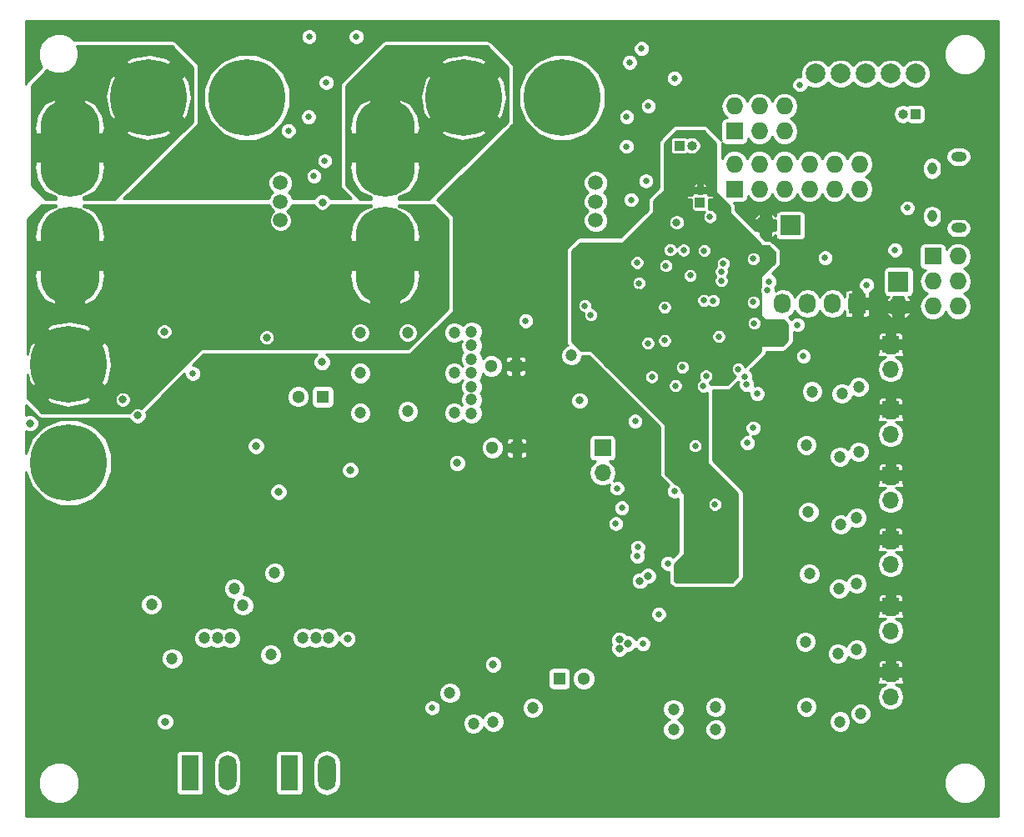
<source format=gbr>
%TF.GenerationSoftware,KiCad,Pcbnew,(5.0.0)*%
%TF.CreationDate,2019-05-29T21:58:33+03:00*%
%TF.ProjectId,Telemetry,54656C656D657472792E6B696361645F,0.1*%
%TF.SameCoordinates,Original*%
%TF.FileFunction,Copper,L3,Inr,Plane*%
%TF.FilePolarity,Positive*%
%FSLAX46Y46*%
G04 Gerber Fmt 4.6, Leading zero omitted, Abs format (unit mm)*
G04 Created by KiCad (PCBNEW (5.0.0)) date 05/29/19 21:58:33*
%MOMM*%
%LPD*%
G01*
G04 APERTURE LIST*
%ADD10O,1.550000X1.000000*%
%ADD11O,0.950000X1.250000*%
%ADD12C,7.800000*%
%ADD13R,1.000000X1.000000*%
%ADD14O,1.000000X1.000000*%
%ADD15C,1.300000*%
%ADD16R,1.300000X1.300000*%
%ADD17R,2.032000X2.032000*%
%ADD18O,2.032000X2.032000*%
%ADD19O,1.700000X1.700000*%
%ADD20R,1.700000X1.700000*%
%ADD21R,1.800000X3.600000*%
%ADD22O,1.800000X3.600000*%
%ADD23C,1.500000*%
%ADD24O,6.000000X10.000000*%
%ADD25O,1.727200X1.727200*%
%ADD26R,1.727200X1.727200*%
%ADD27O,1.727200X2.032000*%
%ADD28R,1.727200X2.032000*%
%ADD29C,1.998980*%
%ADD30C,1.200000*%
%ADD31C,0.800000*%
%ADD32C,0.650000*%
%ADD33C,0.220000*%
G04 APERTURE END LIST*
D10*
X155350000Y-52425000D03*
X155350000Y-59675000D03*
D11*
X152670000Y-53625000D03*
X152670000Y-58475000D03*
D12*
X115100000Y-46400000D03*
X105100000Y-46400000D03*
X83100000Y-46400000D03*
X73100000Y-46400000D03*
X65000000Y-73500000D03*
X65000000Y-83500000D03*
D13*
X129100000Y-57100000D03*
D14*
X129100000Y-55830000D03*
D15*
X117300000Y-105450000D03*
D16*
X114800000Y-105450000D03*
D13*
X127000000Y-51300000D03*
D14*
X128270000Y-51300000D03*
D17*
X138300000Y-59400000D03*
D18*
X135760000Y-59400000D03*
X149250000Y-67640000D03*
D17*
X149250000Y-65100000D03*
D19*
X148450000Y-107290000D03*
D20*
X148450000Y-104750000D03*
D19*
X148450000Y-100590000D03*
D20*
X148450000Y-98050000D03*
D19*
X148450000Y-93850000D03*
D20*
X148450000Y-91310000D03*
D21*
X77300000Y-115000000D03*
D22*
X81110000Y-115000000D03*
D20*
X148450000Y-84800000D03*
D19*
X148450000Y-87340000D03*
D20*
X148450000Y-78100000D03*
D19*
X148450000Y-80640000D03*
D20*
X148450000Y-71500000D03*
D19*
X148450000Y-74040000D03*
D23*
X118500000Y-58910000D03*
X118500000Y-55090000D03*
X118500000Y-57000000D03*
D24*
X97100000Y-51500000D03*
X97100000Y-62500000D03*
D23*
X86500000Y-58910000D03*
X86500000Y-55090000D03*
X86500000Y-57000000D03*
D24*
X65100000Y-51500000D03*
X65100000Y-62500000D03*
D22*
X91210000Y-115000000D03*
D21*
X87400000Y-115000000D03*
D25*
X137680000Y-47310000D03*
X137680000Y-49850000D03*
X135140000Y-47310000D03*
X135140000Y-49850000D03*
X132600000Y-47310000D03*
D26*
X132600000Y-49850000D03*
D16*
X110500000Y-82000000D03*
D15*
X108000000Y-82000000D03*
D16*
X110400000Y-73700000D03*
D15*
X107900000Y-73700000D03*
X88300000Y-76800000D03*
D16*
X90800000Y-76800000D03*
D25*
X155290000Y-67630000D03*
X152750000Y-67630000D03*
X155290000Y-65090000D03*
X152750000Y-65090000D03*
X155290000Y-62550000D03*
D26*
X152750000Y-62550000D03*
D27*
X137480000Y-67350000D03*
X140020000Y-67350000D03*
X142560000Y-67350000D03*
D28*
X145100000Y-67350000D03*
D26*
X132600000Y-55700000D03*
D25*
X132600000Y-53160000D03*
X135140000Y-55700000D03*
X135140000Y-53160000D03*
X137680000Y-55700000D03*
X137680000Y-53160000D03*
X140220000Y-55700000D03*
X140220000Y-53160000D03*
X142760000Y-55700000D03*
X142760000Y-53160000D03*
X145300000Y-55700000D03*
X145300000Y-53160000D03*
D20*
X119200000Y-82000000D03*
D19*
X119200000Y-84540000D03*
D29*
X140840000Y-44000000D03*
X143380000Y-44000000D03*
X148460000Y-44000000D03*
X151000000Y-44000000D03*
X145920000Y-44000000D03*
D13*
X150970000Y-48100000D03*
D14*
X149700000Y-48100000D03*
D30*
X99400000Y-78300000D03*
X99400000Y-70300000D03*
X104150000Y-74400000D03*
X94600000Y-74400000D03*
X94600000Y-78450000D03*
X94600000Y-70300000D03*
D31*
X116850000Y-77200000D03*
D30*
X104150000Y-70300000D03*
X104150000Y-78450000D03*
D32*
X131000000Y-70700000D03*
X131456193Y-63272459D03*
X141800000Y-62700000D03*
D31*
X126725003Y-59100000D03*
X86320000Y-86490000D03*
X84000000Y-81800000D03*
X72000000Y-78700000D03*
X70500000Y-77100000D03*
X74700000Y-70200000D03*
X85100000Y-70800000D03*
X90700000Y-73300000D03*
X93300000Y-101400000D03*
X74800000Y-109800000D03*
X61100000Y-79500000D03*
D30*
X140100000Y-88500000D03*
X140200000Y-94800000D03*
X139800000Y-101700000D03*
X139900000Y-108300000D03*
X143100000Y-102900000D03*
X143200000Y-96300000D03*
X143400000Y-89800000D03*
X143300000Y-82900000D03*
X139900000Y-81700000D03*
X143500000Y-76500000D03*
X140470000Y-76280000D03*
X145200000Y-75800000D03*
X145200000Y-82400000D03*
X145000000Y-89100000D03*
X145000000Y-95800000D03*
X145000000Y-102500000D03*
X145400000Y-109000000D03*
X143300000Y-109800000D03*
X82700000Y-98000000D03*
X73400000Y-97900000D03*
X85500000Y-103000000D03*
X75500000Y-103400000D03*
X81400000Y-101300000D03*
X80100000Y-101300000D03*
X78800000Y-101300000D03*
X88800000Y-101300000D03*
X90100000Y-101300000D03*
X91400000Y-101300000D03*
D32*
X124900000Y-98900000D03*
X133900000Y-81500000D03*
D30*
X112100000Y-108400000D03*
X103700000Y-106900000D03*
D31*
X123800000Y-95000000D03*
X123000000Y-95500000D03*
X120900000Y-101500000D03*
X120900000Y-102400000D03*
X121800000Y-101900000D03*
X108100000Y-104000000D03*
D32*
X123300000Y-101900000D03*
X124200000Y-74800000D03*
X122500000Y-79300000D03*
X130600000Y-87750000D03*
D30*
X130700000Y-110600000D03*
X130700000Y-108350000D03*
X126400000Y-108550000D03*
X126400000Y-110600000D03*
D32*
X121150000Y-88100000D03*
X89400000Y-40250000D03*
X91150000Y-44900000D03*
X89350000Y-48400000D03*
X91000000Y-52850000D03*
X89900000Y-54400000D03*
X123850000Y-47300000D03*
X121950000Y-42850000D03*
X123600000Y-54900000D03*
X122100000Y-56800000D03*
X121650000Y-48400000D03*
X123150000Y-41450000D03*
X117400000Y-67560000D03*
X118010000Y-68500000D03*
X122910916Y-65270984D03*
X129440000Y-75740000D03*
X125820000Y-93740000D03*
D30*
X105900000Y-70200000D03*
X105900000Y-74400000D03*
X105900000Y-78500000D03*
X105900000Y-77100000D03*
X105900000Y-75800000D03*
X105900000Y-73000000D03*
X105900000Y-71600000D03*
D32*
X125800000Y-59100000D03*
X129700000Y-51500000D03*
X133000000Y-69350000D03*
D30*
X127300000Y-94700000D03*
X128600000Y-94700000D03*
X130000000Y-94700000D03*
X131400000Y-94700000D03*
D32*
X136000000Y-62800000D03*
D31*
X119800000Y-73200000D03*
X117400000Y-62800000D03*
X122900000Y-61900000D03*
D32*
X128400000Y-79500000D03*
X139249861Y-45125000D03*
X121960000Y-67450000D03*
X122870000Y-66120000D03*
D30*
X92400000Y-58500000D03*
X85900000Y-94700000D03*
X81800000Y-96300000D03*
X108100000Y-109800000D03*
X106100000Y-110000000D03*
X69600000Y-62500000D03*
X69600000Y-61000000D03*
X69600000Y-59400000D03*
X69600000Y-64000000D03*
X68600000Y-58000000D03*
X69600000Y-65500000D03*
X68500000Y-66900000D03*
X92400000Y-62400000D03*
X92400000Y-61100000D03*
X92400000Y-59800000D03*
X92400000Y-63700000D03*
X92400000Y-65000000D03*
X68499999Y-70000001D03*
X68500000Y-77000000D03*
X70400000Y-73600000D03*
X69950000Y-71600000D03*
X69800000Y-75500000D03*
X110400000Y-75500000D03*
X110400000Y-76900000D03*
X110400000Y-78400000D03*
X110400000Y-79800000D03*
X111800000Y-79800000D03*
X111800000Y-78400000D03*
X111800000Y-76900000D03*
X111800000Y-75500000D03*
D32*
X123060135Y-94104774D03*
X77600000Y-74450000D03*
X111400000Y-69100000D03*
D31*
X90750000Y-57100000D03*
D30*
X116050000Y-72600000D03*
D32*
X94200000Y-40250000D03*
X126500000Y-44450000D03*
X126500000Y-86400000D03*
X131262902Y-65031998D03*
X128600000Y-81800000D03*
X127300000Y-73800000D03*
X129700000Y-74700000D03*
X135900000Y-66000000D03*
X139600000Y-72700000D03*
D30*
X65200000Y-45400000D03*
X66700000Y-45500000D03*
X63700000Y-45500000D03*
X69400000Y-51400000D03*
X69400000Y-52800000D03*
X69400000Y-54200000D03*
X69400000Y-50000000D03*
X101300000Y-52300000D03*
X101300000Y-49500000D03*
X101300000Y-53700000D03*
X101300000Y-50900000D03*
X95700000Y-45500000D03*
X98700000Y-45500000D03*
X97200000Y-45400000D03*
D32*
X126075000Y-61900000D03*
X133816699Y-75583496D03*
X130440380Y-67059620D03*
X136100000Y-65100000D03*
X134500000Y-62800000D03*
X132975000Y-74000000D03*
X128100000Y-64500000D03*
X133650000Y-74750000D03*
X127425000Y-61920000D03*
X134900000Y-76500000D03*
X129480760Y-67019240D03*
X87300000Y-49800000D03*
X125500000Y-67700000D03*
X121636330Y-51386330D03*
X125500000Y-71100000D03*
X101900000Y-108400000D03*
X150150000Y-57638360D03*
D31*
X93600000Y-84250000D03*
X104450000Y-83550000D03*
D32*
X126600000Y-75700000D03*
X131250000Y-64100000D03*
X122700000Y-63200000D03*
X123810000Y-71380000D03*
X120550000Y-89700000D03*
X120650000Y-86100000D03*
X125630000Y-63510000D03*
X122780000Y-92100000D03*
X129523619Y-61966381D03*
X122740000Y-93010000D03*
X134499990Y-79990000D03*
X130099625Y-58519341D03*
X134500000Y-67200000D03*
X134593948Y-69350000D03*
X139000000Y-69500000D03*
X146006859Y-65441157D03*
X148900000Y-61900000D03*
D33*
G36*
X159390001Y-119390000D02*
X60610000Y-119390000D01*
X60610000Y-115580295D01*
X61890000Y-115580295D01*
X61890000Y-116419705D01*
X62211229Y-117195219D01*
X62804781Y-117788771D01*
X63580295Y-118110000D01*
X64419705Y-118110000D01*
X65195219Y-117788771D01*
X65788771Y-117195219D01*
X66110000Y-116419705D01*
X66110000Y-115580295D01*
X65788771Y-114804781D01*
X65195219Y-114211229D01*
X64419705Y-113890000D01*
X63580295Y-113890000D01*
X62804781Y-114211229D01*
X62211229Y-114804781D01*
X61890000Y-115580295D01*
X60610000Y-115580295D01*
X60610000Y-113200000D01*
X75880009Y-113200000D01*
X75880009Y-116800000D01*
X75919591Y-116998992D01*
X76032311Y-117167689D01*
X76201008Y-117280409D01*
X76400000Y-117319991D01*
X78200000Y-117319991D01*
X78398992Y-117280409D01*
X78567689Y-117167689D01*
X78680409Y-116998992D01*
X78719991Y-116800000D01*
X78719991Y-113961131D01*
X79700000Y-113961131D01*
X79700001Y-116038870D01*
X79781811Y-116450155D01*
X80093448Y-116916553D01*
X80559846Y-117228190D01*
X81110000Y-117337623D01*
X81660155Y-117228190D01*
X82126553Y-116916553D01*
X82438190Y-116450155D01*
X82520000Y-116038870D01*
X82520000Y-113961130D01*
X82438190Y-113549845D01*
X82204431Y-113200000D01*
X85980009Y-113200000D01*
X85980009Y-116800000D01*
X86019591Y-116998992D01*
X86132311Y-117167689D01*
X86301008Y-117280409D01*
X86500000Y-117319991D01*
X88300000Y-117319991D01*
X88498992Y-117280409D01*
X88667689Y-117167689D01*
X88780409Y-116998992D01*
X88819991Y-116800000D01*
X88819991Y-113961131D01*
X89800000Y-113961131D01*
X89800001Y-116038870D01*
X89881811Y-116450155D01*
X90193448Y-116916553D01*
X90659846Y-117228190D01*
X91210000Y-117337623D01*
X91760155Y-117228190D01*
X92226553Y-116916553D01*
X92538190Y-116450155D01*
X92620000Y-116038870D01*
X92620000Y-115580295D01*
X153890000Y-115580295D01*
X153890000Y-116419705D01*
X154211229Y-117195219D01*
X154804781Y-117788771D01*
X155580295Y-118110000D01*
X156419705Y-118110000D01*
X157195219Y-117788771D01*
X157788771Y-117195219D01*
X158110000Y-116419705D01*
X158110000Y-115580295D01*
X157788771Y-114804781D01*
X157195219Y-114211229D01*
X156419705Y-113890000D01*
X155580295Y-113890000D01*
X154804781Y-114211229D01*
X154211229Y-114804781D01*
X153890000Y-115580295D01*
X92620000Y-115580295D01*
X92620000Y-113961130D01*
X92538190Y-113549845D01*
X92226552Y-113083447D01*
X91760154Y-112771810D01*
X91210000Y-112662377D01*
X90659845Y-112771810D01*
X90193447Y-113083448D01*
X89881810Y-113549846D01*
X89800000Y-113961131D01*
X88819991Y-113961131D01*
X88819991Y-113200000D01*
X88780409Y-113001008D01*
X88667689Y-112832311D01*
X88498992Y-112719591D01*
X88300000Y-112680009D01*
X86500000Y-112680009D01*
X86301008Y-112719591D01*
X86132311Y-112832311D01*
X86019591Y-113001008D01*
X85980009Y-113200000D01*
X82204431Y-113200000D01*
X82126552Y-113083447D01*
X81660154Y-112771810D01*
X81110000Y-112662377D01*
X80559845Y-112771810D01*
X80093447Y-113083448D01*
X79781810Y-113549846D01*
X79700000Y-113961131D01*
X78719991Y-113961131D01*
X78719991Y-113200000D01*
X78680409Y-113001008D01*
X78567689Y-112832311D01*
X78398992Y-112719591D01*
X78200000Y-112680009D01*
X76400000Y-112680009D01*
X76201008Y-112719591D01*
X76032311Y-112832311D01*
X75919591Y-113001008D01*
X75880009Y-113200000D01*
X60610000Y-113200000D01*
X60610000Y-109618990D01*
X73890000Y-109618990D01*
X73890000Y-109981010D01*
X74028539Y-110315474D01*
X74284526Y-110571461D01*
X74618990Y-110710000D01*
X74981010Y-110710000D01*
X75315474Y-110571461D01*
X75571461Y-110315474D01*
X75710000Y-109981010D01*
X75710000Y-109779207D01*
X104990000Y-109779207D01*
X104990000Y-110220793D01*
X105158988Y-110628764D01*
X105471236Y-110941012D01*
X105879207Y-111110000D01*
X106320793Y-111110000D01*
X106728764Y-110941012D01*
X107041012Y-110628764D01*
X107141422Y-110386355D01*
X107158988Y-110428764D01*
X107471236Y-110741012D01*
X107879207Y-110910000D01*
X108320793Y-110910000D01*
X108728764Y-110741012D01*
X109041012Y-110428764D01*
X109210000Y-110020793D01*
X109210000Y-109579207D01*
X109041012Y-109171236D01*
X108728764Y-108858988D01*
X108320793Y-108690000D01*
X107879207Y-108690000D01*
X107471236Y-108858988D01*
X107158988Y-109171236D01*
X107058578Y-109413645D01*
X107041012Y-109371236D01*
X106728764Y-109058988D01*
X106320793Y-108890000D01*
X105879207Y-108890000D01*
X105471236Y-109058988D01*
X105158988Y-109371236D01*
X104990000Y-109779207D01*
X75710000Y-109779207D01*
X75710000Y-109618990D01*
X75571461Y-109284526D01*
X75315474Y-109028539D01*
X74981010Y-108890000D01*
X74618990Y-108890000D01*
X74284526Y-109028539D01*
X74028539Y-109284526D01*
X73890000Y-109618990D01*
X60610000Y-109618990D01*
X60610000Y-108233908D01*
X101065000Y-108233908D01*
X101065000Y-108566092D01*
X101192121Y-108872990D01*
X101427010Y-109107879D01*
X101733908Y-109235000D01*
X102066092Y-109235000D01*
X102372990Y-109107879D01*
X102607879Y-108872990D01*
X102735000Y-108566092D01*
X102735000Y-108233908D01*
X102712343Y-108179207D01*
X110990000Y-108179207D01*
X110990000Y-108620793D01*
X111158988Y-109028764D01*
X111471236Y-109341012D01*
X111879207Y-109510000D01*
X112320793Y-109510000D01*
X112728764Y-109341012D01*
X113041012Y-109028764D01*
X113210000Y-108620793D01*
X113210000Y-108329207D01*
X125290000Y-108329207D01*
X125290000Y-108770793D01*
X125458988Y-109178764D01*
X125771236Y-109491012D01*
X125974000Y-109575000D01*
X125771236Y-109658988D01*
X125458988Y-109971236D01*
X125290000Y-110379207D01*
X125290000Y-110820793D01*
X125458988Y-111228764D01*
X125771236Y-111541012D01*
X126179207Y-111710000D01*
X126620793Y-111710000D01*
X127028764Y-111541012D01*
X127341012Y-111228764D01*
X127510000Y-110820793D01*
X127510000Y-110379207D01*
X129590000Y-110379207D01*
X129590000Y-110820793D01*
X129758988Y-111228764D01*
X130071236Y-111541012D01*
X130479207Y-111710000D01*
X130920793Y-111710000D01*
X131328764Y-111541012D01*
X131641012Y-111228764D01*
X131810000Y-110820793D01*
X131810000Y-110379207D01*
X131641012Y-109971236D01*
X131328764Y-109658988D01*
X131136157Y-109579207D01*
X142190000Y-109579207D01*
X142190000Y-110020793D01*
X142358988Y-110428764D01*
X142671236Y-110741012D01*
X143079207Y-110910000D01*
X143520793Y-110910000D01*
X143928764Y-110741012D01*
X144241012Y-110428764D01*
X144410000Y-110020793D01*
X144410000Y-109579207D01*
X144241012Y-109171236D01*
X143928764Y-108858988D01*
X143736157Y-108779207D01*
X144290000Y-108779207D01*
X144290000Y-109220793D01*
X144458988Y-109628764D01*
X144771236Y-109941012D01*
X145179207Y-110110000D01*
X145620793Y-110110000D01*
X146028764Y-109941012D01*
X146341012Y-109628764D01*
X146510000Y-109220793D01*
X146510000Y-108779207D01*
X146341012Y-108371236D01*
X146028764Y-108058988D01*
X145620793Y-107890000D01*
X145179207Y-107890000D01*
X144771236Y-108058988D01*
X144458988Y-108371236D01*
X144290000Y-108779207D01*
X143736157Y-108779207D01*
X143520793Y-108690000D01*
X143079207Y-108690000D01*
X142671236Y-108858988D01*
X142358988Y-109171236D01*
X142190000Y-109579207D01*
X131136157Y-109579207D01*
X130920793Y-109490000D01*
X130479207Y-109490000D01*
X130071236Y-109658988D01*
X129758988Y-109971236D01*
X129590000Y-110379207D01*
X127510000Y-110379207D01*
X127341012Y-109971236D01*
X127028764Y-109658988D01*
X126826000Y-109575000D01*
X127028764Y-109491012D01*
X127341012Y-109178764D01*
X127510000Y-108770793D01*
X127510000Y-108329207D01*
X127427157Y-108129207D01*
X129590000Y-108129207D01*
X129590000Y-108570793D01*
X129758988Y-108978764D01*
X130071236Y-109291012D01*
X130479207Y-109460000D01*
X130920793Y-109460000D01*
X131328764Y-109291012D01*
X131641012Y-108978764D01*
X131810000Y-108570793D01*
X131810000Y-108129207D01*
X131789290Y-108079207D01*
X138790000Y-108079207D01*
X138790000Y-108520793D01*
X138958988Y-108928764D01*
X139271236Y-109241012D01*
X139679207Y-109410000D01*
X140120793Y-109410000D01*
X140528764Y-109241012D01*
X140841012Y-108928764D01*
X141010000Y-108520793D01*
X141010000Y-108079207D01*
X140841012Y-107671236D01*
X140528764Y-107358988D01*
X140120793Y-107190000D01*
X139679207Y-107190000D01*
X139271236Y-107358988D01*
X138958988Y-107671236D01*
X138790000Y-108079207D01*
X131789290Y-108079207D01*
X131641012Y-107721236D01*
X131328764Y-107408988D01*
X130920793Y-107240000D01*
X130479207Y-107240000D01*
X130071236Y-107408988D01*
X129758988Y-107721236D01*
X129590000Y-108129207D01*
X127427157Y-108129207D01*
X127341012Y-107921236D01*
X127028764Y-107608988D01*
X126620793Y-107440000D01*
X126179207Y-107440000D01*
X125771236Y-107608988D01*
X125458988Y-107921236D01*
X125290000Y-108329207D01*
X113210000Y-108329207D01*
X113210000Y-108179207D01*
X113041012Y-107771236D01*
X112728764Y-107458988D01*
X112320793Y-107290000D01*
X111879207Y-107290000D01*
X111471236Y-107458988D01*
X111158988Y-107771236D01*
X110990000Y-108179207D01*
X102712343Y-108179207D01*
X102607879Y-107927010D01*
X102372990Y-107692121D01*
X102066092Y-107565000D01*
X101733908Y-107565000D01*
X101427010Y-107692121D01*
X101192121Y-107927010D01*
X101065000Y-108233908D01*
X60610000Y-108233908D01*
X60610000Y-106679207D01*
X102590000Y-106679207D01*
X102590000Y-107120793D01*
X102758988Y-107528764D01*
X103071236Y-107841012D01*
X103479207Y-108010000D01*
X103920793Y-108010000D01*
X104328764Y-107841012D01*
X104641012Y-107528764D01*
X104810000Y-107120793D01*
X104810000Y-106679207D01*
X104641012Y-106271236D01*
X104328764Y-105958988D01*
X103920793Y-105790000D01*
X103479207Y-105790000D01*
X103071236Y-105958988D01*
X102758988Y-106271236D01*
X102590000Y-106679207D01*
X60610000Y-106679207D01*
X60610000Y-103179207D01*
X74390000Y-103179207D01*
X74390000Y-103620793D01*
X74558988Y-104028764D01*
X74871236Y-104341012D01*
X75279207Y-104510000D01*
X75720793Y-104510000D01*
X76128764Y-104341012D01*
X76441012Y-104028764D01*
X76610000Y-103620793D01*
X76610000Y-103179207D01*
X76444314Y-102779207D01*
X84390000Y-102779207D01*
X84390000Y-103220793D01*
X84558988Y-103628764D01*
X84871236Y-103941012D01*
X85279207Y-104110000D01*
X85720793Y-104110000D01*
X86128764Y-103941012D01*
X86250786Y-103818990D01*
X107190000Y-103818990D01*
X107190000Y-104181010D01*
X107328539Y-104515474D01*
X107584526Y-104771461D01*
X107918990Y-104910000D01*
X108281010Y-104910000D01*
X108546574Y-104800000D01*
X113630009Y-104800000D01*
X113630009Y-106100000D01*
X113669591Y-106298992D01*
X113782311Y-106467689D01*
X113951008Y-106580409D01*
X114150000Y-106619991D01*
X115450000Y-106619991D01*
X115648992Y-106580409D01*
X115817689Y-106467689D01*
X115930409Y-106298992D01*
X115969991Y-106100000D01*
X115969991Y-105219262D01*
X116140000Y-105219262D01*
X116140000Y-105680738D01*
X116316599Y-106107087D01*
X116642913Y-106433401D01*
X117069262Y-106610000D01*
X117530738Y-106610000D01*
X117957087Y-106433401D01*
X118283401Y-106107087D01*
X118460000Y-105680738D01*
X118460000Y-105600000D01*
X147059998Y-105600000D01*
X147059998Y-106010000D01*
X147917722Y-106010000D01*
X147469495Y-106309495D01*
X147168909Y-106759355D01*
X147063357Y-107290000D01*
X147168909Y-107820645D01*
X147469495Y-108270505D01*
X147919355Y-108571091D01*
X148316057Y-108650000D01*
X148583943Y-108650000D01*
X148980645Y-108571091D01*
X149430505Y-108270505D01*
X149731091Y-107820645D01*
X149836643Y-107290000D01*
X149731091Y-106759355D01*
X149430505Y-106309495D01*
X148982278Y-106010000D01*
X149840002Y-106010000D01*
X149840002Y-105600000D01*
X149710000Y-105600000D01*
X149710000Y-105277500D01*
X149607500Y-105175000D01*
X148875000Y-105175000D01*
X148875000Y-105600000D01*
X148025000Y-105600000D01*
X148025000Y-105175000D01*
X147292500Y-105175000D01*
X147190000Y-105277500D01*
X147190000Y-105600000D01*
X147059998Y-105600000D01*
X118460000Y-105600000D01*
X118460000Y-105219262D01*
X118283401Y-104792913D01*
X117957087Y-104466599D01*
X117530738Y-104290000D01*
X117069262Y-104290000D01*
X116642913Y-104466599D01*
X116316599Y-104792913D01*
X116140000Y-105219262D01*
X115969991Y-105219262D01*
X115969991Y-104800000D01*
X115930409Y-104601008D01*
X115817689Y-104432311D01*
X115648992Y-104319591D01*
X115450000Y-104280009D01*
X114150000Y-104280009D01*
X113951008Y-104319591D01*
X113782311Y-104432311D01*
X113669591Y-104601008D01*
X113630009Y-104800000D01*
X108546574Y-104800000D01*
X108615474Y-104771461D01*
X108871461Y-104515474D01*
X109010000Y-104181010D01*
X109010000Y-103818990D01*
X108871461Y-103484526D01*
X108615474Y-103228539D01*
X108281010Y-103090000D01*
X107918990Y-103090000D01*
X107584526Y-103228539D01*
X107328539Y-103484526D01*
X107190000Y-103818990D01*
X86250786Y-103818990D01*
X86441012Y-103628764D01*
X86610000Y-103220793D01*
X86610000Y-102779207D01*
X86441012Y-102371236D01*
X86128764Y-102058988D01*
X85720793Y-101890000D01*
X85279207Y-101890000D01*
X84871236Y-102058988D01*
X84558988Y-102371236D01*
X84390000Y-102779207D01*
X76444314Y-102779207D01*
X76441012Y-102771236D01*
X76128764Y-102458988D01*
X75720793Y-102290000D01*
X75279207Y-102290000D01*
X74871236Y-102458988D01*
X74558988Y-102771236D01*
X74390000Y-103179207D01*
X60610000Y-103179207D01*
X60610000Y-101079207D01*
X77690000Y-101079207D01*
X77690000Y-101520793D01*
X77858988Y-101928764D01*
X78171236Y-102241012D01*
X78579207Y-102410000D01*
X79020793Y-102410000D01*
X79428764Y-102241012D01*
X79450000Y-102219776D01*
X79471236Y-102241012D01*
X79879207Y-102410000D01*
X80320793Y-102410000D01*
X80728764Y-102241012D01*
X80750000Y-102219776D01*
X80771236Y-102241012D01*
X81179207Y-102410000D01*
X81620793Y-102410000D01*
X82028764Y-102241012D01*
X82341012Y-101928764D01*
X82510000Y-101520793D01*
X82510000Y-101079207D01*
X87690000Y-101079207D01*
X87690000Y-101520793D01*
X87858988Y-101928764D01*
X88171236Y-102241012D01*
X88579207Y-102410000D01*
X89020793Y-102410000D01*
X89428764Y-102241012D01*
X89450000Y-102219776D01*
X89471236Y-102241012D01*
X89879207Y-102410000D01*
X90320793Y-102410000D01*
X90728764Y-102241012D01*
X90750000Y-102219776D01*
X90771236Y-102241012D01*
X91179207Y-102410000D01*
X91620793Y-102410000D01*
X92028764Y-102241012D01*
X92341012Y-101928764D01*
X92437528Y-101695754D01*
X92528539Y-101915474D01*
X92784526Y-102171461D01*
X93118990Y-102310000D01*
X93481010Y-102310000D01*
X93815474Y-102171461D01*
X94071461Y-101915474D01*
X94210000Y-101581010D01*
X94210000Y-101318990D01*
X119990000Y-101318990D01*
X119990000Y-101681010D01*
X120101419Y-101950000D01*
X119990000Y-102218990D01*
X119990000Y-102581010D01*
X120128539Y-102915474D01*
X120384526Y-103171461D01*
X120718990Y-103310000D01*
X121081010Y-103310000D01*
X121415474Y-103171461D01*
X121671461Y-102915474D01*
X121715150Y-102810000D01*
X121981010Y-102810000D01*
X122315474Y-102671461D01*
X122571461Y-102415474D01*
X122590590Y-102369293D01*
X122592121Y-102372990D01*
X122827010Y-102607879D01*
X123133908Y-102735000D01*
X123466092Y-102735000D01*
X123772990Y-102607879D01*
X124007879Y-102372990D01*
X124135000Y-102066092D01*
X124135000Y-101733908D01*
X124029500Y-101479207D01*
X138690000Y-101479207D01*
X138690000Y-101920793D01*
X138858988Y-102328764D01*
X139171236Y-102641012D01*
X139579207Y-102810000D01*
X140020793Y-102810000D01*
X140336553Y-102679207D01*
X141990000Y-102679207D01*
X141990000Y-103120793D01*
X142158988Y-103528764D01*
X142471236Y-103841012D01*
X142879207Y-104010000D01*
X143320793Y-104010000D01*
X143728764Y-103841012D01*
X143751330Y-103818446D01*
X147190000Y-103818446D01*
X147190000Y-104222500D01*
X147292500Y-104325000D01*
X148025000Y-104325000D01*
X148025000Y-103592500D01*
X148875000Y-103592500D01*
X148875000Y-104325000D01*
X149607500Y-104325000D01*
X149710000Y-104222500D01*
X149710000Y-103818446D01*
X149647581Y-103667754D01*
X149532246Y-103552419D01*
X149381554Y-103490000D01*
X148977500Y-103490000D01*
X148875000Y-103592500D01*
X148025000Y-103592500D01*
X147922500Y-103490000D01*
X147518446Y-103490000D01*
X147367754Y-103552419D01*
X147252419Y-103667754D01*
X147190000Y-103818446D01*
X143751330Y-103818446D01*
X144041012Y-103528764D01*
X144163435Y-103233211D01*
X144371236Y-103441012D01*
X144779207Y-103610000D01*
X145220793Y-103610000D01*
X145628764Y-103441012D01*
X145941012Y-103128764D01*
X146110000Y-102720793D01*
X146110000Y-102279207D01*
X145941012Y-101871236D01*
X145628764Y-101558988D01*
X145220793Y-101390000D01*
X144779207Y-101390000D01*
X144371236Y-101558988D01*
X144058988Y-101871236D01*
X143936565Y-102166789D01*
X143728764Y-101958988D01*
X143320793Y-101790000D01*
X142879207Y-101790000D01*
X142471236Y-101958988D01*
X142158988Y-102271236D01*
X141990000Y-102679207D01*
X140336553Y-102679207D01*
X140428764Y-102641012D01*
X140741012Y-102328764D01*
X140910000Y-101920793D01*
X140910000Y-101479207D01*
X140741012Y-101071236D01*
X140428764Y-100758988D01*
X140020793Y-100590000D01*
X139579207Y-100590000D01*
X139171236Y-100758988D01*
X138858988Y-101071236D01*
X138690000Y-101479207D01*
X124029500Y-101479207D01*
X124007879Y-101427010D01*
X123772990Y-101192121D01*
X123466092Y-101065000D01*
X123133908Y-101065000D01*
X122827010Y-101192121D01*
X122592121Y-101427010D01*
X122590590Y-101430707D01*
X122571461Y-101384526D01*
X122315474Y-101128539D01*
X121981010Y-100990000D01*
X121673728Y-100990000D01*
X121671461Y-100984526D01*
X121415474Y-100728539D01*
X121081010Y-100590000D01*
X120718990Y-100590000D01*
X120384526Y-100728539D01*
X120128539Y-100984526D01*
X119990000Y-101318990D01*
X94210000Y-101318990D01*
X94210000Y-101218990D01*
X94071461Y-100884526D01*
X93815474Y-100628539D01*
X93481010Y-100490000D01*
X93118990Y-100490000D01*
X92784526Y-100628539D01*
X92528539Y-100884526D01*
X92478950Y-101004245D01*
X92341012Y-100671236D01*
X92028764Y-100358988D01*
X91620793Y-100190000D01*
X91179207Y-100190000D01*
X90771236Y-100358988D01*
X90750000Y-100380224D01*
X90728764Y-100358988D01*
X90320793Y-100190000D01*
X89879207Y-100190000D01*
X89471236Y-100358988D01*
X89450000Y-100380224D01*
X89428764Y-100358988D01*
X89020793Y-100190000D01*
X88579207Y-100190000D01*
X88171236Y-100358988D01*
X87858988Y-100671236D01*
X87690000Y-101079207D01*
X82510000Y-101079207D01*
X82341012Y-100671236D01*
X82028764Y-100358988D01*
X81620793Y-100190000D01*
X81179207Y-100190000D01*
X80771236Y-100358988D01*
X80750000Y-100380224D01*
X80728764Y-100358988D01*
X80320793Y-100190000D01*
X79879207Y-100190000D01*
X79471236Y-100358988D01*
X79450000Y-100380224D01*
X79428764Y-100358988D01*
X79020793Y-100190000D01*
X78579207Y-100190000D01*
X78171236Y-100358988D01*
X77858988Y-100671236D01*
X77690000Y-101079207D01*
X60610000Y-101079207D01*
X60610000Y-97679207D01*
X72290000Y-97679207D01*
X72290000Y-98120793D01*
X72458988Y-98528764D01*
X72771236Y-98841012D01*
X73179207Y-99010000D01*
X73620793Y-99010000D01*
X74028764Y-98841012D01*
X74341012Y-98528764D01*
X74510000Y-98120793D01*
X74510000Y-97679207D01*
X74341012Y-97271236D01*
X74028764Y-96958988D01*
X73620793Y-96790000D01*
X73179207Y-96790000D01*
X72771236Y-96958988D01*
X72458988Y-97271236D01*
X72290000Y-97679207D01*
X60610000Y-97679207D01*
X60610000Y-96079207D01*
X80690000Y-96079207D01*
X80690000Y-96520793D01*
X80858988Y-96928764D01*
X81171236Y-97241012D01*
X81579207Y-97410000D01*
X81742931Y-97410000D01*
X81590000Y-97779207D01*
X81590000Y-98220793D01*
X81758988Y-98628764D01*
X82071236Y-98941012D01*
X82479207Y-99110000D01*
X82920793Y-99110000D01*
X83328764Y-98941012D01*
X83535868Y-98733908D01*
X124065000Y-98733908D01*
X124065000Y-99066092D01*
X124192121Y-99372990D01*
X124427010Y-99607879D01*
X124733908Y-99735000D01*
X125066092Y-99735000D01*
X125372990Y-99607879D01*
X125607879Y-99372990D01*
X125735000Y-99066092D01*
X125735000Y-98900000D01*
X147059998Y-98900000D01*
X147059998Y-99310000D01*
X147917722Y-99310000D01*
X147469495Y-99609495D01*
X147168909Y-100059355D01*
X147063357Y-100590000D01*
X147168909Y-101120645D01*
X147469495Y-101570505D01*
X147919355Y-101871091D01*
X148316057Y-101950000D01*
X148583943Y-101950000D01*
X148980645Y-101871091D01*
X149430505Y-101570505D01*
X149731091Y-101120645D01*
X149836643Y-100590000D01*
X149731091Y-100059355D01*
X149430505Y-99609495D01*
X148982278Y-99310000D01*
X149840002Y-99310000D01*
X149840002Y-98900000D01*
X149710000Y-98900000D01*
X149710000Y-98577500D01*
X149607500Y-98475000D01*
X148875000Y-98475000D01*
X148875000Y-98900000D01*
X148025000Y-98900000D01*
X148025000Y-98475000D01*
X147292500Y-98475000D01*
X147190000Y-98577500D01*
X147190000Y-98900000D01*
X147059998Y-98900000D01*
X125735000Y-98900000D01*
X125735000Y-98733908D01*
X125607879Y-98427010D01*
X125372990Y-98192121D01*
X125066092Y-98065000D01*
X124733908Y-98065000D01*
X124427010Y-98192121D01*
X124192121Y-98427010D01*
X124065000Y-98733908D01*
X83535868Y-98733908D01*
X83641012Y-98628764D01*
X83810000Y-98220793D01*
X83810000Y-97779207D01*
X83641012Y-97371236D01*
X83328764Y-97058988D01*
X82920793Y-96890000D01*
X82757069Y-96890000D01*
X82910000Y-96520793D01*
X82910000Y-96079207D01*
X82741012Y-95671236D01*
X82428764Y-95358988D01*
X82020793Y-95190000D01*
X81579207Y-95190000D01*
X81171236Y-95358988D01*
X80858988Y-95671236D01*
X80690000Y-96079207D01*
X60610000Y-96079207D01*
X60610000Y-94479207D01*
X84790000Y-94479207D01*
X84790000Y-94920793D01*
X84958988Y-95328764D01*
X85271236Y-95641012D01*
X85679207Y-95810000D01*
X86120793Y-95810000D01*
X86528764Y-95641012D01*
X86841012Y-95328764D01*
X86845060Y-95318990D01*
X122090000Y-95318990D01*
X122090000Y-95681010D01*
X122228539Y-96015474D01*
X122484526Y-96271461D01*
X122818990Y-96410000D01*
X123181010Y-96410000D01*
X123515474Y-96271461D01*
X123771461Y-96015474D01*
X123815150Y-95910000D01*
X123981010Y-95910000D01*
X124315474Y-95771461D01*
X124571461Y-95515474D01*
X124710000Y-95181010D01*
X124710000Y-94818990D01*
X124571461Y-94484526D01*
X124315474Y-94228539D01*
X123981010Y-94090000D01*
X123618990Y-94090000D01*
X123284526Y-94228539D01*
X123028539Y-94484526D01*
X122984850Y-94590000D01*
X122818990Y-94590000D01*
X122484526Y-94728539D01*
X122228539Y-94984526D01*
X122090000Y-95318990D01*
X86845060Y-95318990D01*
X87010000Y-94920793D01*
X87010000Y-94479207D01*
X86841012Y-94071236D01*
X86528764Y-93758988D01*
X86120793Y-93590000D01*
X85679207Y-93590000D01*
X85271236Y-93758988D01*
X84958988Y-94071236D01*
X84790000Y-94479207D01*
X60610000Y-94479207D01*
X60610000Y-92843908D01*
X121905000Y-92843908D01*
X121905000Y-93176092D01*
X122032121Y-93482990D01*
X122267010Y-93717879D01*
X122573908Y-93845000D01*
X122906092Y-93845000D01*
X123212990Y-93717879D01*
X123447879Y-93482990D01*
X123575000Y-93176092D01*
X123575000Y-92843908D01*
X123470133Y-92590736D01*
X123487879Y-92572990D01*
X123615000Y-92266092D01*
X123615000Y-91933908D01*
X123487879Y-91627010D01*
X123252990Y-91392121D01*
X122946092Y-91265000D01*
X122613908Y-91265000D01*
X122307010Y-91392121D01*
X122072121Y-91627010D01*
X121945000Y-91933908D01*
X121945000Y-92266092D01*
X122049867Y-92519264D01*
X122032121Y-92537010D01*
X121905000Y-92843908D01*
X60610000Y-92843908D01*
X60610000Y-89533908D01*
X119715000Y-89533908D01*
X119715000Y-89866092D01*
X119842121Y-90172990D01*
X120077010Y-90407879D01*
X120383908Y-90535000D01*
X120716092Y-90535000D01*
X121022990Y-90407879D01*
X121257879Y-90172990D01*
X121385000Y-89866092D01*
X121385000Y-89533908D01*
X121257879Y-89227010D01*
X121022990Y-88992121D01*
X120716092Y-88865000D01*
X120383908Y-88865000D01*
X120077010Y-88992121D01*
X119842121Y-89227010D01*
X119715000Y-89533908D01*
X60610000Y-89533908D01*
X60610000Y-87933908D01*
X120315000Y-87933908D01*
X120315000Y-88266092D01*
X120442121Y-88572990D01*
X120677010Y-88807879D01*
X120983908Y-88935000D01*
X121316092Y-88935000D01*
X121622990Y-88807879D01*
X121857879Y-88572990D01*
X121985000Y-88266092D01*
X121985000Y-87933908D01*
X121857879Y-87627010D01*
X121622990Y-87392121D01*
X121316092Y-87265000D01*
X120983908Y-87265000D01*
X120677010Y-87392121D01*
X120442121Y-87627010D01*
X120315000Y-87933908D01*
X60610000Y-87933908D01*
X60610000Y-84425488D01*
X61261383Y-85998064D01*
X62501936Y-87238617D01*
X64122796Y-87910000D01*
X65877204Y-87910000D01*
X67498064Y-87238617D01*
X68427691Y-86308990D01*
X85410000Y-86308990D01*
X85410000Y-86671010D01*
X85548539Y-87005474D01*
X85804526Y-87261461D01*
X86138990Y-87400000D01*
X86501010Y-87400000D01*
X86835474Y-87261461D01*
X87091461Y-87005474D01*
X87230000Y-86671010D01*
X87230000Y-86308990D01*
X87091461Y-85974526D01*
X86835474Y-85718539D01*
X86501010Y-85580000D01*
X86138990Y-85580000D01*
X85804526Y-85718539D01*
X85548539Y-85974526D01*
X85410000Y-86308990D01*
X68427691Y-86308990D01*
X68738617Y-85998064D01*
X69410000Y-84377204D01*
X69410000Y-84068990D01*
X92690000Y-84068990D01*
X92690000Y-84431010D01*
X92828539Y-84765474D01*
X93084526Y-85021461D01*
X93418990Y-85160000D01*
X93781010Y-85160000D01*
X94115474Y-85021461D01*
X94371461Y-84765474D01*
X94464855Y-84540000D01*
X117813357Y-84540000D01*
X117918909Y-85070645D01*
X118219495Y-85520505D01*
X118669355Y-85821091D01*
X119066057Y-85900000D01*
X119333943Y-85900000D01*
X119730645Y-85821091D01*
X119911894Y-85699985D01*
X119815000Y-85933908D01*
X119815000Y-86266092D01*
X119942121Y-86572990D01*
X120177010Y-86807879D01*
X120483908Y-86935000D01*
X120816092Y-86935000D01*
X121122990Y-86807879D01*
X121357879Y-86572990D01*
X121485000Y-86266092D01*
X121485000Y-85933908D01*
X121357879Y-85627010D01*
X121122990Y-85392121D01*
X120816092Y-85265000D01*
X120483908Y-85265000D01*
X120300453Y-85340989D01*
X120481091Y-85070645D01*
X120586643Y-84540000D01*
X120481091Y-84009355D01*
X120180505Y-83559495D01*
X119896891Y-83369991D01*
X120050000Y-83369991D01*
X120248992Y-83330409D01*
X120417689Y-83217689D01*
X120530409Y-83048992D01*
X120569991Y-82850000D01*
X120569991Y-81150000D01*
X120530409Y-80951008D01*
X120417689Y-80782311D01*
X120248992Y-80669591D01*
X120050000Y-80630009D01*
X118350000Y-80630009D01*
X118151008Y-80669591D01*
X117982311Y-80782311D01*
X117869591Y-80951008D01*
X117830009Y-81150000D01*
X117830009Y-82850000D01*
X117869591Y-83048992D01*
X117982311Y-83217689D01*
X118151008Y-83330409D01*
X118350000Y-83369991D01*
X118503109Y-83369991D01*
X118219495Y-83559495D01*
X117918909Y-84009355D01*
X117813357Y-84540000D01*
X94464855Y-84540000D01*
X94510000Y-84431010D01*
X94510000Y-84068990D01*
X94371461Y-83734526D01*
X94115474Y-83478539D01*
X93850999Y-83368990D01*
X103540000Y-83368990D01*
X103540000Y-83731010D01*
X103678539Y-84065474D01*
X103934526Y-84321461D01*
X104268990Y-84460000D01*
X104631010Y-84460000D01*
X104965474Y-84321461D01*
X105221461Y-84065474D01*
X105360000Y-83731010D01*
X105360000Y-83368990D01*
X105221461Y-83034526D01*
X104965474Y-82778539D01*
X104631010Y-82640000D01*
X104268990Y-82640000D01*
X103934526Y-82778539D01*
X103678539Y-83034526D01*
X103540000Y-83368990D01*
X93850999Y-83368990D01*
X93781010Y-83340000D01*
X93418990Y-83340000D01*
X93084526Y-83478539D01*
X92828539Y-83734526D01*
X92690000Y-84068990D01*
X69410000Y-84068990D01*
X69410000Y-82622796D01*
X68994210Y-81618990D01*
X83090000Y-81618990D01*
X83090000Y-81981010D01*
X83228539Y-82315474D01*
X83484526Y-82571461D01*
X83818990Y-82710000D01*
X84181010Y-82710000D01*
X84515474Y-82571461D01*
X84771461Y-82315474D01*
X84910000Y-81981010D01*
X84910000Y-81769262D01*
X106840000Y-81769262D01*
X106840000Y-82230738D01*
X107016599Y-82657087D01*
X107342913Y-82983401D01*
X107769262Y-83160000D01*
X108230738Y-83160000D01*
X108657087Y-82983401D01*
X108983401Y-82657087D01*
X109078498Y-82427500D01*
X109440000Y-82427500D01*
X109440000Y-82731554D01*
X109502419Y-82882246D01*
X109617754Y-82997581D01*
X109768446Y-83060000D01*
X110072500Y-83060000D01*
X110175000Y-82957500D01*
X110175000Y-82325000D01*
X110825000Y-82325000D01*
X110825000Y-82957500D01*
X110927500Y-83060000D01*
X111231554Y-83060000D01*
X111382246Y-82997581D01*
X111497581Y-82882246D01*
X111560000Y-82731554D01*
X111560000Y-82427500D01*
X111457500Y-82325000D01*
X110825000Y-82325000D01*
X110175000Y-82325000D01*
X109542500Y-82325000D01*
X109440000Y-82427500D01*
X109078498Y-82427500D01*
X109160000Y-82230738D01*
X109160000Y-81769262D01*
X108983401Y-81342913D01*
X108908934Y-81268446D01*
X109440000Y-81268446D01*
X109440000Y-81572500D01*
X109542500Y-81675000D01*
X110175000Y-81675000D01*
X110175000Y-81042500D01*
X110825000Y-81042500D01*
X110825000Y-81675000D01*
X111457500Y-81675000D01*
X111560000Y-81572500D01*
X111560000Y-81268446D01*
X111497581Y-81117754D01*
X111382246Y-81002419D01*
X111231554Y-80940000D01*
X110927500Y-80940000D01*
X110825000Y-81042500D01*
X110175000Y-81042500D01*
X110072500Y-80940000D01*
X109768446Y-80940000D01*
X109617754Y-81002419D01*
X109502419Y-81117754D01*
X109440000Y-81268446D01*
X108908934Y-81268446D01*
X108657087Y-81016599D01*
X108230738Y-80840000D01*
X107769262Y-80840000D01*
X107342913Y-81016599D01*
X107016599Y-81342913D01*
X106840000Y-81769262D01*
X84910000Y-81769262D01*
X84910000Y-81618990D01*
X84771461Y-81284526D01*
X84515474Y-81028539D01*
X84181010Y-80890000D01*
X83818990Y-80890000D01*
X83484526Y-81028539D01*
X83228539Y-81284526D01*
X83090000Y-81618990D01*
X68994210Y-81618990D01*
X68738617Y-81001936D01*
X67498064Y-79761383D01*
X65877204Y-79090000D01*
X64122796Y-79090000D01*
X62501936Y-79761383D01*
X61261383Y-81001936D01*
X60610000Y-82574512D01*
X60610000Y-80282013D01*
X60918990Y-80410000D01*
X61281010Y-80410000D01*
X61615474Y-80271461D01*
X61871461Y-80015474D01*
X62010000Y-79681010D01*
X62010000Y-79318990D01*
X61871461Y-78984526D01*
X61615474Y-78728539D01*
X61281010Y-78590000D01*
X60918990Y-78590000D01*
X60610000Y-78717987D01*
X60610000Y-77631248D01*
X61839376Y-78860624D01*
X62004831Y-78971179D01*
X62200000Y-79010000D01*
X71143429Y-79010000D01*
X71228539Y-79215474D01*
X71484526Y-79471461D01*
X71818990Y-79610000D01*
X72181010Y-79610000D01*
X72515474Y-79471461D01*
X72771461Y-79215474D01*
X72910000Y-78881010D01*
X72910000Y-78518990D01*
X72849154Y-78372094D01*
X72992041Y-78229207D01*
X93490000Y-78229207D01*
X93490000Y-78670793D01*
X93658988Y-79078764D01*
X93971236Y-79391012D01*
X94379207Y-79560000D01*
X94820793Y-79560000D01*
X95228764Y-79391012D01*
X95541012Y-79078764D01*
X95710000Y-78670793D01*
X95710000Y-78229207D01*
X95647868Y-78079207D01*
X98290000Y-78079207D01*
X98290000Y-78520793D01*
X98458988Y-78928764D01*
X98771236Y-79241012D01*
X99179207Y-79410000D01*
X99620793Y-79410000D01*
X100028764Y-79241012D01*
X100341012Y-78928764D01*
X100510000Y-78520793D01*
X100510000Y-78079207D01*
X100341012Y-77671236D01*
X100028764Y-77358988D01*
X99620793Y-77190000D01*
X99179207Y-77190000D01*
X98771236Y-77358988D01*
X98458988Y-77671236D01*
X98290000Y-78079207D01*
X95647868Y-78079207D01*
X95541012Y-77821236D01*
X95228764Y-77508988D01*
X94820793Y-77340000D01*
X94379207Y-77340000D01*
X93971236Y-77508988D01*
X93658988Y-77821236D01*
X93490000Y-78229207D01*
X72992041Y-78229207D01*
X74651986Y-76569262D01*
X87140000Y-76569262D01*
X87140000Y-77030738D01*
X87316599Y-77457087D01*
X87642913Y-77783401D01*
X88069262Y-77960000D01*
X88530738Y-77960000D01*
X88957087Y-77783401D01*
X89283401Y-77457087D01*
X89460000Y-77030738D01*
X89460000Y-76569262D01*
X89286337Y-76150000D01*
X89630009Y-76150000D01*
X89630009Y-77450000D01*
X89669591Y-77648992D01*
X89782311Y-77817689D01*
X89951008Y-77930409D01*
X90150000Y-77969991D01*
X91450000Y-77969991D01*
X91648992Y-77930409D01*
X91817689Y-77817689D01*
X91930409Y-77648992D01*
X91969991Y-77450000D01*
X91969991Y-76150000D01*
X91930409Y-75951008D01*
X91817689Y-75782311D01*
X91648992Y-75669591D01*
X91450000Y-75630009D01*
X90150000Y-75630009D01*
X89951008Y-75669591D01*
X89782311Y-75782311D01*
X89669591Y-75951008D01*
X89630009Y-76150000D01*
X89286337Y-76150000D01*
X89283401Y-76142913D01*
X88957087Y-75816599D01*
X88530738Y-75640000D01*
X88069262Y-75640000D01*
X87642913Y-75816599D01*
X87316599Y-76142913D01*
X87140000Y-76569262D01*
X74651986Y-76569262D01*
X76765000Y-74456248D01*
X76765000Y-74616092D01*
X76892121Y-74922990D01*
X77127010Y-75157879D01*
X77433908Y-75285000D01*
X77766092Y-75285000D01*
X78072990Y-75157879D01*
X78307879Y-74922990D01*
X78435000Y-74616092D01*
X78435000Y-74283908D01*
X78307879Y-73977010D01*
X78072990Y-73742121D01*
X77766092Y-73615000D01*
X77606248Y-73615000D01*
X78711248Y-72510000D01*
X90229283Y-72510000D01*
X90184526Y-72528539D01*
X89928539Y-72784526D01*
X89790000Y-73118990D01*
X89790000Y-73481010D01*
X89928539Y-73815474D01*
X90184526Y-74071461D01*
X90518990Y-74210000D01*
X90881010Y-74210000D01*
X90955351Y-74179207D01*
X93490000Y-74179207D01*
X93490000Y-74620793D01*
X93658988Y-75028764D01*
X93971236Y-75341012D01*
X94379207Y-75510000D01*
X94820793Y-75510000D01*
X95228764Y-75341012D01*
X95541012Y-75028764D01*
X95710000Y-74620793D01*
X95710000Y-74179207D01*
X95541012Y-73771236D01*
X95228764Y-73458988D01*
X94820793Y-73290000D01*
X94379207Y-73290000D01*
X93971236Y-73458988D01*
X93658988Y-73771236D01*
X93490000Y-74179207D01*
X90955351Y-74179207D01*
X91215474Y-74071461D01*
X91471461Y-73815474D01*
X91610000Y-73481010D01*
X91610000Y-73118990D01*
X91471461Y-72784526D01*
X91215474Y-72528539D01*
X91170717Y-72510000D01*
X99500000Y-72510000D01*
X99695169Y-72471179D01*
X99860624Y-72360624D01*
X102142041Y-70079207D01*
X103040000Y-70079207D01*
X103040000Y-70520793D01*
X103208988Y-70928764D01*
X103521236Y-71241012D01*
X103929207Y-71410000D01*
X104370793Y-71410000D01*
X104778764Y-71241012D01*
X104895665Y-71124111D01*
X104790000Y-71379207D01*
X104790000Y-71820793D01*
X104958988Y-72228764D01*
X105030224Y-72300000D01*
X104958988Y-72371236D01*
X104790000Y-72779207D01*
X104790000Y-73220793D01*
X104958988Y-73628764D01*
X105030224Y-73700000D01*
X105025000Y-73705224D01*
X104778764Y-73458988D01*
X104370793Y-73290000D01*
X103929207Y-73290000D01*
X103521236Y-73458988D01*
X103208988Y-73771236D01*
X103040000Y-74179207D01*
X103040000Y-74620793D01*
X103208988Y-75028764D01*
X103521236Y-75341012D01*
X103929207Y-75510000D01*
X104370793Y-75510000D01*
X104778764Y-75341012D01*
X105025000Y-75094776D01*
X105030224Y-75100000D01*
X104958988Y-75171236D01*
X104790000Y-75579207D01*
X104790000Y-76020793D01*
X104958988Y-76428764D01*
X104980224Y-76450000D01*
X104958988Y-76471236D01*
X104790000Y-76879207D01*
X104790000Y-77320793D01*
X104931020Y-77661244D01*
X104778764Y-77508988D01*
X104370793Y-77340000D01*
X103929207Y-77340000D01*
X103521236Y-77508988D01*
X103208988Y-77821236D01*
X103040000Y-78229207D01*
X103040000Y-78670793D01*
X103208988Y-79078764D01*
X103521236Y-79391012D01*
X103929207Y-79560000D01*
X104370793Y-79560000D01*
X104778764Y-79391012D01*
X105000000Y-79169776D01*
X105271236Y-79441012D01*
X105679207Y-79610000D01*
X106120793Y-79610000D01*
X106528764Y-79441012D01*
X106835868Y-79133908D01*
X121665000Y-79133908D01*
X121665000Y-79466092D01*
X121792121Y-79772990D01*
X122027010Y-80007879D01*
X122333908Y-80135000D01*
X122666092Y-80135000D01*
X122972990Y-80007879D01*
X123207879Y-79772990D01*
X123335000Y-79466092D01*
X123335000Y-79133908D01*
X123207879Y-78827010D01*
X122972990Y-78592121D01*
X122666092Y-78465000D01*
X122333908Y-78465000D01*
X122027010Y-78592121D01*
X121792121Y-78827010D01*
X121665000Y-79133908D01*
X106835868Y-79133908D01*
X106841012Y-79128764D01*
X107010000Y-78720793D01*
X107010000Y-78279207D01*
X106841012Y-77871236D01*
X106769776Y-77800000D01*
X106841012Y-77728764D01*
X107010000Y-77320793D01*
X107010000Y-77018990D01*
X115940000Y-77018990D01*
X115940000Y-77381010D01*
X116078539Y-77715474D01*
X116334526Y-77971461D01*
X116668990Y-78110000D01*
X117031010Y-78110000D01*
X117365474Y-77971461D01*
X117621461Y-77715474D01*
X117760000Y-77381010D01*
X117760000Y-77018990D01*
X117621461Y-76684526D01*
X117365474Y-76428539D01*
X117031010Y-76290000D01*
X116668990Y-76290000D01*
X116334526Y-76428539D01*
X116078539Y-76684526D01*
X115940000Y-77018990D01*
X107010000Y-77018990D01*
X107010000Y-76879207D01*
X106841012Y-76471236D01*
X106819776Y-76450000D01*
X106841012Y-76428764D01*
X107010000Y-76020793D01*
X107010000Y-75579207D01*
X106841012Y-75171236D01*
X106769776Y-75100000D01*
X106841012Y-75028764D01*
X107010000Y-74620793D01*
X107010000Y-74450488D01*
X107242913Y-74683401D01*
X107669262Y-74860000D01*
X108130738Y-74860000D01*
X108557087Y-74683401D01*
X108883401Y-74357087D01*
X108978498Y-74127500D01*
X109340000Y-74127500D01*
X109340000Y-74431554D01*
X109402419Y-74582246D01*
X109517754Y-74697581D01*
X109668446Y-74760000D01*
X109972500Y-74760000D01*
X110075000Y-74657500D01*
X110075000Y-74025000D01*
X110725000Y-74025000D01*
X110725000Y-74657500D01*
X110827500Y-74760000D01*
X111131554Y-74760000D01*
X111282246Y-74697581D01*
X111397581Y-74582246D01*
X111460000Y-74431554D01*
X111460000Y-74127500D01*
X111357500Y-74025000D01*
X110725000Y-74025000D01*
X110075000Y-74025000D01*
X109442500Y-74025000D01*
X109340000Y-74127500D01*
X108978498Y-74127500D01*
X109060000Y-73930738D01*
X109060000Y-73469262D01*
X108883401Y-73042913D01*
X108808934Y-72968446D01*
X109340000Y-72968446D01*
X109340000Y-73272500D01*
X109442500Y-73375000D01*
X110075000Y-73375000D01*
X110075000Y-72742500D01*
X110725000Y-72742500D01*
X110725000Y-73375000D01*
X111357500Y-73375000D01*
X111460000Y-73272500D01*
X111460000Y-72968446D01*
X111397581Y-72817754D01*
X111282246Y-72702419D01*
X111131554Y-72640000D01*
X110827500Y-72640000D01*
X110725000Y-72742500D01*
X110075000Y-72742500D01*
X109972500Y-72640000D01*
X109668446Y-72640000D01*
X109517754Y-72702419D01*
X109402419Y-72817754D01*
X109340000Y-72968446D01*
X108808934Y-72968446D01*
X108557087Y-72716599D01*
X108130738Y-72540000D01*
X107669262Y-72540000D01*
X107242913Y-72716599D01*
X107010000Y-72949512D01*
X107010000Y-72779207D01*
X106844314Y-72379207D01*
X114940000Y-72379207D01*
X114940000Y-72820793D01*
X115108988Y-73228764D01*
X115421236Y-73541012D01*
X115829207Y-73710000D01*
X116270793Y-73710000D01*
X116678764Y-73541012D01*
X116991012Y-73228764D01*
X117160000Y-72820793D01*
X117160000Y-72710000D01*
X117788752Y-72710000D01*
X124990000Y-79911248D01*
X124990000Y-84700000D01*
X125028821Y-84895169D01*
X125139376Y-85060624D01*
X125898942Y-85820190D01*
X125792121Y-85927010D01*
X125665000Y-86233908D01*
X125665000Y-86566092D01*
X125792121Y-86872990D01*
X126027010Y-87107879D01*
X126333908Y-87235000D01*
X126666092Y-87235000D01*
X126890000Y-87142254D01*
X126890000Y-92588752D01*
X126369811Y-93108942D01*
X126292990Y-93032121D01*
X125986092Y-92905000D01*
X125653908Y-92905000D01*
X125347010Y-93032121D01*
X125112121Y-93267010D01*
X124985000Y-93573908D01*
X124985000Y-93906092D01*
X125112121Y-94212990D01*
X125347010Y-94447879D01*
X125653908Y-94575000D01*
X125890000Y-94575000D01*
X125890000Y-95500000D01*
X125928821Y-95695169D01*
X126039376Y-95860624D01*
X126239376Y-96060624D01*
X126404831Y-96171179D01*
X126600000Y-96210000D01*
X132400000Y-96210000D01*
X132595169Y-96171179D01*
X132732812Y-96079207D01*
X142090000Y-96079207D01*
X142090000Y-96520793D01*
X142258988Y-96928764D01*
X142571236Y-97241012D01*
X142979207Y-97410000D01*
X143420793Y-97410000D01*
X143828764Y-97241012D01*
X143951330Y-97118446D01*
X147190000Y-97118446D01*
X147190000Y-97522500D01*
X147292500Y-97625000D01*
X148025000Y-97625000D01*
X148025000Y-96892500D01*
X148875000Y-96892500D01*
X148875000Y-97625000D01*
X149607500Y-97625000D01*
X149710000Y-97522500D01*
X149710000Y-97118446D01*
X149647581Y-96967754D01*
X149532246Y-96852419D01*
X149381554Y-96790000D01*
X148977500Y-96790000D01*
X148875000Y-96892500D01*
X148025000Y-96892500D01*
X147922500Y-96790000D01*
X147518446Y-96790000D01*
X147367754Y-96852419D01*
X147252419Y-96967754D01*
X147190000Y-97118446D01*
X143951330Y-97118446D01*
X144141012Y-96928764D01*
X144263435Y-96633211D01*
X144371236Y-96741012D01*
X144779207Y-96910000D01*
X145220793Y-96910000D01*
X145628764Y-96741012D01*
X145941012Y-96428764D01*
X146110000Y-96020793D01*
X146110000Y-95579207D01*
X145941012Y-95171236D01*
X145628764Y-94858988D01*
X145220793Y-94690000D01*
X144779207Y-94690000D01*
X144371236Y-94858988D01*
X144058988Y-95171236D01*
X143936565Y-95466789D01*
X143828764Y-95358988D01*
X143420793Y-95190000D01*
X142979207Y-95190000D01*
X142571236Y-95358988D01*
X142258988Y-95671236D01*
X142090000Y-96079207D01*
X132732812Y-96079207D01*
X132760624Y-96060624D01*
X133360624Y-95460624D01*
X133471179Y-95295169D01*
X133510000Y-95100000D01*
X133510000Y-94579207D01*
X139090000Y-94579207D01*
X139090000Y-95020793D01*
X139258988Y-95428764D01*
X139571236Y-95741012D01*
X139979207Y-95910000D01*
X140420793Y-95910000D01*
X140828764Y-95741012D01*
X141141012Y-95428764D01*
X141310000Y-95020793D01*
X141310000Y-94579207D01*
X141141012Y-94171236D01*
X140828764Y-93858988D01*
X140420793Y-93690000D01*
X139979207Y-93690000D01*
X139571236Y-93858988D01*
X139258988Y-94171236D01*
X139090000Y-94579207D01*
X133510000Y-94579207D01*
X133510000Y-92160000D01*
X147059998Y-92160000D01*
X147059998Y-92570000D01*
X147917722Y-92570000D01*
X147469495Y-92869495D01*
X147168909Y-93319355D01*
X147063357Y-93850000D01*
X147168909Y-94380645D01*
X147469495Y-94830505D01*
X147919355Y-95131091D01*
X148316057Y-95210000D01*
X148583943Y-95210000D01*
X148980645Y-95131091D01*
X149430505Y-94830505D01*
X149731091Y-94380645D01*
X149836643Y-93850000D01*
X149731091Y-93319355D01*
X149430505Y-92869495D01*
X148982278Y-92570000D01*
X149840002Y-92570000D01*
X149840002Y-92160000D01*
X149710000Y-92160000D01*
X149710000Y-91837500D01*
X149607500Y-91735000D01*
X148875000Y-91735000D01*
X148875000Y-92160000D01*
X148025000Y-92160000D01*
X148025000Y-91735000D01*
X147292500Y-91735000D01*
X147190000Y-91837500D01*
X147190000Y-92160000D01*
X147059998Y-92160000D01*
X133510000Y-92160000D01*
X133510000Y-88279207D01*
X138990000Y-88279207D01*
X138990000Y-88720793D01*
X139158988Y-89128764D01*
X139471236Y-89441012D01*
X139879207Y-89610000D01*
X140320793Y-89610000D01*
X140395133Y-89579207D01*
X142290000Y-89579207D01*
X142290000Y-90020793D01*
X142458988Y-90428764D01*
X142771236Y-90741012D01*
X143179207Y-90910000D01*
X143620793Y-90910000D01*
X144028764Y-90741012D01*
X144341012Y-90428764D01*
X144361854Y-90378446D01*
X147190000Y-90378446D01*
X147190000Y-90782500D01*
X147292500Y-90885000D01*
X148025000Y-90885000D01*
X148025000Y-90152500D01*
X148875000Y-90152500D01*
X148875000Y-90885000D01*
X149607500Y-90885000D01*
X149710000Y-90782500D01*
X149710000Y-90378446D01*
X149647581Y-90227754D01*
X149532246Y-90112419D01*
X149381554Y-90050000D01*
X148977500Y-90050000D01*
X148875000Y-90152500D01*
X148025000Y-90152500D01*
X147922500Y-90050000D01*
X147518446Y-90050000D01*
X147367754Y-90112419D01*
X147252419Y-90227754D01*
X147190000Y-90378446D01*
X144361854Y-90378446D01*
X144482530Y-90087112D01*
X144779207Y-90210000D01*
X145220793Y-90210000D01*
X145628764Y-90041012D01*
X145941012Y-89728764D01*
X146110000Y-89320793D01*
X146110000Y-88879207D01*
X145941012Y-88471236D01*
X145628764Y-88158988D01*
X145220793Y-87990000D01*
X144779207Y-87990000D01*
X144371236Y-88158988D01*
X144058988Y-88471236D01*
X143917470Y-88812888D01*
X143620793Y-88690000D01*
X143179207Y-88690000D01*
X142771236Y-88858988D01*
X142458988Y-89171236D01*
X142290000Y-89579207D01*
X140395133Y-89579207D01*
X140728764Y-89441012D01*
X141041012Y-89128764D01*
X141210000Y-88720793D01*
X141210000Y-88279207D01*
X141041012Y-87871236D01*
X140728764Y-87558988D01*
X140320793Y-87390000D01*
X139879207Y-87390000D01*
X139471236Y-87558988D01*
X139158988Y-87871236D01*
X138990000Y-88279207D01*
X133510000Y-88279207D01*
X133510000Y-86600000D01*
X133471179Y-86404831D01*
X133360624Y-86239376D01*
X132771248Y-85650000D01*
X147059998Y-85650000D01*
X147059998Y-86060000D01*
X147917722Y-86060000D01*
X147469495Y-86359495D01*
X147168909Y-86809355D01*
X147063357Y-87340000D01*
X147168909Y-87870645D01*
X147469495Y-88320505D01*
X147919355Y-88621091D01*
X148316057Y-88700000D01*
X148583943Y-88700000D01*
X148980645Y-88621091D01*
X149430505Y-88320505D01*
X149731091Y-87870645D01*
X149836643Y-87340000D01*
X149731091Y-86809355D01*
X149430505Y-86359495D01*
X148982278Y-86060000D01*
X149840002Y-86060000D01*
X149840002Y-85650000D01*
X149710000Y-85650000D01*
X149710000Y-85327500D01*
X149607500Y-85225000D01*
X148875000Y-85225000D01*
X148875000Y-85650000D01*
X148025000Y-85650000D01*
X148025000Y-85225000D01*
X147292500Y-85225000D01*
X147190000Y-85327500D01*
X147190000Y-85650000D01*
X147059998Y-85650000D01*
X132771248Y-85650000D01*
X130410000Y-83288752D01*
X130410000Y-81333908D01*
X133065000Y-81333908D01*
X133065000Y-81666092D01*
X133192121Y-81972990D01*
X133427010Y-82207879D01*
X133733908Y-82335000D01*
X134066092Y-82335000D01*
X134372990Y-82207879D01*
X134607879Y-81972990D01*
X134735000Y-81666092D01*
X134735000Y-81479207D01*
X138790000Y-81479207D01*
X138790000Y-81920793D01*
X138958988Y-82328764D01*
X139271236Y-82641012D01*
X139679207Y-82810000D01*
X140120793Y-82810000D01*
X140436553Y-82679207D01*
X142190000Y-82679207D01*
X142190000Y-83120793D01*
X142358988Y-83528764D01*
X142671236Y-83841012D01*
X143079207Y-84010000D01*
X143520793Y-84010000D01*
X143862532Y-83868446D01*
X147190000Y-83868446D01*
X147190000Y-84272500D01*
X147292500Y-84375000D01*
X148025000Y-84375000D01*
X148025000Y-83642500D01*
X148875000Y-83642500D01*
X148875000Y-84375000D01*
X149607500Y-84375000D01*
X149710000Y-84272500D01*
X149710000Y-83868446D01*
X149647581Y-83717754D01*
X149532246Y-83602419D01*
X149381554Y-83540000D01*
X148977500Y-83540000D01*
X148875000Y-83642500D01*
X148025000Y-83642500D01*
X147922500Y-83540000D01*
X147518446Y-83540000D01*
X147367754Y-83602419D01*
X147252419Y-83717754D01*
X147190000Y-83868446D01*
X143862532Y-83868446D01*
X143928764Y-83841012D01*
X144241012Y-83528764D01*
X144392724Y-83162500D01*
X144571236Y-83341012D01*
X144979207Y-83510000D01*
X145420793Y-83510000D01*
X145828764Y-83341012D01*
X146141012Y-83028764D01*
X146310000Y-82620793D01*
X146310000Y-82179207D01*
X146141012Y-81771236D01*
X145828764Y-81458988D01*
X145420793Y-81290000D01*
X144979207Y-81290000D01*
X144571236Y-81458988D01*
X144258988Y-81771236D01*
X144107276Y-82137500D01*
X143928764Y-81958988D01*
X143520793Y-81790000D01*
X143079207Y-81790000D01*
X142671236Y-81958988D01*
X142358988Y-82271236D01*
X142190000Y-82679207D01*
X140436553Y-82679207D01*
X140528764Y-82641012D01*
X140841012Y-82328764D01*
X141010000Y-81920793D01*
X141010000Y-81479207D01*
X140841012Y-81071236D01*
X140528764Y-80758988D01*
X140120793Y-80590000D01*
X139679207Y-80590000D01*
X139271236Y-80758988D01*
X138958988Y-81071236D01*
X138790000Y-81479207D01*
X134735000Y-81479207D01*
X134735000Y-81333908D01*
X134607879Y-81027010D01*
X134405869Y-80825000D01*
X134666082Y-80825000D01*
X134972980Y-80697879D01*
X135207869Y-80462990D01*
X135334990Y-80156092D01*
X135334990Y-79823908D01*
X135207869Y-79517010D01*
X134972980Y-79282121D01*
X134666082Y-79155000D01*
X134333898Y-79155000D01*
X134027000Y-79282121D01*
X133792111Y-79517010D01*
X133664990Y-79823908D01*
X133664990Y-80156092D01*
X133792111Y-80462990D01*
X133994121Y-80665000D01*
X133733908Y-80665000D01*
X133427010Y-80792121D01*
X133192121Y-81027010D01*
X133065000Y-81333908D01*
X130410000Y-81333908D01*
X130410000Y-78950000D01*
X147059998Y-78950000D01*
X147059998Y-79360000D01*
X147917722Y-79360000D01*
X147469495Y-79659495D01*
X147168909Y-80109355D01*
X147063357Y-80640000D01*
X147168909Y-81170645D01*
X147469495Y-81620505D01*
X147919355Y-81921091D01*
X148316057Y-82000000D01*
X148583943Y-82000000D01*
X148980645Y-81921091D01*
X149430505Y-81620505D01*
X149731091Y-81170645D01*
X149836643Y-80640000D01*
X149731091Y-80109355D01*
X149430505Y-79659495D01*
X148982278Y-79360000D01*
X149840002Y-79360000D01*
X149840002Y-78950000D01*
X149710000Y-78950000D01*
X149710000Y-78627500D01*
X149607500Y-78525000D01*
X148875000Y-78525000D01*
X148875000Y-78950000D01*
X148025000Y-78950000D01*
X148025000Y-78525000D01*
X147292500Y-78525000D01*
X147190000Y-78627500D01*
X147190000Y-78950000D01*
X147059998Y-78950000D01*
X130410000Y-78950000D01*
X130410000Y-76160000D01*
X131900000Y-76160000D01*
X132095169Y-76121179D01*
X132260624Y-76010624D01*
X132995190Y-75276059D01*
X133027049Y-75307918D01*
X132981699Y-75417404D01*
X132981699Y-75749588D01*
X133108820Y-76056486D01*
X133343709Y-76291375D01*
X133650607Y-76418496D01*
X133982791Y-76418496D01*
X134065000Y-76384444D01*
X134065000Y-76666092D01*
X134192121Y-76972990D01*
X134427010Y-77207879D01*
X134733908Y-77335000D01*
X135066092Y-77335000D01*
X135372990Y-77207879D01*
X135607879Y-76972990D01*
X135735000Y-76666092D01*
X135735000Y-76333908D01*
X135621216Y-76059207D01*
X139360000Y-76059207D01*
X139360000Y-76500793D01*
X139528988Y-76908764D01*
X139841236Y-77221012D01*
X140249207Y-77390000D01*
X140690793Y-77390000D01*
X141098764Y-77221012D01*
X141411012Y-76908764D01*
X141580000Y-76500793D01*
X141580000Y-76279207D01*
X142390000Y-76279207D01*
X142390000Y-76720793D01*
X142558988Y-77128764D01*
X142871236Y-77441012D01*
X143279207Y-77610000D01*
X143720793Y-77610000D01*
X144128764Y-77441012D01*
X144401330Y-77168446D01*
X147190000Y-77168446D01*
X147190000Y-77572500D01*
X147292500Y-77675000D01*
X148025000Y-77675000D01*
X148025000Y-76942500D01*
X148875000Y-76942500D01*
X148875000Y-77675000D01*
X149607500Y-77675000D01*
X149710000Y-77572500D01*
X149710000Y-77168446D01*
X149647581Y-77017754D01*
X149532246Y-76902419D01*
X149381554Y-76840000D01*
X148977500Y-76840000D01*
X148875000Y-76942500D01*
X148025000Y-76942500D01*
X147922500Y-76840000D01*
X147518446Y-76840000D01*
X147367754Y-76902419D01*
X147252419Y-77017754D01*
X147190000Y-77168446D01*
X144401330Y-77168446D01*
X144441012Y-77128764D01*
X144597175Y-76751756D01*
X144979207Y-76910000D01*
X145420793Y-76910000D01*
X145828764Y-76741012D01*
X146141012Y-76428764D01*
X146310000Y-76020793D01*
X146310000Y-75579207D01*
X146141012Y-75171236D01*
X145828764Y-74858988D01*
X145420793Y-74690000D01*
X144979207Y-74690000D01*
X144571236Y-74858988D01*
X144258988Y-75171236D01*
X144102825Y-75548244D01*
X143720793Y-75390000D01*
X143279207Y-75390000D01*
X142871236Y-75558988D01*
X142558988Y-75871236D01*
X142390000Y-76279207D01*
X141580000Y-76279207D01*
X141580000Y-76059207D01*
X141411012Y-75651236D01*
X141098764Y-75338988D01*
X140690793Y-75170000D01*
X140249207Y-75170000D01*
X139841236Y-75338988D01*
X139528988Y-75651236D01*
X139360000Y-76059207D01*
X135621216Y-76059207D01*
X135607879Y-76027010D01*
X135372990Y-75792121D01*
X135066092Y-75665000D01*
X134733908Y-75665000D01*
X134651699Y-75699052D01*
X134651699Y-75417404D01*
X134524578Y-75110506D01*
X134439650Y-75025578D01*
X134485000Y-74916092D01*
X134485000Y-74583908D01*
X134357879Y-74277010D01*
X134176059Y-74095190D01*
X135710624Y-72560624D01*
X135728475Y-72533908D01*
X138765000Y-72533908D01*
X138765000Y-72866092D01*
X138892121Y-73172990D01*
X139127010Y-73407879D01*
X139433908Y-73535000D01*
X139766092Y-73535000D01*
X140072990Y-73407879D01*
X140307879Y-73172990D01*
X140435000Y-72866092D01*
X140435000Y-72533908D01*
X140358824Y-72350000D01*
X147059998Y-72350000D01*
X147059998Y-72760000D01*
X147917722Y-72760000D01*
X147469495Y-73059495D01*
X147168909Y-73509355D01*
X147063357Y-74040000D01*
X147168909Y-74570645D01*
X147469495Y-75020505D01*
X147919355Y-75321091D01*
X148316057Y-75400000D01*
X148583943Y-75400000D01*
X148980645Y-75321091D01*
X149430505Y-75020505D01*
X149731091Y-74570645D01*
X149836643Y-74040000D01*
X149731091Y-73509355D01*
X149430505Y-73059495D01*
X148982278Y-72760000D01*
X149840002Y-72760000D01*
X149840002Y-72350000D01*
X149710000Y-72350000D01*
X149710000Y-72027500D01*
X149607500Y-71925000D01*
X148875000Y-71925000D01*
X148875000Y-72350000D01*
X148025000Y-72350000D01*
X148025000Y-71925000D01*
X147292500Y-71925000D01*
X147190000Y-72027500D01*
X147190000Y-72350000D01*
X147059998Y-72350000D01*
X140358824Y-72350000D01*
X140307879Y-72227010D01*
X140072990Y-71992121D01*
X139766092Y-71865000D01*
X139433908Y-71865000D01*
X139127010Y-71992121D01*
X138892121Y-72227010D01*
X138765000Y-72533908D01*
X135728475Y-72533908D01*
X135821179Y-72395169D01*
X135858011Y-72210000D01*
X137500000Y-72210000D01*
X137695169Y-72171179D01*
X137860624Y-72060624D01*
X138460624Y-71460624D01*
X138571179Y-71295169D01*
X138610000Y-71100000D01*
X138610000Y-70568446D01*
X147190000Y-70568446D01*
X147190000Y-70972500D01*
X147292500Y-71075000D01*
X148025000Y-71075000D01*
X148025000Y-70342500D01*
X148875000Y-70342500D01*
X148875000Y-71075000D01*
X149607500Y-71075000D01*
X149710000Y-70972500D01*
X149710000Y-70568446D01*
X149647581Y-70417754D01*
X149532246Y-70302419D01*
X149381554Y-70240000D01*
X148977500Y-70240000D01*
X148875000Y-70342500D01*
X148025000Y-70342500D01*
X147922500Y-70240000D01*
X147518446Y-70240000D01*
X147367754Y-70302419D01*
X147252419Y-70417754D01*
X147190000Y-70568446D01*
X138610000Y-70568446D01*
X138610000Y-70242254D01*
X138833908Y-70335000D01*
X139166092Y-70335000D01*
X139472990Y-70207879D01*
X139707879Y-69972990D01*
X139835000Y-69666092D01*
X139835000Y-69333908D01*
X139707879Y-69027010D01*
X139472990Y-68792121D01*
X139166092Y-68665000D01*
X138833908Y-68665000D01*
X138527010Y-68792121D01*
X138370190Y-68948942D01*
X138136801Y-68715553D01*
X138470309Y-68492710D01*
X138750000Y-68074125D01*
X139029690Y-68492709D01*
X139484048Y-68796303D01*
X140020000Y-68902910D01*
X140555951Y-68796303D01*
X141010309Y-68492710D01*
X141290000Y-68074125D01*
X141569690Y-68492709D01*
X142024048Y-68796303D01*
X142560000Y-68902910D01*
X143095951Y-68796303D01*
X143550309Y-68492710D01*
X143826400Y-68079513D01*
X143826400Y-68740002D01*
X144067940Y-68740002D01*
X144154846Y-68776000D01*
X144565700Y-68776000D01*
X144668200Y-68673500D01*
X144668200Y-67858000D01*
X145531800Y-67858000D01*
X145531800Y-68673500D01*
X145634300Y-68776000D01*
X146045154Y-68776000D01*
X146195846Y-68713581D01*
X146311181Y-68598246D01*
X146373600Y-68447554D01*
X146373600Y-68350186D01*
X148013427Y-68350186D01*
X148120635Y-68510704D01*
X148539807Y-68876615D01*
X148742000Y-68869989D01*
X148742000Y-68148000D01*
X149758000Y-68148000D01*
X149758000Y-68869989D01*
X149960193Y-68876615D01*
X150379365Y-68510704D01*
X150486573Y-68350186D01*
X150472124Y-68148000D01*
X149758000Y-68148000D01*
X148742000Y-68148000D01*
X148027876Y-68148000D01*
X148013427Y-68350186D01*
X146373600Y-68350186D01*
X146373600Y-67960500D01*
X146271100Y-67858000D01*
X145531800Y-67858000D01*
X144668200Y-67858000D01*
X144236400Y-67858000D01*
X144236400Y-66842000D01*
X144668200Y-66842000D01*
X144668200Y-66026500D01*
X144565700Y-65924000D01*
X144154846Y-65924000D01*
X144067940Y-65959998D01*
X143826400Y-65959998D01*
X143826400Y-66620488D01*
X143550310Y-66207290D01*
X143095952Y-65903697D01*
X142560000Y-65797090D01*
X142024049Y-65903697D01*
X141569691Y-66207290D01*
X141290000Y-66625875D01*
X141010310Y-66207290D01*
X140555952Y-65903697D01*
X140020000Y-65797090D01*
X139484049Y-65903697D01*
X139029691Y-66207290D01*
X138750000Y-66625875D01*
X138470310Y-66207290D01*
X138015952Y-65903697D01*
X137480000Y-65797090D01*
X136944049Y-65903697D01*
X136735000Y-66043379D01*
X136735000Y-65833908D01*
X136679925Y-65700944D01*
X136807879Y-65572990D01*
X136931283Y-65275065D01*
X145171859Y-65275065D01*
X145171859Y-65607249D01*
X145298980Y-65914147D01*
X145531800Y-66146967D01*
X145531800Y-66842000D01*
X146271100Y-66842000D01*
X146373600Y-66739500D01*
X146373600Y-66252446D01*
X146352599Y-66201745D01*
X146479849Y-66149036D01*
X146714738Y-65914147D01*
X146841859Y-65607249D01*
X146841859Y-65275065D01*
X146714738Y-64968167D01*
X146479849Y-64733278D01*
X146172951Y-64606157D01*
X145840767Y-64606157D01*
X145533869Y-64733278D01*
X145298980Y-64968167D01*
X145171859Y-65275065D01*
X136931283Y-65275065D01*
X136935000Y-65266092D01*
X136935000Y-64933908D01*
X136807879Y-64627010D01*
X136572990Y-64392121D01*
X136400553Y-64320695D01*
X136637248Y-64084000D01*
X147714009Y-64084000D01*
X147714009Y-66116000D01*
X147753591Y-66314992D01*
X147859998Y-66474241D01*
X147859998Y-66624000D01*
X148173717Y-66624000D01*
X148234000Y-66635991D01*
X148273344Y-66635991D01*
X148120635Y-66769296D01*
X148013427Y-66929814D01*
X148027876Y-67132000D01*
X148742000Y-67132000D01*
X148742000Y-66635991D01*
X149758000Y-66635991D01*
X149758000Y-67132000D01*
X150472124Y-67132000D01*
X150486573Y-66929814D01*
X150379365Y-66769296D01*
X150226656Y-66635991D01*
X150266000Y-66635991D01*
X150326283Y-66624000D01*
X150640002Y-66624000D01*
X150640002Y-66474241D01*
X150746409Y-66314992D01*
X150785991Y-66116000D01*
X150785991Y-65090000D01*
X151349490Y-65090000D01*
X151456097Y-65625952D01*
X151759690Y-66080310D01*
X152178275Y-66360000D01*
X151759690Y-66639690D01*
X151456097Y-67094048D01*
X151349490Y-67630000D01*
X151456097Y-68165952D01*
X151759690Y-68620310D01*
X152214048Y-68923903D01*
X152614714Y-69003600D01*
X152885286Y-69003600D01*
X153285952Y-68923903D01*
X153740310Y-68620310D01*
X154020000Y-68201725D01*
X154299690Y-68620310D01*
X154754048Y-68923903D01*
X155154714Y-69003600D01*
X155425286Y-69003600D01*
X155825952Y-68923903D01*
X156280310Y-68620310D01*
X156583903Y-68165952D01*
X156690510Y-67630000D01*
X156583903Y-67094048D01*
X156280310Y-66639690D01*
X155861725Y-66360000D01*
X156280310Y-66080310D01*
X156583903Y-65625952D01*
X156690510Y-65090000D01*
X156583903Y-64554048D01*
X156280310Y-64099690D01*
X155861725Y-63820000D01*
X156280310Y-63540310D01*
X156583903Y-63085952D01*
X156690510Y-62550000D01*
X156583903Y-62014048D01*
X156280310Y-61559690D01*
X155825952Y-61256097D01*
X155425286Y-61176400D01*
X155154714Y-61176400D01*
X154754048Y-61256097D01*
X154299690Y-61559690D01*
X154133591Y-61808274D01*
X154133591Y-61686400D01*
X154094009Y-61487408D01*
X153981289Y-61318711D01*
X153812592Y-61205991D01*
X153613600Y-61166409D01*
X151886400Y-61166409D01*
X151687408Y-61205991D01*
X151518711Y-61318711D01*
X151405991Y-61487408D01*
X151366409Y-61686400D01*
X151366409Y-63413600D01*
X151405991Y-63612592D01*
X151518711Y-63781289D01*
X151687408Y-63894009D01*
X151886400Y-63933591D01*
X152008274Y-63933591D01*
X151759690Y-64099690D01*
X151456097Y-64554048D01*
X151349490Y-65090000D01*
X150785991Y-65090000D01*
X150785991Y-64084000D01*
X150746409Y-63885008D01*
X150633689Y-63716311D01*
X150464992Y-63603591D01*
X150266000Y-63564009D01*
X148234000Y-63564009D01*
X148035008Y-63603591D01*
X147866311Y-63716311D01*
X147753591Y-63885008D01*
X147714009Y-64084000D01*
X136637248Y-64084000D01*
X137160624Y-63560624D01*
X137271179Y-63395169D01*
X137310000Y-63200000D01*
X137310000Y-62533908D01*
X140965000Y-62533908D01*
X140965000Y-62866092D01*
X141092121Y-63172990D01*
X141327010Y-63407879D01*
X141633908Y-63535000D01*
X141966092Y-63535000D01*
X142272990Y-63407879D01*
X142507879Y-63172990D01*
X142635000Y-62866092D01*
X142635000Y-62533908D01*
X142507879Y-62227010D01*
X142272990Y-61992121D01*
X141966092Y-61865000D01*
X141633908Y-61865000D01*
X141327010Y-61992121D01*
X141092121Y-62227010D01*
X140965000Y-62533908D01*
X137310000Y-62533908D01*
X137310000Y-62100000D01*
X137271179Y-61904831D01*
X137160624Y-61739376D01*
X137155156Y-61733908D01*
X148065000Y-61733908D01*
X148065000Y-62066092D01*
X148192121Y-62372990D01*
X148427010Y-62607879D01*
X148733908Y-62735000D01*
X149066092Y-62735000D01*
X149372990Y-62607879D01*
X149607879Y-62372990D01*
X149735000Y-62066092D01*
X149735000Y-61733908D01*
X149607879Y-61427010D01*
X149372990Y-61192121D01*
X149066092Y-61065000D01*
X148733908Y-61065000D01*
X148427010Y-61192121D01*
X148192121Y-61427010D01*
X148065000Y-61733908D01*
X137155156Y-61733908D01*
X136460624Y-61039376D01*
X136295169Y-60928821D01*
X136100000Y-60890000D01*
X135711041Y-60890000D01*
X135710624Y-60889376D01*
X135252000Y-60430752D01*
X135252000Y-59908000D01*
X134729248Y-59908000D01*
X133511055Y-58689807D01*
X134523385Y-58689807D01*
X134530011Y-58892000D01*
X135252000Y-58892000D01*
X135252000Y-58177876D01*
X136268000Y-58177876D01*
X136268000Y-58892000D01*
X136764009Y-58892000D01*
X136764009Y-59908000D01*
X136268000Y-59908000D01*
X136268000Y-60622124D01*
X136470186Y-60636573D01*
X136630704Y-60529365D01*
X136764009Y-60376656D01*
X136764009Y-60416000D01*
X136776000Y-60476283D01*
X136776000Y-60790002D01*
X136925759Y-60790002D01*
X137085008Y-60896409D01*
X137284000Y-60935991D01*
X139316000Y-60935991D01*
X139514992Y-60896409D01*
X139683689Y-60783689D01*
X139796409Y-60614992D01*
X139835991Y-60416000D01*
X139835991Y-59675000D01*
X154045213Y-59675000D01*
X154123601Y-60069082D01*
X154346831Y-60403169D01*
X154680918Y-60626399D01*
X154975524Y-60685000D01*
X155724476Y-60685000D01*
X156019082Y-60626399D01*
X156353169Y-60403169D01*
X156576399Y-60069082D01*
X156654787Y-59675000D01*
X156576399Y-59280918D01*
X156353169Y-58946831D01*
X156019082Y-58723601D01*
X155724476Y-58665000D01*
X154975524Y-58665000D01*
X154680918Y-58723601D01*
X154346831Y-58946831D01*
X154123601Y-59280918D01*
X154045213Y-59675000D01*
X139835991Y-59675000D01*
X139835991Y-58384000D01*
X139796409Y-58185008D01*
X139683689Y-58016311D01*
X139514992Y-57903591D01*
X139316000Y-57864009D01*
X137284000Y-57864009D01*
X137085008Y-57903591D01*
X136925759Y-58009998D01*
X136776000Y-58009998D01*
X136776000Y-58323717D01*
X136764009Y-58384000D01*
X136764009Y-58423344D01*
X136630704Y-58270635D01*
X136470186Y-58163427D01*
X136268000Y-58177876D01*
X135252000Y-58177876D01*
X135049814Y-58163427D01*
X134889296Y-58270635D01*
X134523385Y-58689807D01*
X133511055Y-58689807D01*
X132710000Y-57888752D01*
X132710000Y-57500000D01*
X132704484Y-57472268D01*
X149315000Y-57472268D01*
X149315000Y-57804452D01*
X149442121Y-58111350D01*
X149677010Y-58346239D01*
X149983908Y-58473360D01*
X150316092Y-58473360D01*
X150622990Y-58346239D01*
X150741241Y-58227988D01*
X151685000Y-58227988D01*
X151685000Y-58722011D01*
X151742151Y-59009327D01*
X151959855Y-59335145D01*
X152285672Y-59552849D01*
X152670000Y-59629297D01*
X153054327Y-59552849D01*
X153380145Y-59335145D01*
X153597849Y-59009328D01*
X153655000Y-58722012D01*
X153655000Y-58227989D01*
X153597849Y-57940672D01*
X153380145Y-57614855D01*
X153054328Y-57397151D01*
X152670000Y-57320703D01*
X152285673Y-57397151D01*
X151959856Y-57614855D01*
X151742151Y-57940672D01*
X151685000Y-58227988D01*
X150741241Y-58227988D01*
X150857879Y-58111350D01*
X150985000Y-57804452D01*
X150985000Y-57472268D01*
X150857879Y-57165370D01*
X150622990Y-56930481D01*
X150316092Y-56803360D01*
X149983908Y-56803360D01*
X149677010Y-56930481D01*
X149442121Y-57165370D01*
X149315000Y-57472268D01*
X132704484Y-57472268D01*
X132671179Y-57304831D01*
X132560624Y-57139376D01*
X132504839Y-57083591D01*
X133463600Y-57083591D01*
X133662592Y-57044009D01*
X133831289Y-56931289D01*
X133944009Y-56762592D01*
X133983591Y-56563600D01*
X133983591Y-56441726D01*
X134149690Y-56690310D01*
X134604048Y-56993903D01*
X135004714Y-57073600D01*
X135275286Y-57073600D01*
X135675952Y-56993903D01*
X136130310Y-56690310D01*
X136410000Y-56271725D01*
X136689690Y-56690310D01*
X137144048Y-56993903D01*
X137544714Y-57073600D01*
X137815286Y-57073600D01*
X138215952Y-56993903D01*
X138670310Y-56690310D01*
X138950000Y-56271725D01*
X139229690Y-56690310D01*
X139684048Y-56993903D01*
X140084714Y-57073600D01*
X140355286Y-57073600D01*
X140755952Y-56993903D01*
X141210310Y-56690310D01*
X141490000Y-56271725D01*
X141769690Y-56690310D01*
X142224048Y-56993903D01*
X142624714Y-57073600D01*
X142895286Y-57073600D01*
X143295952Y-56993903D01*
X143750310Y-56690310D01*
X144030000Y-56271725D01*
X144309690Y-56690310D01*
X144764048Y-56993903D01*
X145164714Y-57073600D01*
X145435286Y-57073600D01*
X145835952Y-56993903D01*
X146290310Y-56690310D01*
X146593903Y-56235952D01*
X146700510Y-55700000D01*
X146593903Y-55164048D01*
X146290310Y-54709690D01*
X145871725Y-54430000D01*
X146290310Y-54150310D01*
X146593903Y-53695952D01*
X146657149Y-53377988D01*
X151685000Y-53377988D01*
X151685000Y-53872011D01*
X151742151Y-54159327D01*
X151959855Y-54485145D01*
X152285672Y-54702849D01*
X152670000Y-54779297D01*
X153054327Y-54702849D01*
X153380145Y-54485145D01*
X153597849Y-54159328D01*
X153655000Y-53872012D01*
X153655000Y-53377989D01*
X153597849Y-53090672D01*
X153380145Y-52764855D01*
X153054328Y-52547151D01*
X152670000Y-52470703D01*
X152285673Y-52547151D01*
X151959856Y-52764855D01*
X151742151Y-53090672D01*
X151685000Y-53377988D01*
X146657149Y-53377988D01*
X146700510Y-53160000D01*
X146593903Y-52624048D01*
X146460904Y-52425000D01*
X154045213Y-52425000D01*
X154123601Y-52819082D01*
X154346831Y-53153169D01*
X154680918Y-53376399D01*
X154975524Y-53435000D01*
X155724476Y-53435000D01*
X156019082Y-53376399D01*
X156353169Y-53153169D01*
X156576399Y-52819082D01*
X156654787Y-52425000D01*
X156576399Y-52030918D01*
X156353169Y-51696831D01*
X156019082Y-51473601D01*
X155724476Y-51415000D01*
X154975524Y-51415000D01*
X154680918Y-51473601D01*
X154346831Y-51696831D01*
X154123601Y-52030918D01*
X154045213Y-52425000D01*
X146460904Y-52425000D01*
X146290310Y-52169690D01*
X145835952Y-51866097D01*
X145435286Y-51786400D01*
X145164714Y-51786400D01*
X144764048Y-51866097D01*
X144309690Y-52169690D01*
X144030000Y-52588275D01*
X143750310Y-52169690D01*
X143295952Y-51866097D01*
X142895286Y-51786400D01*
X142624714Y-51786400D01*
X142224048Y-51866097D01*
X141769690Y-52169690D01*
X141490000Y-52588275D01*
X141210310Y-52169690D01*
X140755952Y-51866097D01*
X140355286Y-51786400D01*
X140084714Y-51786400D01*
X139684048Y-51866097D01*
X139229690Y-52169690D01*
X138950000Y-52588275D01*
X138670310Y-52169690D01*
X138215952Y-51866097D01*
X137815286Y-51786400D01*
X137544714Y-51786400D01*
X137144048Y-51866097D01*
X136689690Y-52169690D01*
X136410000Y-52588275D01*
X136130310Y-52169690D01*
X135675952Y-51866097D01*
X135275286Y-51786400D01*
X135004714Y-51786400D01*
X134604048Y-51866097D01*
X134149690Y-52169690D01*
X133870000Y-52588275D01*
X133590310Y-52169690D01*
X133135952Y-51866097D01*
X132735286Y-51786400D01*
X132464714Y-51786400D01*
X132064048Y-51866097D01*
X131609690Y-52169690D01*
X131310000Y-52618207D01*
X131310000Y-51000000D01*
X131308137Y-50990634D01*
X131368711Y-51081289D01*
X131537408Y-51194009D01*
X131736400Y-51233591D01*
X133463600Y-51233591D01*
X133662592Y-51194009D01*
X133831289Y-51081289D01*
X133944009Y-50912592D01*
X133983591Y-50713600D01*
X133983591Y-50591726D01*
X134149690Y-50840310D01*
X134604048Y-51143903D01*
X135004714Y-51223600D01*
X135275286Y-51223600D01*
X135675952Y-51143903D01*
X136130310Y-50840310D01*
X136410000Y-50421725D01*
X136689690Y-50840310D01*
X137144048Y-51143903D01*
X137544714Y-51223600D01*
X137815286Y-51223600D01*
X138215952Y-51143903D01*
X138670310Y-50840310D01*
X138973903Y-50385952D01*
X139080510Y-49850000D01*
X138973903Y-49314048D01*
X138670310Y-48859690D01*
X138251725Y-48580000D01*
X138670310Y-48300310D01*
X138804153Y-48100000D01*
X148670213Y-48100000D01*
X148748601Y-48494082D01*
X148971831Y-48828169D01*
X149305918Y-49051399D01*
X149600524Y-49110000D01*
X149799476Y-49110000D01*
X150094082Y-49051399D01*
X150160837Y-49006795D01*
X150271008Y-49080409D01*
X150470000Y-49119991D01*
X151470000Y-49119991D01*
X151668992Y-49080409D01*
X151837689Y-48967689D01*
X151950409Y-48798992D01*
X151989991Y-48600000D01*
X151989991Y-47600000D01*
X151950409Y-47401008D01*
X151837689Y-47232311D01*
X151668992Y-47119591D01*
X151470000Y-47080009D01*
X150470000Y-47080009D01*
X150271008Y-47119591D01*
X150160837Y-47193205D01*
X150094082Y-47148601D01*
X149799476Y-47090000D01*
X149600524Y-47090000D01*
X149305918Y-47148601D01*
X148971831Y-47371831D01*
X148748601Y-47705918D01*
X148670213Y-48100000D01*
X138804153Y-48100000D01*
X138973903Y-47845952D01*
X139080510Y-47310000D01*
X138973903Y-46774048D01*
X138670310Y-46319690D01*
X138215952Y-46016097D01*
X137815286Y-45936400D01*
X137544714Y-45936400D01*
X137144048Y-46016097D01*
X136689690Y-46319690D01*
X136410000Y-46738275D01*
X136130310Y-46319690D01*
X135675952Y-46016097D01*
X135275286Y-45936400D01*
X135004714Y-45936400D01*
X134604048Y-46016097D01*
X134149690Y-46319690D01*
X133870000Y-46738275D01*
X133590310Y-46319690D01*
X133135952Y-46016097D01*
X132735286Y-45936400D01*
X132464714Y-45936400D01*
X132064048Y-46016097D01*
X131609690Y-46319690D01*
X131306097Y-46774048D01*
X131199490Y-47310000D01*
X131306097Y-47845952D01*
X131609690Y-48300310D01*
X131858274Y-48466409D01*
X131736400Y-48466409D01*
X131537408Y-48505991D01*
X131368711Y-48618711D01*
X131255991Y-48787408D01*
X131216409Y-48986400D01*
X131216409Y-50713600D01*
X131219033Y-50726789D01*
X131160624Y-50639376D01*
X129860624Y-49339376D01*
X129695169Y-49228821D01*
X129500000Y-49190000D01*
X126700000Y-49190000D01*
X126504831Y-49228821D01*
X126339376Y-49339376D01*
X125039376Y-50639376D01*
X124928821Y-50804831D01*
X124890000Y-51000000D01*
X124890000Y-55588752D01*
X123939376Y-56539376D01*
X123828821Y-56704831D01*
X123790000Y-56900000D01*
X123790000Y-57838752D01*
X121038752Y-60590000D01*
X116900000Y-60590000D01*
X116704831Y-60628821D01*
X116539376Y-60739376D01*
X115639376Y-61639376D01*
X115528821Y-61804831D01*
X115490000Y-62000000D01*
X115490000Y-71200000D01*
X115528821Y-71395169D01*
X115639376Y-71560624D01*
X115645038Y-71566286D01*
X115421236Y-71658988D01*
X115108988Y-71971236D01*
X114940000Y-72379207D01*
X106844314Y-72379207D01*
X106841012Y-72371236D01*
X106769776Y-72300000D01*
X106841012Y-72228764D01*
X107010000Y-71820793D01*
X107010000Y-71379207D01*
X106841012Y-70971236D01*
X106769776Y-70900000D01*
X106841012Y-70828764D01*
X107010000Y-70420793D01*
X107010000Y-69979207D01*
X106841012Y-69571236D01*
X106528764Y-69258988D01*
X106120793Y-69090000D01*
X105679207Y-69090000D01*
X105271236Y-69258988D01*
X104975000Y-69555224D01*
X104778764Y-69358988D01*
X104370793Y-69190000D01*
X103929207Y-69190000D01*
X103521236Y-69358988D01*
X103208988Y-69671236D01*
X103040000Y-70079207D01*
X102142041Y-70079207D01*
X103287340Y-68933908D01*
X110565000Y-68933908D01*
X110565000Y-69266092D01*
X110692121Y-69572990D01*
X110927010Y-69807879D01*
X111233908Y-69935000D01*
X111566092Y-69935000D01*
X111872990Y-69807879D01*
X112107879Y-69572990D01*
X112235000Y-69266092D01*
X112235000Y-68933908D01*
X112107879Y-68627010D01*
X111872990Y-68392121D01*
X111566092Y-68265000D01*
X111233908Y-68265000D01*
X110927010Y-68392121D01*
X110692121Y-68627010D01*
X110565000Y-68933908D01*
X103287340Y-68933908D01*
X103960624Y-68260624D01*
X104071179Y-68095169D01*
X104110000Y-67900000D01*
X104110000Y-58700000D01*
X104071179Y-58504831D01*
X103960624Y-58339376D01*
X102460624Y-56839376D01*
X102428059Y-56817616D01*
X104420733Y-54839370D01*
X117240000Y-54839370D01*
X117240000Y-55340630D01*
X117431823Y-55803733D01*
X117673090Y-56045000D01*
X117431823Y-56286267D01*
X117240000Y-56749370D01*
X117240000Y-57250630D01*
X117431823Y-57713733D01*
X117673090Y-57955000D01*
X117431823Y-58196267D01*
X117240000Y-58659370D01*
X117240000Y-59160630D01*
X117431823Y-59623733D01*
X117786267Y-59978177D01*
X118249370Y-60170000D01*
X118750630Y-60170000D01*
X119213733Y-59978177D01*
X119568177Y-59623733D01*
X119760000Y-59160630D01*
X119760000Y-58659370D01*
X119568177Y-58196267D01*
X119326910Y-57955000D01*
X119568177Y-57713733D01*
X119760000Y-57250630D01*
X119760000Y-56749370D01*
X119712175Y-56633908D01*
X121265000Y-56633908D01*
X121265000Y-56966092D01*
X121392121Y-57272990D01*
X121627010Y-57507879D01*
X121933908Y-57635000D01*
X122266092Y-57635000D01*
X122572990Y-57507879D01*
X122807879Y-57272990D01*
X122935000Y-56966092D01*
X122935000Y-56633908D01*
X122807879Y-56327010D01*
X122572990Y-56092121D01*
X122266092Y-55965000D01*
X121933908Y-55965000D01*
X121627010Y-56092121D01*
X121392121Y-56327010D01*
X121265000Y-56633908D01*
X119712175Y-56633908D01*
X119568177Y-56286267D01*
X119326910Y-56045000D01*
X119568177Y-55803733D01*
X119760000Y-55340630D01*
X119760000Y-54839370D01*
X119716317Y-54733908D01*
X122765000Y-54733908D01*
X122765000Y-55066092D01*
X122892121Y-55372990D01*
X123127010Y-55607879D01*
X123433908Y-55735000D01*
X123766092Y-55735000D01*
X124072990Y-55607879D01*
X124307879Y-55372990D01*
X124435000Y-55066092D01*
X124435000Y-54733908D01*
X124307879Y-54427010D01*
X124072990Y-54192121D01*
X123766092Y-54065000D01*
X123433908Y-54065000D01*
X123127010Y-54192121D01*
X122892121Y-54427010D01*
X122765000Y-54733908D01*
X119716317Y-54733908D01*
X119568177Y-54376267D01*
X119213733Y-54021823D01*
X118750630Y-53830000D01*
X118249370Y-53830000D01*
X117786267Y-54021823D01*
X117431823Y-54376267D01*
X117240000Y-54839370D01*
X104420733Y-54839370D01*
X108066262Y-51220238D01*
X120801330Y-51220238D01*
X120801330Y-51552422D01*
X120928451Y-51859320D01*
X121163340Y-52094209D01*
X121470238Y-52221330D01*
X121802422Y-52221330D01*
X122109320Y-52094209D01*
X122344209Y-51859320D01*
X122471330Y-51552422D01*
X122471330Y-51220238D01*
X122344209Y-50913340D01*
X122109320Y-50678451D01*
X121802422Y-50551330D01*
X121470238Y-50551330D01*
X121163340Y-50678451D01*
X120928451Y-50913340D01*
X120801330Y-51220238D01*
X108066262Y-51220238D01*
X110038852Y-49261932D01*
X110150719Y-49095169D01*
X110189540Y-48900000D01*
X110189540Y-45522796D01*
X110690000Y-45522796D01*
X110690000Y-47277204D01*
X111361383Y-48898064D01*
X112601936Y-50138617D01*
X114222796Y-50810000D01*
X115977204Y-50810000D01*
X117598064Y-50138617D01*
X118838617Y-48898064D01*
X119113719Y-48233908D01*
X120815000Y-48233908D01*
X120815000Y-48566092D01*
X120942121Y-48872990D01*
X121177010Y-49107879D01*
X121483908Y-49235000D01*
X121816092Y-49235000D01*
X122122990Y-49107879D01*
X122357879Y-48872990D01*
X122485000Y-48566092D01*
X122485000Y-48233908D01*
X122357879Y-47927010D01*
X122122990Y-47692121D01*
X121816092Y-47565000D01*
X121483908Y-47565000D01*
X121177010Y-47692121D01*
X120942121Y-47927010D01*
X120815000Y-48233908D01*
X119113719Y-48233908D01*
X119510000Y-47277204D01*
X119510000Y-47133908D01*
X123015000Y-47133908D01*
X123015000Y-47466092D01*
X123142121Y-47772990D01*
X123377010Y-48007879D01*
X123683908Y-48135000D01*
X124016092Y-48135000D01*
X124322990Y-48007879D01*
X124557879Y-47772990D01*
X124685000Y-47466092D01*
X124685000Y-47133908D01*
X124557879Y-46827010D01*
X124322990Y-46592121D01*
X124016092Y-46465000D01*
X123683908Y-46465000D01*
X123377010Y-46592121D01*
X123142121Y-46827010D01*
X123015000Y-47133908D01*
X119510000Y-47133908D01*
X119510000Y-45522796D01*
X118996836Y-44283908D01*
X125665000Y-44283908D01*
X125665000Y-44616092D01*
X125792121Y-44922990D01*
X126027010Y-45157879D01*
X126333908Y-45285000D01*
X126666092Y-45285000D01*
X126972990Y-45157879D01*
X127171961Y-44958908D01*
X138414861Y-44958908D01*
X138414861Y-45291092D01*
X138541982Y-45597990D01*
X138776871Y-45832879D01*
X139083769Y-45960000D01*
X139415953Y-45960000D01*
X139722851Y-45832879D01*
X139957740Y-45597990D01*
X140074262Y-45316681D01*
X140539744Y-45509490D01*
X141140256Y-45509490D01*
X141695058Y-45279684D01*
X142110000Y-44864742D01*
X142524942Y-45279684D01*
X143079744Y-45509490D01*
X143680256Y-45509490D01*
X144235058Y-45279684D01*
X144650000Y-44864742D01*
X145064942Y-45279684D01*
X145619744Y-45509490D01*
X146220256Y-45509490D01*
X146775058Y-45279684D01*
X147190000Y-44864742D01*
X147604942Y-45279684D01*
X148159744Y-45509490D01*
X148760256Y-45509490D01*
X149315058Y-45279684D01*
X149730000Y-44864742D01*
X150144942Y-45279684D01*
X150699744Y-45509490D01*
X151300256Y-45509490D01*
X151855058Y-45279684D01*
X152279684Y-44855058D01*
X152509490Y-44300256D01*
X152509490Y-43699744D01*
X152279684Y-43144942D01*
X151855058Y-42720316D01*
X151300256Y-42490510D01*
X150699744Y-42490510D01*
X150144942Y-42720316D01*
X149730000Y-43135258D01*
X149315058Y-42720316D01*
X148760256Y-42490510D01*
X148159744Y-42490510D01*
X147604942Y-42720316D01*
X147190000Y-43135258D01*
X146775058Y-42720316D01*
X146220256Y-42490510D01*
X145619744Y-42490510D01*
X145064942Y-42720316D01*
X144650000Y-43135258D01*
X144235058Y-42720316D01*
X143680256Y-42490510D01*
X143079744Y-42490510D01*
X142524942Y-42720316D01*
X142110000Y-43135258D01*
X141695058Y-42720316D01*
X141140256Y-42490510D01*
X140539744Y-42490510D01*
X139984942Y-42720316D01*
X139560316Y-43144942D01*
X139330510Y-43699744D01*
X139330510Y-44290000D01*
X139083769Y-44290000D01*
X138776871Y-44417121D01*
X138541982Y-44652010D01*
X138414861Y-44958908D01*
X127171961Y-44958908D01*
X127207879Y-44922990D01*
X127335000Y-44616092D01*
X127335000Y-44283908D01*
X127207879Y-43977010D01*
X126972990Y-43742121D01*
X126666092Y-43615000D01*
X126333908Y-43615000D01*
X126027010Y-43742121D01*
X125792121Y-43977010D01*
X125665000Y-44283908D01*
X118996836Y-44283908D01*
X118838617Y-43901936D01*
X117620589Y-42683908D01*
X121115000Y-42683908D01*
X121115000Y-43016092D01*
X121242121Y-43322990D01*
X121477010Y-43557879D01*
X121783908Y-43685000D01*
X122116092Y-43685000D01*
X122422990Y-43557879D01*
X122657879Y-43322990D01*
X122785000Y-43016092D01*
X122785000Y-42683908D01*
X122657879Y-42377010D01*
X122422990Y-42142121D01*
X122116092Y-42015000D01*
X121783908Y-42015000D01*
X121477010Y-42142121D01*
X121242121Y-42377010D01*
X121115000Y-42683908D01*
X117620589Y-42683908D01*
X117598064Y-42661383D01*
X115977204Y-41990000D01*
X114222796Y-41990000D01*
X112601936Y-42661383D01*
X111361383Y-43901936D01*
X110690000Y-45522796D01*
X110189540Y-45522796D01*
X110189540Y-43300000D01*
X110150719Y-43104831D01*
X110040164Y-42939376D01*
X108384696Y-41283908D01*
X122315000Y-41283908D01*
X122315000Y-41616092D01*
X122442121Y-41922990D01*
X122677010Y-42157879D01*
X122983908Y-42285000D01*
X123316092Y-42285000D01*
X123622990Y-42157879D01*
X123857879Y-41922990D01*
X123985000Y-41616092D01*
X123985000Y-41580295D01*
X153890000Y-41580295D01*
X153890000Y-42419705D01*
X154211229Y-43195219D01*
X154804781Y-43788771D01*
X155580295Y-44110000D01*
X156419705Y-44110000D01*
X157195219Y-43788771D01*
X157788771Y-43195219D01*
X158110000Y-42419705D01*
X158110000Y-41580295D01*
X157788771Y-40804781D01*
X157195219Y-40211229D01*
X156419705Y-39890000D01*
X155580295Y-39890000D01*
X154804781Y-40211229D01*
X154211229Y-40804781D01*
X153890000Y-41580295D01*
X123985000Y-41580295D01*
X123985000Y-41283908D01*
X123857879Y-40977010D01*
X123622990Y-40742121D01*
X123316092Y-40615000D01*
X122983908Y-40615000D01*
X122677010Y-40742121D01*
X122442121Y-40977010D01*
X122315000Y-41283908D01*
X108384696Y-41283908D01*
X107840164Y-40739376D01*
X107674709Y-40628821D01*
X107479540Y-40590000D01*
X97179540Y-40590000D01*
X96984371Y-40628821D01*
X96818916Y-40739376D01*
X92718916Y-44839376D01*
X92608361Y-45004831D01*
X92569540Y-45200000D01*
X92569540Y-55400000D01*
X92608361Y-55595169D01*
X92718916Y-55760624D01*
X93648292Y-56690000D01*
X91565150Y-56690000D01*
X91521461Y-56584526D01*
X91265474Y-56328539D01*
X90931010Y-56190000D01*
X90568990Y-56190000D01*
X90234526Y-56328539D01*
X89978539Y-56584526D01*
X89934850Y-56690000D01*
X87735408Y-56690000D01*
X87568177Y-56286267D01*
X87326910Y-56045000D01*
X87568177Y-55803733D01*
X87760000Y-55340630D01*
X87760000Y-54839370D01*
X87568177Y-54376267D01*
X87425818Y-54233908D01*
X89065000Y-54233908D01*
X89065000Y-54566092D01*
X89192121Y-54872990D01*
X89427010Y-55107879D01*
X89733908Y-55235000D01*
X90066092Y-55235000D01*
X90372990Y-55107879D01*
X90607879Y-54872990D01*
X90735000Y-54566092D01*
X90735000Y-54233908D01*
X90607879Y-53927010D01*
X90372990Y-53692121D01*
X90066092Y-53565000D01*
X89733908Y-53565000D01*
X89427010Y-53692121D01*
X89192121Y-53927010D01*
X89065000Y-54233908D01*
X87425818Y-54233908D01*
X87213733Y-54021823D01*
X86750630Y-53830000D01*
X86249370Y-53830000D01*
X85786267Y-54021823D01*
X85431823Y-54376267D01*
X85240000Y-54839370D01*
X85240000Y-55340630D01*
X85431823Y-55803733D01*
X85673090Y-56045000D01*
X85431823Y-56286267D01*
X85264592Y-56690000D01*
X70577066Y-56690000D01*
X74612377Y-52683908D01*
X90165000Y-52683908D01*
X90165000Y-53016092D01*
X90292121Y-53322990D01*
X90527010Y-53557879D01*
X90833908Y-53685000D01*
X91166092Y-53685000D01*
X91472990Y-53557879D01*
X91707879Y-53322990D01*
X91835000Y-53016092D01*
X91835000Y-52683908D01*
X91707879Y-52377010D01*
X91472990Y-52142121D01*
X91166092Y-52015000D01*
X90833908Y-52015000D01*
X90527010Y-52142121D01*
X90292121Y-52377010D01*
X90165000Y-52683908D01*
X74612377Y-52683908D01*
X78059312Y-49261932D01*
X78171179Y-49095169D01*
X78210000Y-48900000D01*
X78210000Y-45522796D01*
X78690000Y-45522796D01*
X78690000Y-47277204D01*
X79361383Y-48898064D01*
X80601936Y-50138617D01*
X82222796Y-50810000D01*
X83977204Y-50810000D01*
X85598064Y-50138617D01*
X86102773Y-49633908D01*
X86465000Y-49633908D01*
X86465000Y-49966092D01*
X86592121Y-50272990D01*
X86827010Y-50507879D01*
X87133908Y-50635000D01*
X87466092Y-50635000D01*
X87772990Y-50507879D01*
X88007879Y-50272990D01*
X88135000Y-49966092D01*
X88135000Y-49633908D01*
X88007879Y-49327010D01*
X87772990Y-49092121D01*
X87466092Y-48965000D01*
X87133908Y-48965000D01*
X86827010Y-49092121D01*
X86592121Y-49327010D01*
X86465000Y-49633908D01*
X86102773Y-49633908D01*
X86838617Y-48898064D01*
X87113719Y-48233908D01*
X88515000Y-48233908D01*
X88515000Y-48566092D01*
X88642121Y-48872990D01*
X88877010Y-49107879D01*
X89183908Y-49235000D01*
X89516092Y-49235000D01*
X89822990Y-49107879D01*
X90057879Y-48872990D01*
X90185000Y-48566092D01*
X90185000Y-48233908D01*
X90057879Y-47927010D01*
X89822990Y-47692121D01*
X89516092Y-47565000D01*
X89183908Y-47565000D01*
X88877010Y-47692121D01*
X88642121Y-47927010D01*
X88515000Y-48233908D01*
X87113719Y-48233908D01*
X87510000Y-47277204D01*
X87510000Y-45522796D01*
X87183232Y-44733908D01*
X90315000Y-44733908D01*
X90315000Y-45066092D01*
X90442121Y-45372990D01*
X90677010Y-45607879D01*
X90983908Y-45735000D01*
X91316092Y-45735000D01*
X91622990Y-45607879D01*
X91857879Y-45372990D01*
X91985000Y-45066092D01*
X91985000Y-44733908D01*
X91857879Y-44427010D01*
X91622990Y-44192121D01*
X91316092Y-44065000D01*
X90983908Y-44065000D01*
X90677010Y-44192121D01*
X90442121Y-44427010D01*
X90315000Y-44733908D01*
X87183232Y-44733908D01*
X86838617Y-43901936D01*
X85598064Y-42661383D01*
X83977204Y-41990000D01*
X82222796Y-41990000D01*
X80601936Y-42661383D01*
X79361383Y-43901936D01*
X78690000Y-45522796D01*
X78210000Y-45522796D01*
X78210000Y-43300000D01*
X78171179Y-43104831D01*
X78060624Y-42939376D01*
X75860624Y-40739376D01*
X75695169Y-40628821D01*
X75500000Y-40590000D01*
X65573990Y-40590000D01*
X65195219Y-40211229D01*
X64887840Y-40083908D01*
X88565000Y-40083908D01*
X88565000Y-40416092D01*
X88692121Y-40722990D01*
X88927010Y-40957879D01*
X89233908Y-41085000D01*
X89566092Y-41085000D01*
X89872990Y-40957879D01*
X90107879Y-40722990D01*
X90235000Y-40416092D01*
X90235000Y-40083908D01*
X93365000Y-40083908D01*
X93365000Y-40416092D01*
X93492121Y-40722990D01*
X93727010Y-40957879D01*
X94033908Y-41085000D01*
X94366092Y-41085000D01*
X94672990Y-40957879D01*
X94907879Y-40722990D01*
X95035000Y-40416092D01*
X95035000Y-40083908D01*
X94907879Y-39777010D01*
X94672990Y-39542121D01*
X94366092Y-39415000D01*
X94033908Y-39415000D01*
X93727010Y-39542121D01*
X93492121Y-39777010D01*
X93365000Y-40083908D01*
X90235000Y-40083908D01*
X90107879Y-39777010D01*
X89872990Y-39542121D01*
X89566092Y-39415000D01*
X89233908Y-39415000D01*
X88927010Y-39542121D01*
X88692121Y-39777010D01*
X88565000Y-40083908D01*
X64887840Y-40083908D01*
X64419705Y-39890000D01*
X63580295Y-39890000D01*
X62804781Y-40211229D01*
X62211229Y-40804781D01*
X61890000Y-41580295D01*
X61890000Y-42419705D01*
X62211229Y-43195219D01*
X62297381Y-43281371D01*
X60739376Y-44839376D01*
X60628821Y-45004831D01*
X60610000Y-45099452D01*
X60610000Y-38610000D01*
X159390000Y-38610000D01*
X159390001Y-119390000D01*
X159390001Y-119390000D01*
G37*
X159390001Y-119390000D02*
X60610000Y-119390000D01*
X60610000Y-115580295D01*
X61890000Y-115580295D01*
X61890000Y-116419705D01*
X62211229Y-117195219D01*
X62804781Y-117788771D01*
X63580295Y-118110000D01*
X64419705Y-118110000D01*
X65195219Y-117788771D01*
X65788771Y-117195219D01*
X66110000Y-116419705D01*
X66110000Y-115580295D01*
X65788771Y-114804781D01*
X65195219Y-114211229D01*
X64419705Y-113890000D01*
X63580295Y-113890000D01*
X62804781Y-114211229D01*
X62211229Y-114804781D01*
X61890000Y-115580295D01*
X60610000Y-115580295D01*
X60610000Y-113200000D01*
X75880009Y-113200000D01*
X75880009Y-116800000D01*
X75919591Y-116998992D01*
X76032311Y-117167689D01*
X76201008Y-117280409D01*
X76400000Y-117319991D01*
X78200000Y-117319991D01*
X78398992Y-117280409D01*
X78567689Y-117167689D01*
X78680409Y-116998992D01*
X78719991Y-116800000D01*
X78719991Y-113961131D01*
X79700000Y-113961131D01*
X79700001Y-116038870D01*
X79781811Y-116450155D01*
X80093448Y-116916553D01*
X80559846Y-117228190D01*
X81110000Y-117337623D01*
X81660155Y-117228190D01*
X82126553Y-116916553D01*
X82438190Y-116450155D01*
X82520000Y-116038870D01*
X82520000Y-113961130D01*
X82438190Y-113549845D01*
X82204431Y-113200000D01*
X85980009Y-113200000D01*
X85980009Y-116800000D01*
X86019591Y-116998992D01*
X86132311Y-117167689D01*
X86301008Y-117280409D01*
X86500000Y-117319991D01*
X88300000Y-117319991D01*
X88498992Y-117280409D01*
X88667689Y-117167689D01*
X88780409Y-116998992D01*
X88819991Y-116800000D01*
X88819991Y-113961131D01*
X89800000Y-113961131D01*
X89800001Y-116038870D01*
X89881811Y-116450155D01*
X90193448Y-116916553D01*
X90659846Y-117228190D01*
X91210000Y-117337623D01*
X91760155Y-117228190D01*
X92226553Y-116916553D01*
X92538190Y-116450155D01*
X92620000Y-116038870D01*
X92620000Y-115580295D01*
X153890000Y-115580295D01*
X153890000Y-116419705D01*
X154211229Y-117195219D01*
X154804781Y-117788771D01*
X155580295Y-118110000D01*
X156419705Y-118110000D01*
X157195219Y-117788771D01*
X157788771Y-117195219D01*
X158110000Y-116419705D01*
X158110000Y-115580295D01*
X157788771Y-114804781D01*
X157195219Y-114211229D01*
X156419705Y-113890000D01*
X155580295Y-113890000D01*
X154804781Y-114211229D01*
X154211229Y-114804781D01*
X153890000Y-115580295D01*
X92620000Y-115580295D01*
X92620000Y-113961130D01*
X92538190Y-113549845D01*
X92226552Y-113083447D01*
X91760154Y-112771810D01*
X91210000Y-112662377D01*
X90659845Y-112771810D01*
X90193447Y-113083448D01*
X89881810Y-113549846D01*
X89800000Y-113961131D01*
X88819991Y-113961131D01*
X88819991Y-113200000D01*
X88780409Y-113001008D01*
X88667689Y-112832311D01*
X88498992Y-112719591D01*
X88300000Y-112680009D01*
X86500000Y-112680009D01*
X86301008Y-112719591D01*
X86132311Y-112832311D01*
X86019591Y-113001008D01*
X85980009Y-113200000D01*
X82204431Y-113200000D01*
X82126552Y-113083447D01*
X81660154Y-112771810D01*
X81110000Y-112662377D01*
X80559845Y-112771810D01*
X80093447Y-113083448D01*
X79781810Y-113549846D01*
X79700000Y-113961131D01*
X78719991Y-113961131D01*
X78719991Y-113200000D01*
X78680409Y-113001008D01*
X78567689Y-112832311D01*
X78398992Y-112719591D01*
X78200000Y-112680009D01*
X76400000Y-112680009D01*
X76201008Y-112719591D01*
X76032311Y-112832311D01*
X75919591Y-113001008D01*
X75880009Y-113200000D01*
X60610000Y-113200000D01*
X60610000Y-109618990D01*
X73890000Y-109618990D01*
X73890000Y-109981010D01*
X74028539Y-110315474D01*
X74284526Y-110571461D01*
X74618990Y-110710000D01*
X74981010Y-110710000D01*
X75315474Y-110571461D01*
X75571461Y-110315474D01*
X75710000Y-109981010D01*
X75710000Y-109779207D01*
X104990000Y-109779207D01*
X104990000Y-110220793D01*
X105158988Y-110628764D01*
X105471236Y-110941012D01*
X105879207Y-111110000D01*
X106320793Y-111110000D01*
X106728764Y-110941012D01*
X107041012Y-110628764D01*
X107141422Y-110386355D01*
X107158988Y-110428764D01*
X107471236Y-110741012D01*
X107879207Y-110910000D01*
X108320793Y-110910000D01*
X108728764Y-110741012D01*
X109041012Y-110428764D01*
X109210000Y-110020793D01*
X109210000Y-109579207D01*
X109041012Y-109171236D01*
X108728764Y-108858988D01*
X108320793Y-108690000D01*
X107879207Y-108690000D01*
X107471236Y-108858988D01*
X107158988Y-109171236D01*
X107058578Y-109413645D01*
X107041012Y-109371236D01*
X106728764Y-109058988D01*
X106320793Y-108890000D01*
X105879207Y-108890000D01*
X105471236Y-109058988D01*
X105158988Y-109371236D01*
X104990000Y-109779207D01*
X75710000Y-109779207D01*
X75710000Y-109618990D01*
X75571461Y-109284526D01*
X75315474Y-109028539D01*
X74981010Y-108890000D01*
X74618990Y-108890000D01*
X74284526Y-109028539D01*
X74028539Y-109284526D01*
X73890000Y-109618990D01*
X60610000Y-109618990D01*
X60610000Y-108233908D01*
X101065000Y-108233908D01*
X101065000Y-108566092D01*
X101192121Y-108872990D01*
X101427010Y-109107879D01*
X101733908Y-109235000D01*
X102066092Y-109235000D01*
X102372990Y-109107879D01*
X102607879Y-108872990D01*
X102735000Y-108566092D01*
X102735000Y-108233908D01*
X102712343Y-108179207D01*
X110990000Y-108179207D01*
X110990000Y-108620793D01*
X111158988Y-109028764D01*
X111471236Y-109341012D01*
X111879207Y-109510000D01*
X112320793Y-109510000D01*
X112728764Y-109341012D01*
X113041012Y-109028764D01*
X113210000Y-108620793D01*
X113210000Y-108329207D01*
X125290000Y-108329207D01*
X125290000Y-108770793D01*
X125458988Y-109178764D01*
X125771236Y-109491012D01*
X125974000Y-109575000D01*
X125771236Y-109658988D01*
X125458988Y-109971236D01*
X125290000Y-110379207D01*
X125290000Y-110820793D01*
X125458988Y-111228764D01*
X125771236Y-111541012D01*
X126179207Y-111710000D01*
X126620793Y-111710000D01*
X127028764Y-111541012D01*
X127341012Y-111228764D01*
X127510000Y-110820793D01*
X127510000Y-110379207D01*
X129590000Y-110379207D01*
X129590000Y-110820793D01*
X129758988Y-111228764D01*
X130071236Y-111541012D01*
X130479207Y-111710000D01*
X130920793Y-111710000D01*
X131328764Y-111541012D01*
X131641012Y-111228764D01*
X131810000Y-110820793D01*
X131810000Y-110379207D01*
X131641012Y-109971236D01*
X131328764Y-109658988D01*
X131136157Y-109579207D01*
X142190000Y-109579207D01*
X142190000Y-110020793D01*
X142358988Y-110428764D01*
X142671236Y-110741012D01*
X143079207Y-110910000D01*
X143520793Y-110910000D01*
X143928764Y-110741012D01*
X144241012Y-110428764D01*
X144410000Y-110020793D01*
X144410000Y-109579207D01*
X144241012Y-109171236D01*
X143928764Y-108858988D01*
X143736157Y-108779207D01*
X144290000Y-108779207D01*
X144290000Y-109220793D01*
X144458988Y-109628764D01*
X144771236Y-109941012D01*
X145179207Y-110110000D01*
X145620793Y-110110000D01*
X146028764Y-109941012D01*
X146341012Y-109628764D01*
X146510000Y-109220793D01*
X146510000Y-108779207D01*
X146341012Y-108371236D01*
X146028764Y-108058988D01*
X145620793Y-107890000D01*
X145179207Y-107890000D01*
X144771236Y-108058988D01*
X144458988Y-108371236D01*
X144290000Y-108779207D01*
X143736157Y-108779207D01*
X143520793Y-108690000D01*
X143079207Y-108690000D01*
X142671236Y-108858988D01*
X142358988Y-109171236D01*
X142190000Y-109579207D01*
X131136157Y-109579207D01*
X130920793Y-109490000D01*
X130479207Y-109490000D01*
X130071236Y-109658988D01*
X129758988Y-109971236D01*
X129590000Y-110379207D01*
X127510000Y-110379207D01*
X127341012Y-109971236D01*
X127028764Y-109658988D01*
X126826000Y-109575000D01*
X127028764Y-109491012D01*
X127341012Y-109178764D01*
X127510000Y-108770793D01*
X127510000Y-108329207D01*
X127427157Y-108129207D01*
X129590000Y-108129207D01*
X129590000Y-108570793D01*
X129758988Y-108978764D01*
X130071236Y-109291012D01*
X130479207Y-109460000D01*
X130920793Y-109460000D01*
X131328764Y-109291012D01*
X131641012Y-108978764D01*
X131810000Y-108570793D01*
X131810000Y-108129207D01*
X131789290Y-108079207D01*
X138790000Y-108079207D01*
X138790000Y-108520793D01*
X138958988Y-108928764D01*
X139271236Y-109241012D01*
X139679207Y-109410000D01*
X140120793Y-109410000D01*
X140528764Y-109241012D01*
X140841012Y-108928764D01*
X141010000Y-108520793D01*
X141010000Y-108079207D01*
X140841012Y-107671236D01*
X140528764Y-107358988D01*
X140120793Y-107190000D01*
X139679207Y-107190000D01*
X139271236Y-107358988D01*
X138958988Y-107671236D01*
X138790000Y-108079207D01*
X131789290Y-108079207D01*
X131641012Y-107721236D01*
X131328764Y-107408988D01*
X130920793Y-107240000D01*
X130479207Y-107240000D01*
X130071236Y-107408988D01*
X129758988Y-107721236D01*
X129590000Y-108129207D01*
X127427157Y-108129207D01*
X127341012Y-107921236D01*
X127028764Y-107608988D01*
X126620793Y-107440000D01*
X126179207Y-107440000D01*
X125771236Y-107608988D01*
X125458988Y-107921236D01*
X125290000Y-108329207D01*
X113210000Y-108329207D01*
X113210000Y-108179207D01*
X113041012Y-107771236D01*
X112728764Y-107458988D01*
X112320793Y-107290000D01*
X111879207Y-107290000D01*
X111471236Y-107458988D01*
X111158988Y-107771236D01*
X110990000Y-108179207D01*
X102712343Y-108179207D01*
X102607879Y-107927010D01*
X102372990Y-107692121D01*
X102066092Y-107565000D01*
X101733908Y-107565000D01*
X101427010Y-107692121D01*
X101192121Y-107927010D01*
X101065000Y-108233908D01*
X60610000Y-108233908D01*
X60610000Y-106679207D01*
X102590000Y-106679207D01*
X102590000Y-107120793D01*
X102758988Y-107528764D01*
X103071236Y-107841012D01*
X103479207Y-108010000D01*
X103920793Y-108010000D01*
X104328764Y-107841012D01*
X104641012Y-107528764D01*
X104810000Y-107120793D01*
X104810000Y-106679207D01*
X104641012Y-106271236D01*
X104328764Y-105958988D01*
X103920793Y-105790000D01*
X103479207Y-105790000D01*
X103071236Y-105958988D01*
X102758988Y-106271236D01*
X102590000Y-106679207D01*
X60610000Y-106679207D01*
X60610000Y-103179207D01*
X74390000Y-103179207D01*
X74390000Y-103620793D01*
X74558988Y-104028764D01*
X74871236Y-104341012D01*
X75279207Y-104510000D01*
X75720793Y-104510000D01*
X76128764Y-104341012D01*
X76441012Y-104028764D01*
X76610000Y-103620793D01*
X76610000Y-103179207D01*
X76444314Y-102779207D01*
X84390000Y-102779207D01*
X84390000Y-103220793D01*
X84558988Y-103628764D01*
X84871236Y-103941012D01*
X85279207Y-104110000D01*
X85720793Y-104110000D01*
X86128764Y-103941012D01*
X86250786Y-103818990D01*
X107190000Y-103818990D01*
X107190000Y-104181010D01*
X107328539Y-104515474D01*
X107584526Y-104771461D01*
X107918990Y-104910000D01*
X108281010Y-104910000D01*
X108546574Y-104800000D01*
X113630009Y-104800000D01*
X113630009Y-106100000D01*
X113669591Y-106298992D01*
X113782311Y-106467689D01*
X113951008Y-106580409D01*
X114150000Y-106619991D01*
X115450000Y-106619991D01*
X115648992Y-106580409D01*
X115817689Y-106467689D01*
X115930409Y-106298992D01*
X115969991Y-106100000D01*
X115969991Y-105219262D01*
X116140000Y-105219262D01*
X116140000Y-105680738D01*
X116316599Y-106107087D01*
X116642913Y-106433401D01*
X117069262Y-106610000D01*
X117530738Y-106610000D01*
X117957087Y-106433401D01*
X118283401Y-106107087D01*
X118460000Y-105680738D01*
X118460000Y-105600000D01*
X147059998Y-105600000D01*
X147059998Y-106010000D01*
X147917722Y-106010000D01*
X147469495Y-106309495D01*
X147168909Y-106759355D01*
X147063357Y-107290000D01*
X147168909Y-107820645D01*
X147469495Y-108270505D01*
X147919355Y-108571091D01*
X148316057Y-108650000D01*
X148583943Y-108650000D01*
X148980645Y-108571091D01*
X149430505Y-108270505D01*
X149731091Y-107820645D01*
X149836643Y-107290000D01*
X149731091Y-106759355D01*
X149430505Y-106309495D01*
X148982278Y-106010000D01*
X149840002Y-106010000D01*
X149840002Y-105600000D01*
X149710000Y-105600000D01*
X149710000Y-105277500D01*
X149607500Y-105175000D01*
X148875000Y-105175000D01*
X148875000Y-105600000D01*
X148025000Y-105600000D01*
X148025000Y-105175000D01*
X147292500Y-105175000D01*
X147190000Y-105277500D01*
X147190000Y-105600000D01*
X147059998Y-105600000D01*
X118460000Y-105600000D01*
X118460000Y-105219262D01*
X118283401Y-104792913D01*
X117957087Y-104466599D01*
X117530738Y-104290000D01*
X117069262Y-104290000D01*
X116642913Y-104466599D01*
X116316599Y-104792913D01*
X116140000Y-105219262D01*
X115969991Y-105219262D01*
X115969991Y-104800000D01*
X115930409Y-104601008D01*
X115817689Y-104432311D01*
X115648992Y-104319591D01*
X115450000Y-104280009D01*
X114150000Y-104280009D01*
X113951008Y-104319591D01*
X113782311Y-104432311D01*
X113669591Y-104601008D01*
X113630009Y-104800000D01*
X108546574Y-104800000D01*
X108615474Y-104771461D01*
X108871461Y-104515474D01*
X109010000Y-104181010D01*
X109010000Y-103818990D01*
X108871461Y-103484526D01*
X108615474Y-103228539D01*
X108281010Y-103090000D01*
X107918990Y-103090000D01*
X107584526Y-103228539D01*
X107328539Y-103484526D01*
X107190000Y-103818990D01*
X86250786Y-103818990D01*
X86441012Y-103628764D01*
X86610000Y-103220793D01*
X86610000Y-102779207D01*
X86441012Y-102371236D01*
X86128764Y-102058988D01*
X85720793Y-101890000D01*
X85279207Y-101890000D01*
X84871236Y-102058988D01*
X84558988Y-102371236D01*
X84390000Y-102779207D01*
X76444314Y-102779207D01*
X76441012Y-102771236D01*
X76128764Y-102458988D01*
X75720793Y-102290000D01*
X75279207Y-102290000D01*
X74871236Y-102458988D01*
X74558988Y-102771236D01*
X74390000Y-103179207D01*
X60610000Y-103179207D01*
X60610000Y-101079207D01*
X77690000Y-101079207D01*
X77690000Y-101520793D01*
X77858988Y-101928764D01*
X78171236Y-102241012D01*
X78579207Y-102410000D01*
X79020793Y-102410000D01*
X79428764Y-102241012D01*
X79450000Y-102219776D01*
X79471236Y-102241012D01*
X79879207Y-102410000D01*
X80320793Y-102410000D01*
X80728764Y-102241012D01*
X80750000Y-102219776D01*
X80771236Y-102241012D01*
X81179207Y-102410000D01*
X81620793Y-102410000D01*
X82028764Y-102241012D01*
X82341012Y-101928764D01*
X82510000Y-101520793D01*
X82510000Y-101079207D01*
X87690000Y-101079207D01*
X87690000Y-101520793D01*
X87858988Y-101928764D01*
X88171236Y-102241012D01*
X88579207Y-102410000D01*
X89020793Y-102410000D01*
X89428764Y-102241012D01*
X89450000Y-102219776D01*
X89471236Y-102241012D01*
X89879207Y-102410000D01*
X90320793Y-102410000D01*
X90728764Y-102241012D01*
X90750000Y-102219776D01*
X90771236Y-102241012D01*
X91179207Y-102410000D01*
X91620793Y-102410000D01*
X92028764Y-102241012D01*
X92341012Y-101928764D01*
X92437528Y-101695754D01*
X92528539Y-101915474D01*
X92784526Y-102171461D01*
X93118990Y-102310000D01*
X93481010Y-102310000D01*
X93815474Y-102171461D01*
X94071461Y-101915474D01*
X94210000Y-101581010D01*
X94210000Y-101318990D01*
X119990000Y-101318990D01*
X119990000Y-101681010D01*
X120101419Y-101950000D01*
X119990000Y-102218990D01*
X119990000Y-102581010D01*
X120128539Y-102915474D01*
X120384526Y-103171461D01*
X120718990Y-103310000D01*
X121081010Y-103310000D01*
X121415474Y-103171461D01*
X121671461Y-102915474D01*
X121715150Y-102810000D01*
X121981010Y-102810000D01*
X122315474Y-102671461D01*
X122571461Y-102415474D01*
X122590590Y-102369293D01*
X122592121Y-102372990D01*
X122827010Y-102607879D01*
X123133908Y-102735000D01*
X123466092Y-102735000D01*
X123772990Y-102607879D01*
X124007879Y-102372990D01*
X124135000Y-102066092D01*
X124135000Y-101733908D01*
X124029500Y-101479207D01*
X138690000Y-101479207D01*
X138690000Y-101920793D01*
X138858988Y-102328764D01*
X139171236Y-102641012D01*
X139579207Y-102810000D01*
X140020793Y-102810000D01*
X140336553Y-102679207D01*
X141990000Y-102679207D01*
X141990000Y-103120793D01*
X142158988Y-103528764D01*
X142471236Y-103841012D01*
X142879207Y-104010000D01*
X143320793Y-104010000D01*
X143728764Y-103841012D01*
X143751330Y-103818446D01*
X147190000Y-103818446D01*
X147190000Y-104222500D01*
X147292500Y-104325000D01*
X148025000Y-104325000D01*
X148025000Y-103592500D01*
X148875000Y-103592500D01*
X148875000Y-104325000D01*
X149607500Y-104325000D01*
X149710000Y-104222500D01*
X149710000Y-103818446D01*
X149647581Y-103667754D01*
X149532246Y-103552419D01*
X149381554Y-103490000D01*
X148977500Y-103490000D01*
X148875000Y-103592500D01*
X148025000Y-103592500D01*
X147922500Y-103490000D01*
X147518446Y-103490000D01*
X147367754Y-103552419D01*
X147252419Y-103667754D01*
X147190000Y-103818446D01*
X143751330Y-103818446D01*
X144041012Y-103528764D01*
X144163435Y-103233211D01*
X144371236Y-103441012D01*
X144779207Y-103610000D01*
X145220793Y-103610000D01*
X145628764Y-103441012D01*
X145941012Y-103128764D01*
X146110000Y-102720793D01*
X146110000Y-102279207D01*
X145941012Y-101871236D01*
X145628764Y-101558988D01*
X145220793Y-101390000D01*
X144779207Y-101390000D01*
X144371236Y-101558988D01*
X144058988Y-101871236D01*
X143936565Y-102166789D01*
X143728764Y-101958988D01*
X143320793Y-101790000D01*
X142879207Y-101790000D01*
X142471236Y-101958988D01*
X142158988Y-102271236D01*
X141990000Y-102679207D01*
X140336553Y-102679207D01*
X140428764Y-102641012D01*
X140741012Y-102328764D01*
X140910000Y-101920793D01*
X140910000Y-101479207D01*
X140741012Y-101071236D01*
X140428764Y-100758988D01*
X140020793Y-100590000D01*
X139579207Y-100590000D01*
X139171236Y-100758988D01*
X138858988Y-101071236D01*
X138690000Y-101479207D01*
X124029500Y-101479207D01*
X124007879Y-101427010D01*
X123772990Y-101192121D01*
X123466092Y-101065000D01*
X123133908Y-101065000D01*
X122827010Y-101192121D01*
X122592121Y-101427010D01*
X122590590Y-101430707D01*
X122571461Y-101384526D01*
X122315474Y-101128539D01*
X121981010Y-100990000D01*
X121673728Y-100990000D01*
X121671461Y-100984526D01*
X121415474Y-100728539D01*
X121081010Y-100590000D01*
X120718990Y-100590000D01*
X120384526Y-100728539D01*
X120128539Y-100984526D01*
X119990000Y-101318990D01*
X94210000Y-101318990D01*
X94210000Y-101218990D01*
X94071461Y-100884526D01*
X93815474Y-100628539D01*
X93481010Y-100490000D01*
X93118990Y-100490000D01*
X92784526Y-100628539D01*
X92528539Y-100884526D01*
X92478950Y-101004245D01*
X92341012Y-100671236D01*
X92028764Y-100358988D01*
X91620793Y-100190000D01*
X91179207Y-100190000D01*
X90771236Y-100358988D01*
X90750000Y-100380224D01*
X90728764Y-100358988D01*
X90320793Y-100190000D01*
X89879207Y-100190000D01*
X89471236Y-100358988D01*
X89450000Y-100380224D01*
X89428764Y-100358988D01*
X89020793Y-100190000D01*
X88579207Y-100190000D01*
X88171236Y-100358988D01*
X87858988Y-100671236D01*
X87690000Y-101079207D01*
X82510000Y-101079207D01*
X82341012Y-100671236D01*
X82028764Y-100358988D01*
X81620793Y-100190000D01*
X81179207Y-100190000D01*
X80771236Y-100358988D01*
X80750000Y-100380224D01*
X80728764Y-100358988D01*
X80320793Y-100190000D01*
X79879207Y-100190000D01*
X79471236Y-100358988D01*
X79450000Y-100380224D01*
X79428764Y-100358988D01*
X79020793Y-100190000D01*
X78579207Y-100190000D01*
X78171236Y-100358988D01*
X77858988Y-100671236D01*
X77690000Y-101079207D01*
X60610000Y-101079207D01*
X60610000Y-97679207D01*
X72290000Y-97679207D01*
X72290000Y-98120793D01*
X72458988Y-98528764D01*
X72771236Y-98841012D01*
X73179207Y-99010000D01*
X73620793Y-99010000D01*
X74028764Y-98841012D01*
X74341012Y-98528764D01*
X74510000Y-98120793D01*
X74510000Y-97679207D01*
X74341012Y-97271236D01*
X74028764Y-96958988D01*
X73620793Y-96790000D01*
X73179207Y-96790000D01*
X72771236Y-96958988D01*
X72458988Y-97271236D01*
X72290000Y-97679207D01*
X60610000Y-97679207D01*
X60610000Y-96079207D01*
X80690000Y-96079207D01*
X80690000Y-96520793D01*
X80858988Y-96928764D01*
X81171236Y-97241012D01*
X81579207Y-97410000D01*
X81742931Y-97410000D01*
X81590000Y-97779207D01*
X81590000Y-98220793D01*
X81758988Y-98628764D01*
X82071236Y-98941012D01*
X82479207Y-99110000D01*
X82920793Y-99110000D01*
X83328764Y-98941012D01*
X83535868Y-98733908D01*
X124065000Y-98733908D01*
X124065000Y-99066092D01*
X124192121Y-99372990D01*
X124427010Y-99607879D01*
X124733908Y-99735000D01*
X125066092Y-99735000D01*
X125372990Y-99607879D01*
X125607879Y-99372990D01*
X125735000Y-99066092D01*
X125735000Y-98900000D01*
X147059998Y-98900000D01*
X147059998Y-99310000D01*
X147917722Y-99310000D01*
X147469495Y-99609495D01*
X147168909Y-100059355D01*
X147063357Y-100590000D01*
X147168909Y-101120645D01*
X147469495Y-101570505D01*
X147919355Y-101871091D01*
X148316057Y-101950000D01*
X148583943Y-101950000D01*
X148980645Y-101871091D01*
X149430505Y-101570505D01*
X149731091Y-101120645D01*
X149836643Y-100590000D01*
X149731091Y-100059355D01*
X149430505Y-99609495D01*
X148982278Y-99310000D01*
X149840002Y-99310000D01*
X149840002Y-98900000D01*
X149710000Y-98900000D01*
X149710000Y-98577500D01*
X149607500Y-98475000D01*
X148875000Y-98475000D01*
X148875000Y-98900000D01*
X148025000Y-98900000D01*
X148025000Y-98475000D01*
X147292500Y-98475000D01*
X147190000Y-98577500D01*
X147190000Y-98900000D01*
X147059998Y-98900000D01*
X125735000Y-98900000D01*
X125735000Y-98733908D01*
X125607879Y-98427010D01*
X125372990Y-98192121D01*
X125066092Y-98065000D01*
X124733908Y-98065000D01*
X124427010Y-98192121D01*
X124192121Y-98427010D01*
X124065000Y-98733908D01*
X83535868Y-98733908D01*
X83641012Y-98628764D01*
X83810000Y-98220793D01*
X83810000Y-97779207D01*
X83641012Y-97371236D01*
X83328764Y-97058988D01*
X82920793Y-96890000D01*
X82757069Y-96890000D01*
X82910000Y-96520793D01*
X82910000Y-96079207D01*
X82741012Y-95671236D01*
X82428764Y-95358988D01*
X82020793Y-95190000D01*
X81579207Y-95190000D01*
X81171236Y-95358988D01*
X80858988Y-95671236D01*
X80690000Y-96079207D01*
X60610000Y-96079207D01*
X60610000Y-94479207D01*
X84790000Y-94479207D01*
X84790000Y-94920793D01*
X84958988Y-95328764D01*
X85271236Y-95641012D01*
X85679207Y-95810000D01*
X86120793Y-95810000D01*
X86528764Y-95641012D01*
X86841012Y-95328764D01*
X86845060Y-95318990D01*
X122090000Y-95318990D01*
X122090000Y-95681010D01*
X122228539Y-96015474D01*
X122484526Y-96271461D01*
X122818990Y-96410000D01*
X123181010Y-96410000D01*
X123515474Y-96271461D01*
X123771461Y-96015474D01*
X123815150Y-95910000D01*
X123981010Y-95910000D01*
X124315474Y-95771461D01*
X124571461Y-95515474D01*
X124710000Y-95181010D01*
X124710000Y-94818990D01*
X124571461Y-94484526D01*
X124315474Y-94228539D01*
X123981010Y-94090000D01*
X123618990Y-94090000D01*
X123284526Y-94228539D01*
X123028539Y-94484526D01*
X122984850Y-94590000D01*
X122818990Y-94590000D01*
X122484526Y-94728539D01*
X122228539Y-94984526D01*
X122090000Y-95318990D01*
X86845060Y-95318990D01*
X87010000Y-94920793D01*
X87010000Y-94479207D01*
X86841012Y-94071236D01*
X86528764Y-93758988D01*
X86120793Y-93590000D01*
X85679207Y-93590000D01*
X85271236Y-93758988D01*
X84958988Y-94071236D01*
X84790000Y-94479207D01*
X60610000Y-94479207D01*
X60610000Y-92843908D01*
X121905000Y-92843908D01*
X121905000Y-93176092D01*
X122032121Y-93482990D01*
X122267010Y-93717879D01*
X122573908Y-93845000D01*
X122906092Y-93845000D01*
X123212990Y-93717879D01*
X123447879Y-93482990D01*
X123575000Y-93176092D01*
X123575000Y-92843908D01*
X123470133Y-92590736D01*
X123487879Y-92572990D01*
X123615000Y-92266092D01*
X123615000Y-91933908D01*
X123487879Y-91627010D01*
X123252990Y-91392121D01*
X122946092Y-91265000D01*
X122613908Y-91265000D01*
X122307010Y-91392121D01*
X122072121Y-91627010D01*
X121945000Y-91933908D01*
X121945000Y-92266092D01*
X122049867Y-92519264D01*
X122032121Y-92537010D01*
X121905000Y-92843908D01*
X60610000Y-92843908D01*
X60610000Y-89533908D01*
X119715000Y-89533908D01*
X119715000Y-89866092D01*
X119842121Y-90172990D01*
X120077010Y-90407879D01*
X120383908Y-90535000D01*
X120716092Y-90535000D01*
X121022990Y-90407879D01*
X121257879Y-90172990D01*
X121385000Y-89866092D01*
X121385000Y-89533908D01*
X121257879Y-89227010D01*
X121022990Y-88992121D01*
X120716092Y-88865000D01*
X120383908Y-88865000D01*
X120077010Y-88992121D01*
X119842121Y-89227010D01*
X119715000Y-89533908D01*
X60610000Y-89533908D01*
X60610000Y-87933908D01*
X120315000Y-87933908D01*
X120315000Y-88266092D01*
X120442121Y-88572990D01*
X120677010Y-88807879D01*
X120983908Y-88935000D01*
X121316092Y-88935000D01*
X121622990Y-88807879D01*
X121857879Y-88572990D01*
X121985000Y-88266092D01*
X121985000Y-87933908D01*
X121857879Y-87627010D01*
X121622990Y-87392121D01*
X121316092Y-87265000D01*
X120983908Y-87265000D01*
X120677010Y-87392121D01*
X120442121Y-87627010D01*
X120315000Y-87933908D01*
X60610000Y-87933908D01*
X60610000Y-84425488D01*
X61261383Y-85998064D01*
X62501936Y-87238617D01*
X64122796Y-87910000D01*
X65877204Y-87910000D01*
X67498064Y-87238617D01*
X68427691Y-86308990D01*
X85410000Y-86308990D01*
X85410000Y-86671010D01*
X85548539Y-87005474D01*
X85804526Y-87261461D01*
X86138990Y-87400000D01*
X86501010Y-87400000D01*
X86835474Y-87261461D01*
X87091461Y-87005474D01*
X87230000Y-86671010D01*
X87230000Y-86308990D01*
X87091461Y-85974526D01*
X86835474Y-85718539D01*
X86501010Y-85580000D01*
X86138990Y-85580000D01*
X85804526Y-85718539D01*
X85548539Y-85974526D01*
X85410000Y-86308990D01*
X68427691Y-86308990D01*
X68738617Y-85998064D01*
X69410000Y-84377204D01*
X69410000Y-84068990D01*
X92690000Y-84068990D01*
X92690000Y-84431010D01*
X92828539Y-84765474D01*
X93084526Y-85021461D01*
X93418990Y-85160000D01*
X93781010Y-85160000D01*
X94115474Y-85021461D01*
X94371461Y-84765474D01*
X94464855Y-84540000D01*
X117813357Y-84540000D01*
X117918909Y-85070645D01*
X118219495Y-85520505D01*
X118669355Y-85821091D01*
X119066057Y-85900000D01*
X119333943Y-85900000D01*
X119730645Y-85821091D01*
X119911894Y-85699985D01*
X119815000Y-85933908D01*
X119815000Y-86266092D01*
X119942121Y-86572990D01*
X120177010Y-86807879D01*
X120483908Y-86935000D01*
X120816092Y-86935000D01*
X121122990Y-86807879D01*
X121357879Y-86572990D01*
X121485000Y-86266092D01*
X121485000Y-85933908D01*
X121357879Y-85627010D01*
X121122990Y-85392121D01*
X120816092Y-85265000D01*
X120483908Y-85265000D01*
X120300453Y-85340989D01*
X120481091Y-85070645D01*
X120586643Y-84540000D01*
X120481091Y-84009355D01*
X120180505Y-83559495D01*
X119896891Y-83369991D01*
X120050000Y-83369991D01*
X120248992Y-83330409D01*
X120417689Y-83217689D01*
X120530409Y-83048992D01*
X120569991Y-82850000D01*
X120569991Y-81150000D01*
X120530409Y-80951008D01*
X120417689Y-80782311D01*
X120248992Y-80669591D01*
X120050000Y-80630009D01*
X118350000Y-80630009D01*
X118151008Y-80669591D01*
X117982311Y-80782311D01*
X117869591Y-80951008D01*
X117830009Y-81150000D01*
X117830009Y-82850000D01*
X117869591Y-83048992D01*
X117982311Y-83217689D01*
X118151008Y-83330409D01*
X118350000Y-83369991D01*
X118503109Y-83369991D01*
X118219495Y-83559495D01*
X117918909Y-84009355D01*
X117813357Y-84540000D01*
X94464855Y-84540000D01*
X94510000Y-84431010D01*
X94510000Y-84068990D01*
X94371461Y-83734526D01*
X94115474Y-83478539D01*
X93850999Y-83368990D01*
X103540000Y-83368990D01*
X103540000Y-83731010D01*
X103678539Y-84065474D01*
X103934526Y-84321461D01*
X104268990Y-84460000D01*
X104631010Y-84460000D01*
X104965474Y-84321461D01*
X105221461Y-84065474D01*
X105360000Y-83731010D01*
X105360000Y-83368990D01*
X105221461Y-83034526D01*
X104965474Y-82778539D01*
X104631010Y-82640000D01*
X104268990Y-82640000D01*
X103934526Y-82778539D01*
X103678539Y-83034526D01*
X103540000Y-83368990D01*
X93850999Y-83368990D01*
X93781010Y-83340000D01*
X93418990Y-83340000D01*
X93084526Y-83478539D01*
X92828539Y-83734526D01*
X92690000Y-84068990D01*
X69410000Y-84068990D01*
X69410000Y-82622796D01*
X68994210Y-81618990D01*
X83090000Y-81618990D01*
X83090000Y-81981010D01*
X83228539Y-82315474D01*
X83484526Y-82571461D01*
X83818990Y-82710000D01*
X84181010Y-82710000D01*
X84515474Y-82571461D01*
X84771461Y-82315474D01*
X84910000Y-81981010D01*
X84910000Y-81769262D01*
X106840000Y-81769262D01*
X106840000Y-82230738D01*
X107016599Y-82657087D01*
X107342913Y-82983401D01*
X107769262Y-83160000D01*
X108230738Y-83160000D01*
X108657087Y-82983401D01*
X108983401Y-82657087D01*
X109078498Y-82427500D01*
X109440000Y-82427500D01*
X109440000Y-82731554D01*
X109502419Y-82882246D01*
X109617754Y-82997581D01*
X109768446Y-83060000D01*
X110072500Y-83060000D01*
X110175000Y-82957500D01*
X110175000Y-82325000D01*
X110825000Y-82325000D01*
X110825000Y-82957500D01*
X110927500Y-83060000D01*
X111231554Y-83060000D01*
X111382246Y-82997581D01*
X111497581Y-82882246D01*
X111560000Y-82731554D01*
X111560000Y-82427500D01*
X111457500Y-82325000D01*
X110825000Y-82325000D01*
X110175000Y-82325000D01*
X109542500Y-82325000D01*
X109440000Y-82427500D01*
X109078498Y-82427500D01*
X109160000Y-82230738D01*
X109160000Y-81769262D01*
X108983401Y-81342913D01*
X108908934Y-81268446D01*
X109440000Y-81268446D01*
X109440000Y-81572500D01*
X109542500Y-81675000D01*
X110175000Y-81675000D01*
X110175000Y-81042500D01*
X110825000Y-81042500D01*
X110825000Y-81675000D01*
X111457500Y-81675000D01*
X111560000Y-81572500D01*
X111560000Y-81268446D01*
X111497581Y-81117754D01*
X111382246Y-81002419D01*
X111231554Y-80940000D01*
X110927500Y-80940000D01*
X110825000Y-81042500D01*
X110175000Y-81042500D01*
X110072500Y-80940000D01*
X109768446Y-80940000D01*
X109617754Y-81002419D01*
X109502419Y-81117754D01*
X109440000Y-81268446D01*
X108908934Y-81268446D01*
X108657087Y-81016599D01*
X108230738Y-80840000D01*
X107769262Y-80840000D01*
X107342913Y-81016599D01*
X107016599Y-81342913D01*
X106840000Y-81769262D01*
X84910000Y-81769262D01*
X84910000Y-81618990D01*
X84771461Y-81284526D01*
X84515474Y-81028539D01*
X84181010Y-80890000D01*
X83818990Y-80890000D01*
X83484526Y-81028539D01*
X83228539Y-81284526D01*
X83090000Y-81618990D01*
X68994210Y-81618990D01*
X68738617Y-81001936D01*
X67498064Y-79761383D01*
X65877204Y-79090000D01*
X64122796Y-79090000D01*
X62501936Y-79761383D01*
X61261383Y-81001936D01*
X60610000Y-82574512D01*
X60610000Y-80282013D01*
X60918990Y-80410000D01*
X61281010Y-80410000D01*
X61615474Y-80271461D01*
X61871461Y-80015474D01*
X62010000Y-79681010D01*
X62010000Y-79318990D01*
X61871461Y-78984526D01*
X61615474Y-78728539D01*
X61281010Y-78590000D01*
X60918990Y-78590000D01*
X60610000Y-78717987D01*
X60610000Y-77631248D01*
X61839376Y-78860624D01*
X62004831Y-78971179D01*
X62200000Y-79010000D01*
X71143429Y-79010000D01*
X71228539Y-79215474D01*
X71484526Y-79471461D01*
X71818990Y-79610000D01*
X72181010Y-79610000D01*
X72515474Y-79471461D01*
X72771461Y-79215474D01*
X72910000Y-78881010D01*
X72910000Y-78518990D01*
X72849154Y-78372094D01*
X72992041Y-78229207D01*
X93490000Y-78229207D01*
X93490000Y-78670793D01*
X93658988Y-79078764D01*
X93971236Y-79391012D01*
X94379207Y-79560000D01*
X94820793Y-79560000D01*
X95228764Y-79391012D01*
X95541012Y-79078764D01*
X95710000Y-78670793D01*
X95710000Y-78229207D01*
X95647868Y-78079207D01*
X98290000Y-78079207D01*
X98290000Y-78520793D01*
X98458988Y-78928764D01*
X98771236Y-79241012D01*
X99179207Y-79410000D01*
X99620793Y-79410000D01*
X100028764Y-79241012D01*
X100341012Y-78928764D01*
X100510000Y-78520793D01*
X100510000Y-78079207D01*
X100341012Y-77671236D01*
X100028764Y-77358988D01*
X99620793Y-77190000D01*
X99179207Y-77190000D01*
X98771236Y-77358988D01*
X98458988Y-77671236D01*
X98290000Y-78079207D01*
X95647868Y-78079207D01*
X95541012Y-77821236D01*
X95228764Y-77508988D01*
X94820793Y-77340000D01*
X94379207Y-77340000D01*
X93971236Y-77508988D01*
X93658988Y-77821236D01*
X93490000Y-78229207D01*
X72992041Y-78229207D01*
X74651986Y-76569262D01*
X87140000Y-76569262D01*
X87140000Y-77030738D01*
X87316599Y-77457087D01*
X87642913Y-77783401D01*
X88069262Y-77960000D01*
X88530738Y-77960000D01*
X88957087Y-77783401D01*
X89283401Y-77457087D01*
X89460000Y-77030738D01*
X89460000Y-76569262D01*
X89286337Y-76150000D01*
X89630009Y-76150000D01*
X89630009Y-77450000D01*
X89669591Y-77648992D01*
X89782311Y-77817689D01*
X89951008Y-77930409D01*
X90150000Y-77969991D01*
X91450000Y-77969991D01*
X91648992Y-77930409D01*
X91817689Y-77817689D01*
X91930409Y-77648992D01*
X91969991Y-77450000D01*
X91969991Y-76150000D01*
X91930409Y-75951008D01*
X91817689Y-75782311D01*
X91648992Y-75669591D01*
X91450000Y-75630009D01*
X90150000Y-75630009D01*
X89951008Y-75669591D01*
X89782311Y-75782311D01*
X89669591Y-75951008D01*
X89630009Y-76150000D01*
X89286337Y-76150000D01*
X89283401Y-76142913D01*
X88957087Y-75816599D01*
X88530738Y-75640000D01*
X88069262Y-75640000D01*
X87642913Y-75816599D01*
X87316599Y-76142913D01*
X87140000Y-76569262D01*
X74651986Y-76569262D01*
X76765000Y-74456248D01*
X76765000Y-74616092D01*
X76892121Y-74922990D01*
X77127010Y-75157879D01*
X77433908Y-75285000D01*
X77766092Y-75285000D01*
X78072990Y-75157879D01*
X78307879Y-74922990D01*
X78435000Y-74616092D01*
X78435000Y-74283908D01*
X78307879Y-73977010D01*
X78072990Y-73742121D01*
X77766092Y-73615000D01*
X77606248Y-73615000D01*
X78711248Y-72510000D01*
X90229283Y-72510000D01*
X90184526Y-72528539D01*
X89928539Y-72784526D01*
X89790000Y-73118990D01*
X89790000Y-73481010D01*
X89928539Y-73815474D01*
X90184526Y-74071461D01*
X90518990Y-74210000D01*
X90881010Y-74210000D01*
X90955351Y-74179207D01*
X93490000Y-74179207D01*
X93490000Y-74620793D01*
X93658988Y-75028764D01*
X93971236Y-75341012D01*
X94379207Y-75510000D01*
X94820793Y-75510000D01*
X95228764Y-75341012D01*
X95541012Y-75028764D01*
X95710000Y-74620793D01*
X95710000Y-74179207D01*
X95541012Y-73771236D01*
X95228764Y-73458988D01*
X94820793Y-73290000D01*
X94379207Y-73290000D01*
X93971236Y-73458988D01*
X93658988Y-73771236D01*
X93490000Y-74179207D01*
X90955351Y-74179207D01*
X91215474Y-74071461D01*
X91471461Y-73815474D01*
X91610000Y-73481010D01*
X91610000Y-73118990D01*
X91471461Y-72784526D01*
X91215474Y-72528539D01*
X91170717Y-72510000D01*
X99500000Y-72510000D01*
X99695169Y-72471179D01*
X99860624Y-72360624D01*
X102142041Y-70079207D01*
X103040000Y-70079207D01*
X103040000Y-70520793D01*
X103208988Y-70928764D01*
X103521236Y-71241012D01*
X103929207Y-71410000D01*
X104370793Y-71410000D01*
X104778764Y-71241012D01*
X104895665Y-71124111D01*
X104790000Y-71379207D01*
X104790000Y-71820793D01*
X104958988Y-72228764D01*
X105030224Y-72300000D01*
X104958988Y-72371236D01*
X104790000Y-72779207D01*
X104790000Y-73220793D01*
X104958988Y-73628764D01*
X105030224Y-73700000D01*
X105025000Y-73705224D01*
X104778764Y-73458988D01*
X104370793Y-73290000D01*
X103929207Y-73290000D01*
X103521236Y-73458988D01*
X103208988Y-73771236D01*
X103040000Y-74179207D01*
X103040000Y-74620793D01*
X103208988Y-75028764D01*
X103521236Y-75341012D01*
X103929207Y-75510000D01*
X104370793Y-75510000D01*
X104778764Y-75341012D01*
X105025000Y-75094776D01*
X105030224Y-75100000D01*
X104958988Y-75171236D01*
X104790000Y-75579207D01*
X104790000Y-76020793D01*
X104958988Y-76428764D01*
X104980224Y-76450000D01*
X104958988Y-76471236D01*
X104790000Y-76879207D01*
X104790000Y-77320793D01*
X104931020Y-77661244D01*
X104778764Y-77508988D01*
X104370793Y-77340000D01*
X103929207Y-77340000D01*
X103521236Y-77508988D01*
X103208988Y-77821236D01*
X103040000Y-78229207D01*
X103040000Y-78670793D01*
X103208988Y-79078764D01*
X103521236Y-79391012D01*
X103929207Y-79560000D01*
X104370793Y-79560000D01*
X104778764Y-79391012D01*
X105000000Y-79169776D01*
X105271236Y-79441012D01*
X105679207Y-79610000D01*
X106120793Y-79610000D01*
X106528764Y-79441012D01*
X106835868Y-79133908D01*
X121665000Y-79133908D01*
X121665000Y-79466092D01*
X121792121Y-79772990D01*
X122027010Y-80007879D01*
X122333908Y-80135000D01*
X122666092Y-80135000D01*
X122972990Y-80007879D01*
X123207879Y-79772990D01*
X123335000Y-79466092D01*
X123335000Y-79133908D01*
X123207879Y-78827010D01*
X122972990Y-78592121D01*
X122666092Y-78465000D01*
X122333908Y-78465000D01*
X122027010Y-78592121D01*
X121792121Y-78827010D01*
X121665000Y-79133908D01*
X106835868Y-79133908D01*
X106841012Y-79128764D01*
X107010000Y-78720793D01*
X107010000Y-78279207D01*
X106841012Y-77871236D01*
X106769776Y-77800000D01*
X106841012Y-77728764D01*
X107010000Y-77320793D01*
X107010000Y-77018990D01*
X115940000Y-77018990D01*
X115940000Y-77381010D01*
X116078539Y-77715474D01*
X116334526Y-77971461D01*
X116668990Y-78110000D01*
X117031010Y-78110000D01*
X117365474Y-77971461D01*
X117621461Y-77715474D01*
X117760000Y-77381010D01*
X117760000Y-77018990D01*
X117621461Y-76684526D01*
X117365474Y-76428539D01*
X117031010Y-76290000D01*
X116668990Y-76290000D01*
X116334526Y-76428539D01*
X116078539Y-76684526D01*
X115940000Y-77018990D01*
X107010000Y-77018990D01*
X107010000Y-76879207D01*
X106841012Y-76471236D01*
X106819776Y-76450000D01*
X106841012Y-76428764D01*
X107010000Y-76020793D01*
X107010000Y-75579207D01*
X106841012Y-75171236D01*
X106769776Y-75100000D01*
X106841012Y-75028764D01*
X107010000Y-74620793D01*
X107010000Y-74450488D01*
X107242913Y-74683401D01*
X107669262Y-74860000D01*
X108130738Y-74860000D01*
X108557087Y-74683401D01*
X108883401Y-74357087D01*
X108978498Y-74127500D01*
X109340000Y-74127500D01*
X109340000Y-74431554D01*
X109402419Y-74582246D01*
X109517754Y-74697581D01*
X109668446Y-74760000D01*
X109972500Y-74760000D01*
X110075000Y-74657500D01*
X110075000Y-74025000D01*
X110725000Y-74025000D01*
X110725000Y-74657500D01*
X110827500Y-74760000D01*
X111131554Y-74760000D01*
X111282246Y-74697581D01*
X111397581Y-74582246D01*
X111460000Y-74431554D01*
X111460000Y-74127500D01*
X111357500Y-74025000D01*
X110725000Y-74025000D01*
X110075000Y-74025000D01*
X109442500Y-74025000D01*
X109340000Y-74127500D01*
X108978498Y-74127500D01*
X109060000Y-73930738D01*
X109060000Y-73469262D01*
X108883401Y-73042913D01*
X108808934Y-72968446D01*
X109340000Y-72968446D01*
X109340000Y-73272500D01*
X109442500Y-73375000D01*
X110075000Y-73375000D01*
X110075000Y-72742500D01*
X110725000Y-72742500D01*
X110725000Y-73375000D01*
X111357500Y-73375000D01*
X111460000Y-73272500D01*
X111460000Y-72968446D01*
X111397581Y-72817754D01*
X111282246Y-72702419D01*
X111131554Y-72640000D01*
X110827500Y-72640000D01*
X110725000Y-72742500D01*
X110075000Y-72742500D01*
X109972500Y-72640000D01*
X109668446Y-72640000D01*
X109517754Y-72702419D01*
X109402419Y-72817754D01*
X109340000Y-72968446D01*
X108808934Y-72968446D01*
X108557087Y-72716599D01*
X108130738Y-72540000D01*
X107669262Y-72540000D01*
X107242913Y-72716599D01*
X107010000Y-72949512D01*
X107010000Y-72779207D01*
X106844314Y-72379207D01*
X114940000Y-72379207D01*
X114940000Y-72820793D01*
X115108988Y-73228764D01*
X115421236Y-73541012D01*
X115829207Y-73710000D01*
X116270793Y-73710000D01*
X116678764Y-73541012D01*
X116991012Y-73228764D01*
X117160000Y-72820793D01*
X117160000Y-72710000D01*
X117788752Y-72710000D01*
X124990000Y-79911248D01*
X124990000Y-84700000D01*
X125028821Y-84895169D01*
X125139376Y-85060624D01*
X125898942Y-85820190D01*
X125792121Y-85927010D01*
X125665000Y-86233908D01*
X125665000Y-86566092D01*
X125792121Y-86872990D01*
X126027010Y-87107879D01*
X126333908Y-87235000D01*
X126666092Y-87235000D01*
X126890000Y-87142254D01*
X126890000Y-92588752D01*
X126369811Y-93108942D01*
X126292990Y-93032121D01*
X125986092Y-92905000D01*
X125653908Y-92905000D01*
X125347010Y-93032121D01*
X125112121Y-93267010D01*
X124985000Y-93573908D01*
X124985000Y-93906092D01*
X125112121Y-94212990D01*
X125347010Y-94447879D01*
X125653908Y-94575000D01*
X125890000Y-94575000D01*
X125890000Y-95500000D01*
X125928821Y-95695169D01*
X126039376Y-95860624D01*
X126239376Y-96060624D01*
X126404831Y-96171179D01*
X126600000Y-96210000D01*
X132400000Y-96210000D01*
X132595169Y-96171179D01*
X132732812Y-96079207D01*
X142090000Y-96079207D01*
X142090000Y-96520793D01*
X142258988Y-96928764D01*
X142571236Y-97241012D01*
X142979207Y-97410000D01*
X143420793Y-97410000D01*
X143828764Y-97241012D01*
X143951330Y-97118446D01*
X147190000Y-97118446D01*
X147190000Y-97522500D01*
X147292500Y-97625000D01*
X148025000Y-97625000D01*
X148025000Y-96892500D01*
X148875000Y-96892500D01*
X148875000Y-97625000D01*
X149607500Y-97625000D01*
X149710000Y-97522500D01*
X149710000Y-97118446D01*
X149647581Y-96967754D01*
X149532246Y-96852419D01*
X149381554Y-96790000D01*
X148977500Y-96790000D01*
X148875000Y-96892500D01*
X148025000Y-96892500D01*
X147922500Y-96790000D01*
X147518446Y-96790000D01*
X147367754Y-96852419D01*
X147252419Y-96967754D01*
X147190000Y-97118446D01*
X143951330Y-97118446D01*
X144141012Y-96928764D01*
X144263435Y-96633211D01*
X144371236Y-96741012D01*
X144779207Y-96910000D01*
X145220793Y-96910000D01*
X145628764Y-96741012D01*
X145941012Y-96428764D01*
X146110000Y-96020793D01*
X146110000Y-95579207D01*
X145941012Y-95171236D01*
X145628764Y-94858988D01*
X145220793Y-94690000D01*
X144779207Y-94690000D01*
X144371236Y-94858988D01*
X144058988Y-95171236D01*
X143936565Y-95466789D01*
X143828764Y-95358988D01*
X143420793Y-95190000D01*
X142979207Y-95190000D01*
X142571236Y-95358988D01*
X142258988Y-95671236D01*
X142090000Y-96079207D01*
X132732812Y-96079207D01*
X132760624Y-96060624D01*
X133360624Y-95460624D01*
X133471179Y-95295169D01*
X133510000Y-95100000D01*
X133510000Y-94579207D01*
X139090000Y-94579207D01*
X139090000Y-95020793D01*
X139258988Y-95428764D01*
X139571236Y-95741012D01*
X139979207Y-95910000D01*
X140420793Y-95910000D01*
X140828764Y-95741012D01*
X141141012Y-95428764D01*
X141310000Y-95020793D01*
X141310000Y-94579207D01*
X141141012Y-94171236D01*
X140828764Y-93858988D01*
X140420793Y-93690000D01*
X139979207Y-93690000D01*
X139571236Y-93858988D01*
X139258988Y-94171236D01*
X139090000Y-94579207D01*
X133510000Y-94579207D01*
X133510000Y-92160000D01*
X147059998Y-92160000D01*
X147059998Y-92570000D01*
X147917722Y-92570000D01*
X147469495Y-92869495D01*
X147168909Y-93319355D01*
X147063357Y-93850000D01*
X147168909Y-94380645D01*
X147469495Y-94830505D01*
X147919355Y-95131091D01*
X148316057Y-95210000D01*
X148583943Y-95210000D01*
X148980645Y-95131091D01*
X149430505Y-94830505D01*
X149731091Y-94380645D01*
X149836643Y-93850000D01*
X149731091Y-93319355D01*
X149430505Y-92869495D01*
X148982278Y-92570000D01*
X149840002Y-92570000D01*
X149840002Y-92160000D01*
X149710000Y-92160000D01*
X149710000Y-91837500D01*
X149607500Y-91735000D01*
X148875000Y-91735000D01*
X148875000Y-92160000D01*
X148025000Y-92160000D01*
X148025000Y-91735000D01*
X147292500Y-91735000D01*
X147190000Y-91837500D01*
X147190000Y-92160000D01*
X147059998Y-92160000D01*
X133510000Y-92160000D01*
X133510000Y-88279207D01*
X138990000Y-88279207D01*
X138990000Y-88720793D01*
X139158988Y-89128764D01*
X139471236Y-89441012D01*
X139879207Y-89610000D01*
X140320793Y-89610000D01*
X140395133Y-89579207D01*
X142290000Y-89579207D01*
X142290000Y-90020793D01*
X142458988Y-90428764D01*
X142771236Y-90741012D01*
X143179207Y-90910000D01*
X143620793Y-90910000D01*
X144028764Y-90741012D01*
X144341012Y-90428764D01*
X144361854Y-90378446D01*
X147190000Y-90378446D01*
X147190000Y-90782500D01*
X147292500Y-90885000D01*
X148025000Y-90885000D01*
X148025000Y-90152500D01*
X148875000Y-90152500D01*
X148875000Y-90885000D01*
X149607500Y-90885000D01*
X149710000Y-90782500D01*
X149710000Y-90378446D01*
X149647581Y-90227754D01*
X149532246Y-90112419D01*
X149381554Y-90050000D01*
X148977500Y-90050000D01*
X148875000Y-90152500D01*
X148025000Y-90152500D01*
X147922500Y-90050000D01*
X147518446Y-90050000D01*
X147367754Y-90112419D01*
X147252419Y-90227754D01*
X147190000Y-90378446D01*
X144361854Y-90378446D01*
X144482530Y-90087112D01*
X144779207Y-90210000D01*
X145220793Y-90210000D01*
X145628764Y-90041012D01*
X145941012Y-89728764D01*
X146110000Y-89320793D01*
X146110000Y-88879207D01*
X145941012Y-88471236D01*
X145628764Y-88158988D01*
X145220793Y-87990000D01*
X144779207Y-87990000D01*
X144371236Y-88158988D01*
X144058988Y-88471236D01*
X143917470Y-88812888D01*
X143620793Y-88690000D01*
X143179207Y-88690000D01*
X142771236Y-88858988D01*
X142458988Y-89171236D01*
X142290000Y-89579207D01*
X140395133Y-89579207D01*
X140728764Y-89441012D01*
X141041012Y-89128764D01*
X141210000Y-88720793D01*
X141210000Y-88279207D01*
X141041012Y-87871236D01*
X140728764Y-87558988D01*
X140320793Y-87390000D01*
X139879207Y-87390000D01*
X139471236Y-87558988D01*
X139158988Y-87871236D01*
X138990000Y-88279207D01*
X133510000Y-88279207D01*
X133510000Y-86600000D01*
X133471179Y-86404831D01*
X133360624Y-86239376D01*
X132771248Y-85650000D01*
X147059998Y-85650000D01*
X147059998Y-86060000D01*
X147917722Y-86060000D01*
X147469495Y-86359495D01*
X147168909Y-86809355D01*
X147063357Y-87340000D01*
X147168909Y-87870645D01*
X147469495Y-88320505D01*
X147919355Y-88621091D01*
X148316057Y-88700000D01*
X148583943Y-88700000D01*
X148980645Y-88621091D01*
X149430505Y-88320505D01*
X149731091Y-87870645D01*
X149836643Y-87340000D01*
X149731091Y-86809355D01*
X149430505Y-86359495D01*
X148982278Y-86060000D01*
X149840002Y-86060000D01*
X149840002Y-85650000D01*
X149710000Y-85650000D01*
X149710000Y-85327500D01*
X149607500Y-85225000D01*
X148875000Y-85225000D01*
X148875000Y-85650000D01*
X148025000Y-85650000D01*
X148025000Y-85225000D01*
X147292500Y-85225000D01*
X147190000Y-85327500D01*
X147190000Y-85650000D01*
X147059998Y-85650000D01*
X132771248Y-85650000D01*
X130410000Y-83288752D01*
X130410000Y-81333908D01*
X133065000Y-81333908D01*
X133065000Y-81666092D01*
X133192121Y-81972990D01*
X133427010Y-82207879D01*
X133733908Y-82335000D01*
X134066092Y-82335000D01*
X134372990Y-82207879D01*
X134607879Y-81972990D01*
X134735000Y-81666092D01*
X134735000Y-81479207D01*
X138790000Y-81479207D01*
X138790000Y-81920793D01*
X138958988Y-82328764D01*
X139271236Y-82641012D01*
X139679207Y-82810000D01*
X140120793Y-82810000D01*
X140436553Y-82679207D01*
X142190000Y-82679207D01*
X142190000Y-83120793D01*
X142358988Y-83528764D01*
X142671236Y-83841012D01*
X143079207Y-84010000D01*
X143520793Y-84010000D01*
X143862532Y-83868446D01*
X147190000Y-83868446D01*
X147190000Y-84272500D01*
X147292500Y-84375000D01*
X148025000Y-84375000D01*
X148025000Y-83642500D01*
X148875000Y-83642500D01*
X148875000Y-84375000D01*
X149607500Y-84375000D01*
X149710000Y-84272500D01*
X149710000Y-83868446D01*
X149647581Y-83717754D01*
X149532246Y-83602419D01*
X149381554Y-83540000D01*
X148977500Y-83540000D01*
X148875000Y-83642500D01*
X148025000Y-83642500D01*
X147922500Y-83540000D01*
X147518446Y-83540000D01*
X147367754Y-83602419D01*
X147252419Y-83717754D01*
X147190000Y-83868446D01*
X143862532Y-83868446D01*
X143928764Y-83841012D01*
X144241012Y-83528764D01*
X144392724Y-83162500D01*
X144571236Y-83341012D01*
X144979207Y-83510000D01*
X145420793Y-83510000D01*
X145828764Y-83341012D01*
X146141012Y-83028764D01*
X146310000Y-82620793D01*
X146310000Y-82179207D01*
X146141012Y-81771236D01*
X145828764Y-81458988D01*
X145420793Y-81290000D01*
X144979207Y-81290000D01*
X144571236Y-81458988D01*
X144258988Y-81771236D01*
X144107276Y-82137500D01*
X143928764Y-81958988D01*
X143520793Y-81790000D01*
X143079207Y-81790000D01*
X142671236Y-81958988D01*
X142358988Y-82271236D01*
X142190000Y-82679207D01*
X140436553Y-82679207D01*
X140528764Y-82641012D01*
X140841012Y-82328764D01*
X141010000Y-81920793D01*
X141010000Y-81479207D01*
X140841012Y-81071236D01*
X140528764Y-80758988D01*
X140120793Y-80590000D01*
X139679207Y-80590000D01*
X139271236Y-80758988D01*
X138958988Y-81071236D01*
X138790000Y-81479207D01*
X134735000Y-81479207D01*
X134735000Y-81333908D01*
X134607879Y-81027010D01*
X134405869Y-80825000D01*
X134666082Y-80825000D01*
X134972980Y-80697879D01*
X135207869Y-80462990D01*
X135334990Y-80156092D01*
X135334990Y-79823908D01*
X135207869Y-79517010D01*
X134972980Y-79282121D01*
X134666082Y-79155000D01*
X134333898Y-79155000D01*
X134027000Y-79282121D01*
X133792111Y-79517010D01*
X133664990Y-79823908D01*
X133664990Y-80156092D01*
X133792111Y-80462990D01*
X133994121Y-80665000D01*
X133733908Y-80665000D01*
X133427010Y-80792121D01*
X133192121Y-81027010D01*
X133065000Y-81333908D01*
X130410000Y-81333908D01*
X130410000Y-78950000D01*
X147059998Y-78950000D01*
X147059998Y-79360000D01*
X147917722Y-79360000D01*
X147469495Y-79659495D01*
X147168909Y-80109355D01*
X147063357Y-80640000D01*
X147168909Y-81170645D01*
X147469495Y-81620505D01*
X147919355Y-81921091D01*
X148316057Y-82000000D01*
X148583943Y-82000000D01*
X148980645Y-81921091D01*
X149430505Y-81620505D01*
X149731091Y-81170645D01*
X149836643Y-80640000D01*
X149731091Y-80109355D01*
X149430505Y-79659495D01*
X148982278Y-79360000D01*
X149840002Y-79360000D01*
X149840002Y-78950000D01*
X149710000Y-78950000D01*
X149710000Y-78627500D01*
X149607500Y-78525000D01*
X148875000Y-78525000D01*
X148875000Y-78950000D01*
X148025000Y-78950000D01*
X148025000Y-78525000D01*
X147292500Y-78525000D01*
X147190000Y-78627500D01*
X147190000Y-78950000D01*
X147059998Y-78950000D01*
X130410000Y-78950000D01*
X130410000Y-76160000D01*
X131900000Y-76160000D01*
X132095169Y-76121179D01*
X132260624Y-76010624D01*
X132995190Y-75276059D01*
X133027049Y-75307918D01*
X132981699Y-75417404D01*
X132981699Y-75749588D01*
X133108820Y-76056486D01*
X133343709Y-76291375D01*
X133650607Y-76418496D01*
X133982791Y-76418496D01*
X134065000Y-76384444D01*
X134065000Y-76666092D01*
X134192121Y-76972990D01*
X134427010Y-77207879D01*
X134733908Y-77335000D01*
X135066092Y-77335000D01*
X135372990Y-77207879D01*
X135607879Y-76972990D01*
X135735000Y-76666092D01*
X135735000Y-76333908D01*
X135621216Y-76059207D01*
X139360000Y-76059207D01*
X139360000Y-76500793D01*
X139528988Y-76908764D01*
X139841236Y-77221012D01*
X140249207Y-77390000D01*
X140690793Y-77390000D01*
X141098764Y-77221012D01*
X141411012Y-76908764D01*
X141580000Y-76500793D01*
X141580000Y-76279207D01*
X142390000Y-76279207D01*
X142390000Y-76720793D01*
X142558988Y-77128764D01*
X142871236Y-77441012D01*
X143279207Y-77610000D01*
X143720793Y-77610000D01*
X144128764Y-77441012D01*
X144401330Y-77168446D01*
X147190000Y-77168446D01*
X147190000Y-77572500D01*
X147292500Y-77675000D01*
X148025000Y-77675000D01*
X148025000Y-76942500D01*
X148875000Y-76942500D01*
X148875000Y-77675000D01*
X149607500Y-77675000D01*
X149710000Y-77572500D01*
X149710000Y-77168446D01*
X149647581Y-77017754D01*
X149532246Y-76902419D01*
X149381554Y-76840000D01*
X148977500Y-76840000D01*
X148875000Y-76942500D01*
X148025000Y-76942500D01*
X147922500Y-76840000D01*
X147518446Y-76840000D01*
X147367754Y-76902419D01*
X147252419Y-77017754D01*
X147190000Y-77168446D01*
X144401330Y-77168446D01*
X144441012Y-77128764D01*
X144597175Y-76751756D01*
X144979207Y-76910000D01*
X145420793Y-76910000D01*
X145828764Y-76741012D01*
X146141012Y-76428764D01*
X146310000Y-76020793D01*
X146310000Y-75579207D01*
X146141012Y-75171236D01*
X145828764Y-74858988D01*
X145420793Y-74690000D01*
X144979207Y-74690000D01*
X144571236Y-74858988D01*
X144258988Y-75171236D01*
X144102825Y-75548244D01*
X143720793Y-75390000D01*
X143279207Y-75390000D01*
X142871236Y-75558988D01*
X142558988Y-75871236D01*
X142390000Y-76279207D01*
X141580000Y-76279207D01*
X141580000Y-76059207D01*
X141411012Y-75651236D01*
X141098764Y-75338988D01*
X140690793Y-75170000D01*
X140249207Y-75170000D01*
X139841236Y-75338988D01*
X139528988Y-75651236D01*
X139360000Y-76059207D01*
X135621216Y-76059207D01*
X135607879Y-76027010D01*
X135372990Y-75792121D01*
X135066092Y-75665000D01*
X134733908Y-75665000D01*
X134651699Y-75699052D01*
X134651699Y-75417404D01*
X134524578Y-75110506D01*
X134439650Y-75025578D01*
X134485000Y-74916092D01*
X134485000Y-74583908D01*
X134357879Y-74277010D01*
X134176059Y-74095190D01*
X135710624Y-72560624D01*
X135728475Y-72533908D01*
X138765000Y-72533908D01*
X138765000Y-72866092D01*
X138892121Y-73172990D01*
X139127010Y-73407879D01*
X139433908Y-73535000D01*
X139766092Y-73535000D01*
X140072990Y-73407879D01*
X140307879Y-73172990D01*
X140435000Y-72866092D01*
X140435000Y-72533908D01*
X140358824Y-72350000D01*
X147059998Y-72350000D01*
X147059998Y-72760000D01*
X147917722Y-72760000D01*
X147469495Y-73059495D01*
X147168909Y-73509355D01*
X147063357Y-74040000D01*
X147168909Y-74570645D01*
X147469495Y-75020505D01*
X147919355Y-75321091D01*
X148316057Y-75400000D01*
X148583943Y-75400000D01*
X148980645Y-75321091D01*
X149430505Y-75020505D01*
X149731091Y-74570645D01*
X149836643Y-74040000D01*
X149731091Y-73509355D01*
X149430505Y-73059495D01*
X148982278Y-72760000D01*
X149840002Y-72760000D01*
X149840002Y-72350000D01*
X149710000Y-72350000D01*
X149710000Y-72027500D01*
X149607500Y-71925000D01*
X148875000Y-71925000D01*
X148875000Y-72350000D01*
X148025000Y-72350000D01*
X148025000Y-71925000D01*
X147292500Y-71925000D01*
X147190000Y-72027500D01*
X147190000Y-72350000D01*
X147059998Y-72350000D01*
X140358824Y-72350000D01*
X140307879Y-72227010D01*
X140072990Y-71992121D01*
X139766092Y-71865000D01*
X139433908Y-71865000D01*
X139127010Y-71992121D01*
X138892121Y-72227010D01*
X138765000Y-72533908D01*
X135728475Y-72533908D01*
X135821179Y-72395169D01*
X135858011Y-72210000D01*
X137500000Y-72210000D01*
X137695169Y-72171179D01*
X137860624Y-72060624D01*
X138460624Y-71460624D01*
X138571179Y-71295169D01*
X138610000Y-71100000D01*
X138610000Y-70568446D01*
X147190000Y-70568446D01*
X147190000Y-70972500D01*
X147292500Y-71075000D01*
X148025000Y-71075000D01*
X148025000Y-70342500D01*
X148875000Y-70342500D01*
X148875000Y-71075000D01*
X149607500Y-71075000D01*
X149710000Y-70972500D01*
X149710000Y-70568446D01*
X149647581Y-70417754D01*
X149532246Y-70302419D01*
X149381554Y-70240000D01*
X148977500Y-70240000D01*
X148875000Y-70342500D01*
X148025000Y-70342500D01*
X147922500Y-70240000D01*
X147518446Y-70240000D01*
X147367754Y-70302419D01*
X147252419Y-70417754D01*
X147190000Y-70568446D01*
X138610000Y-70568446D01*
X138610000Y-70242254D01*
X138833908Y-70335000D01*
X139166092Y-70335000D01*
X139472990Y-70207879D01*
X139707879Y-69972990D01*
X139835000Y-69666092D01*
X139835000Y-69333908D01*
X139707879Y-69027010D01*
X139472990Y-68792121D01*
X139166092Y-68665000D01*
X138833908Y-68665000D01*
X138527010Y-68792121D01*
X138370190Y-68948942D01*
X138136801Y-68715553D01*
X138470309Y-68492710D01*
X138750000Y-68074125D01*
X139029690Y-68492709D01*
X139484048Y-68796303D01*
X140020000Y-68902910D01*
X140555951Y-68796303D01*
X141010309Y-68492710D01*
X141290000Y-68074125D01*
X141569690Y-68492709D01*
X142024048Y-68796303D01*
X142560000Y-68902910D01*
X143095951Y-68796303D01*
X143550309Y-68492710D01*
X143826400Y-68079513D01*
X143826400Y-68740002D01*
X144067940Y-68740002D01*
X144154846Y-68776000D01*
X144565700Y-68776000D01*
X144668200Y-68673500D01*
X144668200Y-67858000D01*
X145531800Y-67858000D01*
X145531800Y-68673500D01*
X145634300Y-68776000D01*
X146045154Y-68776000D01*
X146195846Y-68713581D01*
X146311181Y-68598246D01*
X146373600Y-68447554D01*
X146373600Y-68350186D01*
X148013427Y-68350186D01*
X148120635Y-68510704D01*
X148539807Y-68876615D01*
X148742000Y-68869989D01*
X148742000Y-68148000D01*
X149758000Y-68148000D01*
X149758000Y-68869989D01*
X149960193Y-68876615D01*
X150379365Y-68510704D01*
X150486573Y-68350186D01*
X150472124Y-68148000D01*
X149758000Y-68148000D01*
X148742000Y-68148000D01*
X148027876Y-68148000D01*
X148013427Y-68350186D01*
X146373600Y-68350186D01*
X146373600Y-67960500D01*
X146271100Y-67858000D01*
X145531800Y-67858000D01*
X144668200Y-67858000D01*
X144236400Y-67858000D01*
X144236400Y-66842000D01*
X144668200Y-66842000D01*
X144668200Y-66026500D01*
X144565700Y-65924000D01*
X144154846Y-65924000D01*
X144067940Y-65959998D01*
X143826400Y-65959998D01*
X143826400Y-66620488D01*
X143550310Y-66207290D01*
X143095952Y-65903697D01*
X142560000Y-65797090D01*
X142024049Y-65903697D01*
X141569691Y-66207290D01*
X141290000Y-66625875D01*
X141010310Y-66207290D01*
X140555952Y-65903697D01*
X140020000Y-65797090D01*
X139484049Y-65903697D01*
X139029691Y-66207290D01*
X138750000Y-66625875D01*
X138470310Y-66207290D01*
X138015952Y-65903697D01*
X137480000Y-65797090D01*
X136944049Y-65903697D01*
X136735000Y-66043379D01*
X136735000Y-65833908D01*
X136679925Y-65700944D01*
X136807879Y-65572990D01*
X136931283Y-65275065D01*
X145171859Y-65275065D01*
X145171859Y-65607249D01*
X145298980Y-65914147D01*
X145531800Y-66146967D01*
X145531800Y-66842000D01*
X146271100Y-66842000D01*
X146373600Y-66739500D01*
X146373600Y-66252446D01*
X146352599Y-66201745D01*
X146479849Y-66149036D01*
X146714738Y-65914147D01*
X146841859Y-65607249D01*
X146841859Y-65275065D01*
X146714738Y-64968167D01*
X146479849Y-64733278D01*
X146172951Y-64606157D01*
X145840767Y-64606157D01*
X145533869Y-64733278D01*
X145298980Y-64968167D01*
X145171859Y-65275065D01*
X136931283Y-65275065D01*
X136935000Y-65266092D01*
X136935000Y-64933908D01*
X136807879Y-64627010D01*
X136572990Y-64392121D01*
X136400553Y-64320695D01*
X136637248Y-64084000D01*
X147714009Y-64084000D01*
X147714009Y-66116000D01*
X147753591Y-66314992D01*
X147859998Y-66474241D01*
X147859998Y-66624000D01*
X148173717Y-66624000D01*
X148234000Y-66635991D01*
X148273344Y-66635991D01*
X148120635Y-66769296D01*
X148013427Y-66929814D01*
X148027876Y-67132000D01*
X148742000Y-67132000D01*
X148742000Y-66635991D01*
X149758000Y-66635991D01*
X149758000Y-67132000D01*
X150472124Y-67132000D01*
X150486573Y-66929814D01*
X150379365Y-66769296D01*
X150226656Y-66635991D01*
X150266000Y-66635991D01*
X150326283Y-66624000D01*
X150640002Y-66624000D01*
X150640002Y-66474241D01*
X150746409Y-66314992D01*
X150785991Y-66116000D01*
X150785991Y-65090000D01*
X151349490Y-65090000D01*
X151456097Y-65625952D01*
X151759690Y-66080310D01*
X152178275Y-66360000D01*
X151759690Y-66639690D01*
X151456097Y-67094048D01*
X151349490Y-67630000D01*
X151456097Y-68165952D01*
X151759690Y-68620310D01*
X152214048Y-68923903D01*
X152614714Y-69003600D01*
X152885286Y-69003600D01*
X153285952Y-68923903D01*
X153740310Y-68620310D01*
X154020000Y-68201725D01*
X154299690Y-68620310D01*
X154754048Y-68923903D01*
X155154714Y-69003600D01*
X155425286Y-69003600D01*
X155825952Y-68923903D01*
X156280310Y-68620310D01*
X156583903Y-68165952D01*
X156690510Y-67630000D01*
X156583903Y-67094048D01*
X156280310Y-66639690D01*
X155861725Y-66360000D01*
X156280310Y-66080310D01*
X156583903Y-65625952D01*
X156690510Y-65090000D01*
X156583903Y-64554048D01*
X156280310Y-64099690D01*
X155861725Y-63820000D01*
X156280310Y-63540310D01*
X156583903Y-63085952D01*
X156690510Y-62550000D01*
X156583903Y-62014048D01*
X156280310Y-61559690D01*
X155825952Y-61256097D01*
X155425286Y-61176400D01*
X155154714Y-61176400D01*
X154754048Y-61256097D01*
X154299690Y-61559690D01*
X154133591Y-61808274D01*
X154133591Y-61686400D01*
X154094009Y-61487408D01*
X153981289Y-61318711D01*
X153812592Y-61205991D01*
X153613600Y-61166409D01*
X151886400Y-61166409D01*
X151687408Y-61205991D01*
X151518711Y-61318711D01*
X151405991Y-61487408D01*
X151366409Y-61686400D01*
X151366409Y-63413600D01*
X151405991Y-63612592D01*
X151518711Y-63781289D01*
X151687408Y-63894009D01*
X151886400Y-63933591D01*
X152008274Y-63933591D01*
X151759690Y-64099690D01*
X151456097Y-64554048D01*
X151349490Y-65090000D01*
X150785991Y-65090000D01*
X150785991Y-64084000D01*
X150746409Y-63885008D01*
X150633689Y-63716311D01*
X150464992Y-63603591D01*
X150266000Y-63564009D01*
X148234000Y-63564009D01*
X148035008Y-63603591D01*
X147866311Y-63716311D01*
X147753591Y-63885008D01*
X147714009Y-64084000D01*
X136637248Y-64084000D01*
X137160624Y-63560624D01*
X137271179Y-63395169D01*
X137310000Y-63200000D01*
X137310000Y-62533908D01*
X140965000Y-62533908D01*
X140965000Y-62866092D01*
X141092121Y-63172990D01*
X141327010Y-63407879D01*
X141633908Y-63535000D01*
X141966092Y-63535000D01*
X142272990Y-63407879D01*
X142507879Y-63172990D01*
X142635000Y-62866092D01*
X142635000Y-62533908D01*
X142507879Y-62227010D01*
X142272990Y-61992121D01*
X141966092Y-61865000D01*
X141633908Y-61865000D01*
X141327010Y-61992121D01*
X141092121Y-62227010D01*
X140965000Y-62533908D01*
X137310000Y-62533908D01*
X137310000Y-62100000D01*
X137271179Y-61904831D01*
X137160624Y-61739376D01*
X137155156Y-61733908D01*
X148065000Y-61733908D01*
X148065000Y-62066092D01*
X148192121Y-62372990D01*
X148427010Y-62607879D01*
X148733908Y-62735000D01*
X149066092Y-62735000D01*
X149372990Y-62607879D01*
X149607879Y-62372990D01*
X149735000Y-62066092D01*
X149735000Y-61733908D01*
X149607879Y-61427010D01*
X149372990Y-61192121D01*
X149066092Y-61065000D01*
X148733908Y-61065000D01*
X148427010Y-61192121D01*
X148192121Y-61427010D01*
X148065000Y-61733908D01*
X137155156Y-61733908D01*
X136460624Y-61039376D01*
X136295169Y-60928821D01*
X136100000Y-60890000D01*
X135711041Y-60890000D01*
X135710624Y-60889376D01*
X135252000Y-60430752D01*
X135252000Y-59908000D01*
X134729248Y-59908000D01*
X133511055Y-58689807D01*
X134523385Y-58689807D01*
X134530011Y-58892000D01*
X135252000Y-58892000D01*
X135252000Y-58177876D01*
X136268000Y-58177876D01*
X136268000Y-58892000D01*
X136764009Y-58892000D01*
X136764009Y-59908000D01*
X136268000Y-59908000D01*
X136268000Y-60622124D01*
X136470186Y-60636573D01*
X136630704Y-60529365D01*
X136764009Y-60376656D01*
X136764009Y-60416000D01*
X136776000Y-60476283D01*
X136776000Y-60790002D01*
X136925759Y-60790002D01*
X137085008Y-60896409D01*
X137284000Y-60935991D01*
X139316000Y-60935991D01*
X139514992Y-60896409D01*
X139683689Y-60783689D01*
X139796409Y-60614992D01*
X139835991Y-60416000D01*
X139835991Y-59675000D01*
X154045213Y-59675000D01*
X154123601Y-60069082D01*
X154346831Y-60403169D01*
X154680918Y-60626399D01*
X154975524Y-60685000D01*
X155724476Y-60685000D01*
X156019082Y-60626399D01*
X156353169Y-60403169D01*
X156576399Y-60069082D01*
X156654787Y-59675000D01*
X156576399Y-59280918D01*
X156353169Y-58946831D01*
X156019082Y-58723601D01*
X155724476Y-58665000D01*
X154975524Y-58665000D01*
X154680918Y-58723601D01*
X154346831Y-58946831D01*
X154123601Y-59280918D01*
X154045213Y-59675000D01*
X139835991Y-59675000D01*
X139835991Y-58384000D01*
X139796409Y-58185008D01*
X139683689Y-58016311D01*
X139514992Y-57903591D01*
X139316000Y-57864009D01*
X137284000Y-57864009D01*
X137085008Y-57903591D01*
X136925759Y-58009998D01*
X136776000Y-58009998D01*
X136776000Y-58323717D01*
X136764009Y-58384000D01*
X136764009Y-58423344D01*
X136630704Y-58270635D01*
X136470186Y-58163427D01*
X136268000Y-58177876D01*
X135252000Y-58177876D01*
X135049814Y-58163427D01*
X134889296Y-58270635D01*
X134523385Y-58689807D01*
X133511055Y-58689807D01*
X132710000Y-57888752D01*
X132710000Y-57500000D01*
X132704484Y-57472268D01*
X149315000Y-57472268D01*
X149315000Y-57804452D01*
X149442121Y-58111350D01*
X149677010Y-58346239D01*
X149983908Y-58473360D01*
X150316092Y-58473360D01*
X150622990Y-58346239D01*
X150741241Y-58227988D01*
X151685000Y-58227988D01*
X151685000Y-58722011D01*
X151742151Y-59009327D01*
X151959855Y-59335145D01*
X152285672Y-59552849D01*
X152670000Y-59629297D01*
X153054327Y-59552849D01*
X153380145Y-59335145D01*
X153597849Y-59009328D01*
X153655000Y-58722012D01*
X153655000Y-58227989D01*
X153597849Y-57940672D01*
X153380145Y-57614855D01*
X153054328Y-57397151D01*
X152670000Y-57320703D01*
X152285673Y-57397151D01*
X151959856Y-57614855D01*
X151742151Y-57940672D01*
X151685000Y-58227988D01*
X150741241Y-58227988D01*
X150857879Y-58111350D01*
X150985000Y-57804452D01*
X150985000Y-57472268D01*
X150857879Y-57165370D01*
X150622990Y-56930481D01*
X150316092Y-56803360D01*
X149983908Y-56803360D01*
X149677010Y-56930481D01*
X149442121Y-57165370D01*
X149315000Y-57472268D01*
X132704484Y-57472268D01*
X132671179Y-57304831D01*
X132560624Y-57139376D01*
X132504839Y-57083591D01*
X133463600Y-57083591D01*
X133662592Y-57044009D01*
X133831289Y-56931289D01*
X133944009Y-56762592D01*
X133983591Y-56563600D01*
X133983591Y-56441726D01*
X134149690Y-56690310D01*
X134604048Y-56993903D01*
X135004714Y-57073600D01*
X135275286Y-57073600D01*
X135675952Y-56993903D01*
X136130310Y-56690310D01*
X136410000Y-56271725D01*
X136689690Y-56690310D01*
X137144048Y-56993903D01*
X137544714Y-57073600D01*
X137815286Y-57073600D01*
X138215952Y-56993903D01*
X138670310Y-56690310D01*
X138950000Y-56271725D01*
X139229690Y-56690310D01*
X139684048Y-56993903D01*
X140084714Y-57073600D01*
X140355286Y-57073600D01*
X140755952Y-56993903D01*
X141210310Y-56690310D01*
X141490000Y-56271725D01*
X141769690Y-56690310D01*
X142224048Y-56993903D01*
X142624714Y-57073600D01*
X142895286Y-57073600D01*
X143295952Y-56993903D01*
X143750310Y-56690310D01*
X144030000Y-56271725D01*
X144309690Y-56690310D01*
X144764048Y-56993903D01*
X145164714Y-57073600D01*
X145435286Y-57073600D01*
X145835952Y-56993903D01*
X146290310Y-56690310D01*
X146593903Y-56235952D01*
X146700510Y-55700000D01*
X146593903Y-55164048D01*
X146290310Y-54709690D01*
X145871725Y-54430000D01*
X146290310Y-54150310D01*
X146593903Y-53695952D01*
X146657149Y-53377988D01*
X151685000Y-53377988D01*
X151685000Y-53872011D01*
X151742151Y-54159327D01*
X151959855Y-54485145D01*
X152285672Y-54702849D01*
X152670000Y-54779297D01*
X153054327Y-54702849D01*
X153380145Y-54485145D01*
X153597849Y-54159328D01*
X153655000Y-53872012D01*
X153655000Y-53377989D01*
X153597849Y-53090672D01*
X153380145Y-52764855D01*
X153054328Y-52547151D01*
X152670000Y-52470703D01*
X152285673Y-52547151D01*
X151959856Y-52764855D01*
X151742151Y-53090672D01*
X151685000Y-53377988D01*
X146657149Y-53377988D01*
X146700510Y-53160000D01*
X146593903Y-52624048D01*
X146460904Y-52425000D01*
X154045213Y-52425000D01*
X154123601Y-52819082D01*
X154346831Y-53153169D01*
X154680918Y-53376399D01*
X154975524Y-53435000D01*
X155724476Y-53435000D01*
X156019082Y-53376399D01*
X156353169Y-53153169D01*
X156576399Y-52819082D01*
X156654787Y-52425000D01*
X156576399Y-52030918D01*
X156353169Y-51696831D01*
X156019082Y-51473601D01*
X155724476Y-51415000D01*
X154975524Y-51415000D01*
X154680918Y-51473601D01*
X154346831Y-51696831D01*
X154123601Y-52030918D01*
X154045213Y-52425000D01*
X146460904Y-52425000D01*
X146290310Y-52169690D01*
X145835952Y-51866097D01*
X145435286Y-51786400D01*
X145164714Y-51786400D01*
X144764048Y-51866097D01*
X144309690Y-52169690D01*
X144030000Y-52588275D01*
X143750310Y-52169690D01*
X143295952Y-51866097D01*
X142895286Y-51786400D01*
X142624714Y-51786400D01*
X142224048Y-51866097D01*
X141769690Y-52169690D01*
X141490000Y-52588275D01*
X141210310Y-52169690D01*
X140755952Y-51866097D01*
X140355286Y-51786400D01*
X140084714Y-51786400D01*
X139684048Y-51866097D01*
X139229690Y-52169690D01*
X138950000Y-52588275D01*
X138670310Y-52169690D01*
X138215952Y-51866097D01*
X137815286Y-51786400D01*
X137544714Y-51786400D01*
X137144048Y-51866097D01*
X136689690Y-52169690D01*
X136410000Y-52588275D01*
X136130310Y-52169690D01*
X135675952Y-51866097D01*
X135275286Y-51786400D01*
X135004714Y-51786400D01*
X134604048Y-51866097D01*
X134149690Y-52169690D01*
X133870000Y-52588275D01*
X133590310Y-52169690D01*
X133135952Y-51866097D01*
X132735286Y-51786400D01*
X132464714Y-51786400D01*
X132064048Y-51866097D01*
X131609690Y-52169690D01*
X131310000Y-52618207D01*
X131310000Y-51000000D01*
X131308137Y-50990634D01*
X131368711Y-51081289D01*
X131537408Y-51194009D01*
X131736400Y-51233591D01*
X133463600Y-51233591D01*
X133662592Y-51194009D01*
X133831289Y-51081289D01*
X133944009Y-50912592D01*
X133983591Y-50713600D01*
X133983591Y-50591726D01*
X134149690Y-50840310D01*
X134604048Y-51143903D01*
X135004714Y-51223600D01*
X135275286Y-51223600D01*
X135675952Y-51143903D01*
X136130310Y-50840310D01*
X136410000Y-50421725D01*
X136689690Y-50840310D01*
X137144048Y-51143903D01*
X137544714Y-51223600D01*
X137815286Y-51223600D01*
X138215952Y-51143903D01*
X138670310Y-50840310D01*
X138973903Y-50385952D01*
X139080510Y-49850000D01*
X138973903Y-49314048D01*
X138670310Y-48859690D01*
X138251725Y-48580000D01*
X138670310Y-48300310D01*
X138804153Y-48100000D01*
X148670213Y-48100000D01*
X148748601Y-48494082D01*
X148971831Y-48828169D01*
X149305918Y-49051399D01*
X149600524Y-49110000D01*
X149799476Y-49110000D01*
X150094082Y-49051399D01*
X150160837Y-49006795D01*
X150271008Y-49080409D01*
X150470000Y-49119991D01*
X151470000Y-49119991D01*
X151668992Y-49080409D01*
X151837689Y-48967689D01*
X151950409Y-48798992D01*
X151989991Y-48600000D01*
X151989991Y-47600000D01*
X151950409Y-47401008D01*
X151837689Y-47232311D01*
X151668992Y-47119591D01*
X151470000Y-47080009D01*
X150470000Y-47080009D01*
X150271008Y-47119591D01*
X150160837Y-47193205D01*
X150094082Y-47148601D01*
X149799476Y-47090000D01*
X149600524Y-47090000D01*
X149305918Y-47148601D01*
X148971831Y-47371831D01*
X148748601Y-47705918D01*
X148670213Y-48100000D01*
X138804153Y-48100000D01*
X138973903Y-47845952D01*
X139080510Y-47310000D01*
X138973903Y-46774048D01*
X138670310Y-46319690D01*
X138215952Y-46016097D01*
X137815286Y-45936400D01*
X137544714Y-45936400D01*
X137144048Y-46016097D01*
X136689690Y-46319690D01*
X136410000Y-46738275D01*
X136130310Y-46319690D01*
X135675952Y-46016097D01*
X135275286Y-45936400D01*
X135004714Y-45936400D01*
X134604048Y-46016097D01*
X134149690Y-46319690D01*
X133870000Y-46738275D01*
X133590310Y-46319690D01*
X133135952Y-46016097D01*
X132735286Y-45936400D01*
X132464714Y-45936400D01*
X132064048Y-46016097D01*
X131609690Y-46319690D01*
X131306097Y-46774048D01*
X131199490Y-47310000D01*
X131306097Y-47845952D01*
X131609690Y-48300310D01*
X131858274Y-48466409D01*
X131736400Y-48466409D01*
X131537408Y-48505991D01*
X131368711Y-48618711D01*
X131255991Y-48787408D01*
X131216409Y-48986400D01*
X131216409Y-50713600D01*
X131219033Y-50726789D01*
X131160624Y-50639376D01*
X129860624Y-49339376D01*
X129695169Y-49228821D01*
X129500000Y-49190000D01*
X126700000Y-49190000D01*
X126504831Y-49228821D01*
X126339376Y-49339376D01*
X125039376Y-50639376D01*
X124928821Y-50804831D01*
X124890000Y-51000000D01*
X124890000Y-55588752D01*
X123939376Y-56539376D01*
X123828821Y-56704831D01*
X123790000Y-56900000D01*
X123790000Y-57838752D01*
X121038752Y-60590000D01*
X116900000Y-60590000D01*
X116704831Y-60628821D01*
X116539376Y-60739376D01*
X115639376Y-61639376D01*
X115528821Y-61804831D01*
X115490000Y-62000000D01*
X115490000Y-71200000D01*
X115528821Y-71395169D01*
X115639376Y-71560624D01*
X115645038Y-71566286D01*
X115421236Y-71658988D01*
X115108988Y-71971236D01*
X114940000Y-72379207D01*
X106844314Y-72379207D01*
X106841012Y-72371236D01*
X106769776Y-72300000D01*
X106841012Y-72228764D01*
X107010000Y-71820793D01*
X107010000Y-71379207D01*
X106841012Y-70971236D01*
X106769776Y-70900000D01*
X106841012Y-70828764D01*
X107010000Y-70420793D01*
X107010000Y-69979207D01*
X106841012Y-69571236D01*
X106528764Y-69258988D01*
X106120793Y-69090000D01*
X105679207Y-69090000D01*
X105271236Y-69258988D01*
X104975000Y-69555224D01*
X104778764Y-69358988D01*
X104370793Y-69190000D01*
X103929207Y-69190000D01*
X103521236Y-69358988D01*
X103208988Y-69671236D01*
X103040000Y-70079207D01*
X102142041Y-70079207D01*
X103287340Y-68933908D01*
X110565000Y-68933908D01*
X110565000Y-69266092D01*
X110692121Y-69572990D01*
X110927010Y-69807879D01*
X111233908Y-69935000D01*
X111566092Y-69935000D01*
X111872990Y-69807879D01*
X112107879Y-69572990D01*
X112235000Y-69266092D01*
X112235000Y-68933908D01*
X112107879Y-68627010D01*
X111872990Y-68392121D01*
X111566092Y-68265000D01*
X111233908Y-68265000D01*
X110927010Y-68392121D01*
X110692121Y-68627010D01*
X110565000Y-68933908D01*
X103287340Y-68933908D01*
X103960624Y-68260624D01*
X104071179Y-68095169D01*
X104110000Y-67900000D01*
X104110000Y-58700000D01*
X104071179Y-58504831D01*
X103960624Y-58339376D01*
X102460624Y-56839376D01*
X102428059Y-56817616D01*
X104420733Y-54839370D01*
X117240000Y-54839370D01*
X117240000Y-55340630D01*
X117431823Y-55803733D01*
X117673090Y-56045000D01*
X117431823Y-56286267D01*
X117240000Y-56749370D01*
X117240000Y-57250630D01*
X117431823Y-57713733D01*
X117673090Y-57955000D01*
X117431823Y-58196267D01*
X117240000Y-58659370D01*
X117240000Y-59160630D01*
X117431823Y-59623733D01*
X117786267Y-59978177D01*
X118249370Y-60170000D01*
X118750630Y-60170000D01*
X119213733Y-59978177D01*
X119568177Y-59623733D01*
X119760000Y-59160630D01*
X119760000Y-58659370D01*
X119568177Y-58196267D01*
X119326910Y-57955000D01*
X119568177Y-57713733D01*
X119760000Y-57250630D01*
X119760000Y-56749370D01*
X119712175Y-56633908D01*
X121265000Y-56633908D01*
X121265000Y-56966092D01*
X121392121Y-57272990D01*
X121627010Y-57507879D01*
X121933908Y-57635000D01*
X122266092Y-57635000D01*
X122572990Y-57507879D01*
X122807879Y-57272990D01*
X122935000Y-56966092D01*
X122935000Y-56633908D01*
X122807879Y-56327010D01*
X122572990Y-56092121D01*
X122266092Y-55965000D01*
X121933908Y-55965000D01*
X121627010Y-56092121D01*
X121392121Y-56327010D01*
X121265000Y-56633908D01*
X119712175Y-56633908D01*
X119568177Y-56286267D01*
X119326910Y-56045000D01*
X119568177Y-55803733D01*
X119760000Y-55340630D01*
X119760000Y-54839370D01*
X119716317Y-54733908D01*
X122765000Y-54733908D01*
X122765000Y-55066092D01*
X122892121Y-55372990D01*
X123127010Y-55607879D01*
X123433908Y-55735000D01*
X123766092Y-55735000D01*
X124072990Y-55607879D01*
X124307879Y-55372990D01*
X124435000Y-55066092D01*
X124435000Y-54733908D01*
X124307879Y-54427010D01*
X124072990Y-54192121D01*
X123766092Y-54065000D01*
X123433908Y-54065000D01*
X123127010Y-54192121D01*
X122892121Y-54427010D01*
X122765000Y-54733908D01*
X119716317Y-54733908D01*
X119568177Y-54376267D01*
X119213733Y-54021823D01*
X118750630Y-53830000D01*
X118249370Y-53830000D01*
X117786267Y-54021823D01*
X117431823Y-54376267D01*
X117240000Y-54839370D01*
X104420733Y-54839370D01*
X108066262Y-51220238D01*
X120801330Y-51220238D01*
X120801330Y-51552422D01*
X120928451Y-51859320D01*
X121163340Y-52094209D01*
X121470238Y-52221330D01*
X121802422Y-52221330D01*
X122109320Y-52094209D01*
X122344209Y-51859320D01*
X122471330Y-51552422D01*
X122471330Y-51220238D01*
X122344209Y-50913340D01*
X122109320Y-50678451D01*
X121802422Y-50551330D01*
X121470238Y-50551330D01*
X121163340Y-50678451D01*
X120928451Y-50913340D01*
X120801330Y-51220238D01*
X108066262Y-51220238D01*
X110038852Y-49261932D01*
X110150719Y-49095169D01*
X110189540Y-48900000D01*
X110189540Y-45522796D01*
X110690000Y-45522796D01*
X110690000Y-47277204D01*
X111361383Y-48898064D01*
X112601936Y-50138617D01*
X114222796Y-50810000D01*
X115977204Y-50810000D01*
X117598064Y-50138617D01*
X118838617Y-48898064D01*
X119113719Y-48233908D01*
X120815000Y-48233908D01*
X120815000Y-48566092D01*
X120942121Y-48872990D01*
X121177010Y-49107879D01*
X121483908Y-49235000D01*
X121816092Y-49235000D01*
X122122990Y-49107879D01*
X122357879Y-48872990D01*
X122485000Y-48566092D01*
X122485000Y-48233908D01*
X122357879Y-47927010D01*
X122122990Y-47692121D01*
X121816092Y-47565000D01*
X121483908Y-47565000D01*
X121177010Y-47692121D01*
X120942121Y-47927010D01*
X120815000Y-48233908D01*
X119113719Y-48233908D01*
X119510000Y-47277204D01*
X119510000Y-47133908D01*
X123015000Y-47133908D01*
X123015000Y-47466092D01*
X123142121Y-47772990D01*
X123377010Y-48007879D01*
X123683908Y-48135000D01*
X124016092Y-48135000D01*
X124322990Y-48007879D01*
X124557879Y-47772990D01*
X124685000Y-47466092D01*
X124685000Y-47133908D01*
X124557879Y-46827010D01*
X124322990Y-46592121D01*
X124016092Y-46465000D01*
X123683908Y-46465000D01*
X123377010Y-46592121D01*
X123142121Y-46827010D01*
X123015000Y-47133908D01*
X119510000Y-47133908D01*
X119510000Y-45522796D01*
X118996836Y-44283908D01*
X125665000Y-44283908D01*
X125665000Y-44616092D01*
X125792121Y-44922990D01*
X126027010Y-45157879D01*
X126333908Y-45285000D01*
X126666092Y-45285000D01*
X126972990Y-45157879D01*
X127171961Y-44958908D01*
X138414861Y-44958908D01*
X138414861Y-45291092D01*
X138541982Y-45597990D01*
X138776871Y-45832879D01*
X139083769Y-45960000D01*
X139415953Y-45960000D01*
X139722851Y-45832879D01*
X139957740Y-45597990D01*
X140074262Y-45316681D01*
X140539744Y-45509490D01*
X141140256Y-45509490D01*
X141695058Y-45279684D01*
X142110000Y-44864742D01*
X142524942Y-45279684D01*
X143079744Y-45509490D01*
X143680256Y-45509490D01*
X144235058Y-45279684D01*
X144650000Y-44864742D01*
X145064942Y-45279684D01*
X145619744Y-45509490D01*
X146220256Y-45509490D01*
X146775058Y-45279684D01*
X147190000Y-44864742D01*
X147604942Y-45279684D01*
X148159744Y-45509490D01*
X148760256Y-45509490D01*
X149315058Y-45279684D01*
X149730000Y-44864742D01*
X150144942Y-45279684D01*
X150699744Y-45509490D01*
X151300256Y-45509490D01*
X151855058Y-45279684D01*
X152279684Y-44855058D01*
X152509490Y-44300256D01*
X152509490Y-43699744D01*
X152279684Y-43144942D01*
X151855058Y-42720316D01*
X151300256Y-42490510D01*
X150699744Y-42490510D01*
X150144942Y-42720316D01*
X149730000Y-43135258D01*
X149315058Y-42720316D01*
X148760256Y-42490510D01*
X148159744Y-42490510D01*
X147604942Y-42720316D01*
X147190000Y-43135258D01*
X146775058Y-42720316D01*
X146220256Y-42490510D01*
X145619744Y-42490510D01*
X145064942Y-42720316D01*
X144650000Y-43135258D01*
X144235058Y-42720316D01*
X143680256Y-42490510D01*
X143079744Y-42490510D01*
X142524942Y-42720316D01*
X142110000Y-43135258D01*
X141695058Y-42720316D01*
X141140256Y-42490510D01*
X140539744Y-42490510D01*
X139984942Y-42720316D01*
X139560316Y-43144942D01*
X139330510Y-43699744D01*
X139330510Y-44290000D01*
X139083769Y-44290000D01*
X138776871Y-44417121D01*
X138541982Y-44652010D01*
X138414861Y-44958908D01*
X127171961Y-44958908D01*
X127207879Y-44922990D01*
X127335000Y-44616092D01*
X127335000Y-44283908D01*
X127207879Y-43977010D01*
X126972990Y-43742121D01*
X126666092Y-43615000D01*
X126333908Y-43615000D01*
X126027010Y-43742121D01*
X125792121Y-43977010D01*
X125665000Y-44283908D01*
X118996836Y-44283908D01*
X118838617Y-43901936D01*
X117620589Y-42683908D01*
X121115000Y-42683908D01*
X121115000Y-43016092D01*
X121242121Y-43322990D01*
X121477010Y-43557879D01*
X121783908Y-43685000D01*
X122116092Y-43685000D01*
X122422990Y-43557879D01*
X122657879Y-43322990D01*
X122785000Y-43016092D01*
X122785000Y-42683908D01*
X122657879Y-42377010D01*
X122422990Y-42142121D01*
X122116092Y-42015000D01*
X121783908Y-42015000D01*
X121477010Y-42142121D01*
X121242121Y-42377010D01*
X121115000Y-42683908D01*
X117620589Y-42683908D01*
X117598064Y-42661383D01*
X115977204Y-41990000D01*
X114222796Y-41990000D01*
X112601936Y-42661383D01*
X111361383Y-43901936D01*
X110690000Y-45522796D01*
X110189540Y-45522796D01*
X110189540Y-43300000D01*
X110150719Y-43104831D01*
X110040164Y-42939376D01*
X108384696Y-41283908D01*
X122315000Y-41283908D01*
X122315000Y-41616092D01*
X122442121Y-41922990D01*
X122677010Y-42157879D01*
X122983908Y-42285000D01*
X123316092Y-42285000D01*
X123622990Y-42157879D01*
X123857879Y-41922990D01*
X123985000Y-41616092D01*
X123985000Y-41580295D01*
X153890000Y-41580295D01*
X153890000Y-42419705D01*
X154211229Y-43195219D01*
X154804781Y-43788771D01*
X155580295Y-44110000D01*
X156419705Y-44110000D01*
X157195219Y-43788771D01*
X157788771Y-43195219D01*
X158110000Y-42419705D01*
X158110000Y-41580295D01*
X157788771Y-40804781D01*
X157195219Y-40211229D01*
X156419705Y-39890000D01*
X155580295Y-39890000D01*
X154804781Y-40211229D01*
X154211229Y-40804781D01*
X153890000Y-41580295D01*
X123985000Y-41580295D01*
X123985000Y-41283908D01*
X123857879Y-40977010D01*
X123622990Y-40742121D01*
X123316092Y-40615000D01*
X122983908Y-40615000D01*
X122677010Y-40742121D01*
X122442121Y-40977010D01*
X122315000Y-41283908D01*
X108384696Y-41283908D01*
X107840164Y-40739376D01*
X107674709Y-40628821D01*
X107479540Y-40590000D01*
X97179540Y-40590000D01*
X96984371Y-40628821D01*
X96818916Y-40739376D01*
X92718916Y-44839376D01*
X92608361Y-45004831D01*
X92569540Y-45200000D01*
X92569540Y-55400000D01*
X92608361Y-55595169D01*
X92718916Y-55760624D01*
X93648292Y-56690000D01*
X91565150Y-56690000D01*
X91521461Y-56584526D01*
X91265474Y-56328539D01*
X90931010Y-56190000D01*
X90568990Y-56190000D01*
X90234526Y-56328539D01*
X89978539Y-56584526D01*
X89934850Y-56690000D01*
X87735408Y-56690000D01*
X87568177Y-56286267D01*
X87326910Y-56045000D01*
X87568177Y-55803733D01*
X87760000Y-55340630D01*
X87760000Y-54839370D01*
X87568177Y-54376267D01*
X87425818Y-54233908D01*
X89065000Y-54233908D01*
X89065000Y-54566092D01*
X89192121Y-54872990D01*
X89427010Y-55107879D01*
X89733908Y-55235000D01*
X90066092Y-55235000D01*
X90372990Y-55107879D01*
X90607879Y-54872990D01*
X90735000Y-54566092D01*
X90735000Y-54233908D01*
X90607879Y-53927010D01*
X90372990Y-53692121D01*
X90066092Y-53565000D01*
X89733908Y-53565000D01*
X89427010Y-53692121D01*
X89192121Y-53927010D01*
X89065000Y-54233908D01*
X87425818Y-54233908D01*
X87213733Y-54021823D01*
X86750630Y-53830000D01*
X86249370Y-53830000D01*
X85786267Y-54021823D01*
X85431823Y-54376267D01*
X85240000Y-54839370D01*
X85240000Y-55340630D01*
X85431823Y-55803733D01*
X85673090Y-56045000D01*
X85431823Y-56286267D01*
X85264592Y-56690000D01*
X70577066Y-56690000D01*
X74612377Y-52683908D01*
X90165000Y-52683908D01*
X90165000Y-53016092D01*
X90292121Y-53322990D01*
X90527010Y-53557879D01*
X90833908Y-53685000D01*
X91166092Y-53685000D01*
X91472990Y-53557879D01*
X91707879Y-53322990D01*
X91835000Y-53016092D01*
X91835000Y-52683908D01*
X91707879Y-52377010D01*
X91472990Y-52142121D01*
X91166092Y-52015000D01*
X90833908Y-52015000D01*
X90527010Y-52142121D01*
X90292121Y-52377010D01*
X90165000Y-52683908D01*
X74612377Y-52683908D01*
X78059312Y-49261932D01*
X78171179Y-49095169D01*
X78210000Y-48900000D01*
X78210000Y-45522796D01*
X78690000Y-45522796D01*
X78690000Y-47277204D01*
X79361383Y-48898064D01*
X80601936Y-50138617D01*
X82222796Y-50810000D01*
X83977204Y-50810000D01*
X85598064Y-50138617D01*
X86102773Y-49633908D01*
X86465000Y-49633908D01*
X86465000Y-49966092D01*
X86592121Y-50272990D01*
X86827010Y-50507879D01*
X87133908Y-50635000D01*
X87466092Y-50635000D01*
X87772990Y-50507879D01*
X88007879Y-50272990D01*
X88135000Y-49966092D01*
X88135000Y-49633908D01*
X88007879Y-49327010D01*
X87772990Y-49092121D01*
X87466092Y-48965000D01*
X87133908Y-48965000D01*
X86827010Y-49092121D01*
X86592121Y-49327010D01*
X86465000Y-49633908D01*
X86102773Y-49633908D01*
X86838617Y-48898064D01*
X87113719Y-48233908D01*
X88515000Y-48233908D01*
X88515000Y-48566092D01*
X88642121Y-48872990D01*
X88877010Y-49107879D01*
X89183908Y-49235000D01*
X89516092Y-49235000D01*
X89822990Y-49107879D01*
X90057879Y-48872990D01*
X90185000Y-48566092D01*
X90185000Y-48233908D01*
X90057879Y-47927010D01*
X89822990Y-47692121D01*
X89516092Y-47565000D01*
X89183908Y-47565000D01*
X88877010Y-47692121D01*
X88642121Y-47927010D01*
X88515000Y-48233908D01*
X87113719Y-48233908D01*
X87510000Y-47277204D01*
X87510000Y-45522796D01*
X87183232Y-44733908D01*
X90315000Y-44733908D01*
X90315000Y-45066092D01*
X90442121Y-45372990D01*
X90677010Y-45607879D01*
X90983908Y-45735000D01*
X91316092Y-45735000D01*
X91622990Y-45607879D01*
X91857879Y-45372990D01*
X91985000Y-45066092D01*
X91985000Y-44733908D01*
X91857879Y-44427010D01*
X91622990Y-44192121D01*
X91316092Y-44065000D01*
X90983908Y-44065000D01*
X90677010Y-44192121D01*
X90442121Y-44427010D01*
X90315000Y-44733908D01*
X87183232Y-44733908D01*
X86838617Y-43901936D01*
X85598064Y-42661383D01*
X83977204Y-41990000D01*
X82222796Y-41990000D01*
X80601936Y-42661383D01*
X79361383Y-43901936D01*
X78690000Y-45522796D01*
X78210000Y-45522796D01*
X78210000Y-43300000D01*
X78171179Y-43104831D01*
X78060624Y-42939376D01*
X75860624Y-40739376D01*
X75695169Y-40628821D01*
X75500000Y-40590000D01*
X65573990Y-40590000D01*
X65195219Y-40211229D01*
X64887840Y-40083908D01*
X88565000Y-40083908D01*
X88565000Y-40416092D01*
X88692121Y-40722990D01*
X88927010Y-40957879D01*
X89233908Y-41085000D01*
X89566092Y-41085000D01*
X89872990Y-40957879D01*
X90107879Y-40722990D01*
X90235000Y-40416092D01*
X90235000Y-40083908D01*
X93365000Y-40083908D01*
X93365000Y-40416092D01*
X93492121Y-40722990D01*
X93727010Y-40957879D01*
X94033908Y-41085000D01*
X94366092Y-41085000D01*
X94672990Y-40957879D01*
X94907879Y-40722990D01*
X95035000Y-40416092D01*
X95035000Y-40083908D01*
X94907879Y-39777010D01*
X94672990Y-39542121D01*
X94366092Y-39415000D01*
X94033908Y-39415000D01*
X93727010Y-39542121D01*
X93492121Y-39777010D01*
X93365000Y-40083908D01*
X90235000Y-40083908D01*
X90107879Y-39777010D01*
X89872990Y-39542121D01*
X89566092Y-39415000D01*
X89233908Y-39415000D01*
X88927010Y-39542121D01*
X88692121Y-39777010D01*
X88565000Y-40083908D01*
X64887840Y-40083908D01*
X64419705Y-39890000D01*
X63580295Y-39890000D01*
X62804781Y-40211229D01*
X62211229Y-40804781D01*
X61890000Y-41580295D01*
X61890000Y-42419705D01*
X62211229Y-43195219D01*
X62297381Y-43281371D01*
X60739376Y-44839376D01*
X60628821Y-45004831D01*
X60610000Y-45099452D01*
X60610000Y-38610000D01*
X159390000Y-38610000D01*
X159390001Y-119390000D01*
G36*
X130690000Y-51045564D02*
X130690000Y-56100000D01*
X130698373Y-56142095D01*
X130722218Y-56177782D01*
X132090000Y-57545564D01*
X132090000Y-58100000D01*
X132098373Y-58142095D01*
X132122218Y-58177782D01*
X135240000Y-61295564D01*
X135240000Y-61400000D01*
X135248373Y-61442095D01*
X135272218Y-61477782D01*
X135307905Y-61501627D01*
X135350000Y-61510000D01*
X136054436Y-61510000D01*
X136690000Y-62145564D01*
X136690000Y-63154436D01*
X135272218Y-64572218D01*
X135248373Y-64607905D01*
X135240000Y-64650000D01*
X135240000Y-65672733D01*
X135165000Y-65853799D01*
X135165000Y-66146201D01*
X135240000Y-66327267D01*
X135240000Y-68550000D01*
X135248373Y-68592095D01*
X135272218Y-68627782D01*
X135622218Y-68977782D01*
X135657905Y-69001627D01*
X135700000Y-69010000D01*
X137554436Y-69010000D01*
X137990000Y-69445564D01*
X137990000Y-71054436D01*
X137454436Y-71590000D01*
X135350000Y-71590000D01*
X135307905Y-71598373D01*
X135272218Y-71622218D01*
X135248373Y-71657905D01*
X135240000Y-71700000D01*
X135240000Y-72154436D01*
X133660395Y-73734041D01*
X133598103Y-73583656D01*
X133391344Y-73376897D01*
X133121201Y-73265000D01*
X132828799Y-73265000D01*
X132558656Y-73376897D01*
X132351897Y-73583656D01*
X132240000Y-73853799D01*
X132240000Y-74146201D01*
X132351897Y-74416344D01*
X132558656Y-74623103D01*
X132709041Y-74685395D01*
X131854436Y-75540000D01*
X130152716Y-75540000D01*
X130070704Y-75342008D01*
X130116344Y-75323103D01*
X130323103Y-75116344D01*
X130435000Y-74846201D01*
X130435000Y-74553799D01*
X130323103Y-74283656D01*
X130116344Y-74076897D01*
X129846201Y-73965000D01*
X129553799Y-73965000D01*
X129283656Y-74076897D01*
X129076897Y-74283656D01*
X128965000Y-74553799D01*
X128965000Y-74846201D01*
X129069296Y-75097992D01*
X129023656Y-75116897D01*
X128816897Y-75323656D01*
X128705000Y-75593799D01*
X128705000Y-75886201D01*
X128816897Y-76156344D01*
X129023656Y-76363103D01*
X129293799Y-76475000D01*
X129586201Y-76475000D01*
X129790000Y-76390584D01*
X129790000Y-83500000D01*
X129798373Y-83542095D01*
X129822218Y-83577782D01*
X132890000Y-86645564D01*
X132890000Y-95054436D01*
X132354436Y-95590000D01*
X126645564Y-95590000D01*
X126510000Y-95454436D01*
X126510000Y-93994841D01*
X126555000Y-93886201D01*
X126555000Y-93800564D01*
X127477782Y-92877782D01*
X127501627Y-92842095D01*
X127510000Y-92800000D01*
X127510000Y-87603799D01*
X129865000Y-87603799D01*
X129865000Y-87896201D01*
X129976897Y-88166344D01*
X130183656Y-88373103D01*
X130453799Y-88485000D01*
X130746201Y-88485000D01*
X131016344Y-88373103D01*
X131223103Y-88166344D01*
X131335000Y-87896201D01*
X131335000Y-87603799D01*
X131223103Y-87333656D01*
X131016344Y-87126897D01*
X130746201Y-87015000D01*
X130453799Y-87015000D01*
X130183656Y-87126897D01*
X129976897Y-87333656D01*
X129865000Y-87603799D01*
X127510000Y-87603799D01*
X127510000Y-86600000D01*
X127501627Y-86557905D01*
X127477782Y-86522218D01*
X127235000Y-86279436D01*
X127235000Y-86253799D01*
X127123103Y-85983656D01*
X126916344Y-85776897D01*
X126646201Y-85665000D01*
X126620564Y-85665000D01*
X125610000Y-84654436D01*
X125610000Y-81653799D01*
X127865000Y-81653799D01*
X127865000Y-81946201D01*
X127976897Y-82216344D01*
X128183656Y-82423103D01*
X128453799Y-82535000D01*
X128746201Y-82535000D01*
X129016344Y-82423103D01*
X129223103Y-82216344D01*
X129335000Y-81946201D01*
X129335000Y-81653799D01*
X129223103Y-81383656D01*
X129016344Y-81176897D01*
X128746201Y-81065000D01*
X128453799Y-81065000D01*
X128183656Y-81176897D01*
X127976897Y-81383656D01*
X127865000Y-81653799D01*
X125610000Y-81653799D01*
X125610000Y-79700000D01*
X125601627Y-79657905D01*
X125577782Y-79622218D01*
X121509363Y-75553799D01*
X125865000Y-75553799D01*
X125865000Y-75846201D01*
X125976897Y-76116344D01*
X126183656Y-76323103D01*
X126453799Y-76435000D01*
X126746201Y-76435000D01*
X127016344Y-76323103D01*
X127223103Y-76116344D01*
X127335000Y-75846201D01*
X127335000Y-75553799D01*
X127223103Y-75283656D01*
X127016344Y-75076897D01*
X126746201Y-74965000D01*
X126453799Y-74965000D01*
X126183656Y-75076897D01*
X125976897Y-75283656D01*
X125865000Y-75553799D01*
X121509363Y-75553799D01*
X120609363Y-74653799D01*
X123465000Y-74653799D01*
X123465000Y-74946201D01*
X123576897Y-75216344D01*
X123783656Y-75423103D01*
X124053799Y-75535000D01*
X124346201Y-75535000D01*
X124616344Y-75423103D01*
X124823103Y-75216344D01*
X124935000Y-74946201D01*
X124935000Y-74653799D01*
X124823103Y-74383656D01*
X124616344Y-74176897D01*
X124346201Y-74065000D01*
X124053799Y-74065000D01*
X123783656Y-74176897D01*
X123576897Y-74383656D01*
X123465000Y-74653799D01*
X120609363Y-74653799D01*
X119609363Y-73653799D01*
X126565000Y-73653799D01*
X126565000Y-73946201D01*
X126676897Y-74216344D01*
X126883656Y-74423103D01*
X127153799Y-74535000D01*
X127446201Y-74535000D01*
X127716344Y-74423103D01*
X127923103Y-74216344D01*
X128035000Y-73946201D01*
X128035000Y-73653799D01*
X127923103Y-73383656D01*
X127716344Y-73176897D01*
X127446201Y-73065000D01*
X127153799Y-73065000D01*
X126883656Y-73176897D01*
X126676897Y-73383656D01*
X126565000Y-73653799D01*
X119609363Y-73653799D01*
X118077782Y-72122218D01*
X118042095Y-72098373D01*
X118000000Y-72090000D01*
X117045564Y-72090000D01*
X116189363Y-71233799D01*
X123075000Y-71233799D01*
X123075000Y-71526201D01*
X123186897Y-71796344D01*
X123393656Y-72003103D01*
X123663799Y-72115000D01*
X123956201Y-72115000D01*
X124226344Y-72003103D01*
X124433103Y-71796344D01*
X124545000Y-71526201D01*
X124545000Y-71233799D01*
X124433103Y-70963656D01*
X124423246Y-70953799D01*
X124765000Y-70953799D01*
X124765000Y-71246201D01*
X124876897Y-71516344D01*
X125083656Y-71723103D01*
X125353799Y-71835000D01*
X125646201Y-71835000D01*
X125916344Y-71723103D01*
X126123103Y-71516344D01*
X126235000Y-71246201D01*
X126235000Y-70953799D01*
X126123103Y-70683656D01*
X125993246Y-70553799D01*
X130265000Y-70553799D01*
X130265000Y-70846201D01*
X130376897Y-71116344D01*
X130583656Y-71323103D01*
X130853799Y-71435000D01*
X131146201Y-71435000D01*
X131416344Y-71323103D01*
X131623103Y-71116344D01*
X131735000Y-70846201D01*
X131735000Y-70553799D01*
X131623103Y-70283656D01*
X131416344Y-70076897D01*
X131146201Y-69965000D01*
X130853799Y-69965000D01*
X130583656Y-70076897D01*
X130376897Y-70283656D01*
X130265000Y-70553799D01*
X125993246Y-70553799D01*
X125916344Y-70476897D01*
X125646201Y-70365000D01*
X125353799Y-70365000D01*
X125083656Y-70476897D01*
X124876897Y-70683656D01*
X124765000Y-70953799D01*
X124423246Y-70953799D01*
X124226344Y-70756897D01*
X123956201Y-70645000D01*
X123663799Y-70645000D01*
X123393656Y-70756897D01*
X123186897Y-70963656D01*
X123075000Y-71233799D01*
X116189363Y-71233799D01*
X116110000Y-71154436D01*
X116110000Y-67413799D01*
X116665000Y-67413799D01*
X116665000Y-67706201D01*
X116776897Y-67976344D01*
X116983656Y-68183103D01*
X117253799Y-68295000D01*
X117299355Y-68295000D01*
X117275000Y-68353799D01*
X117275000Y-68646201D01*
X117386897Y-68916344D01*
X117593656Y-69123103D01*
X117863799Y-69235000D01*
X118156201Y-69235000D01*
X118231526Y-69203799D01*
X133858948Y-69203799D01*
X133858948Y-69496201D01*
X133970845Y-69766344D01*
X134177604Y-69973103D01*
X134447747Y-70085000D01*
X134740149Y-70085000D01*
X135010292Y-69973103D01*
X135217051Y-69766344D01*
X135328948Y-69496201D01*
X135328948Y-69203799D01*
X135217051Y-68933656D01*
X135010292Y-68726897D01*
X134740149Y-68615000D01*
X134447747Y-68615000D01*
X134177604Y-68726897D01*
X133970845Y-68933656D01*
X133858948Y-69203799D01*
X118231526Y-69203799D01*
X118426344Y-69123103D01*
X118633103Y-68916344D01*
X118745000Y-68646201D01*
X118745000Y-68353799D01*
X118633103Y-68083656D01*
X118426344Y-67876897D01*
X118156201Y-67765000D01*
X118110645Y-67765000D01*
X118135000Y-67706201D01*
X118135000Y-67553799D01*
X124765000Y-67553799D01*
X124765000Y-67846201D01*
X124876897Y-68116344D01*
X125083656Y-68323103D01*
X125353799Y-68435000D01*
X125646201Y-68435000D01*
X125916344Y-68323103D01*
X126123103Y-68116344D01*
X126235000Y-67846201D01*
X126235000Y-67553799D01*
X126123103Y-67283656D01*
X125916344Y-67076897D01*
X125646201Y-66965000D01*
X125353799Y-66965000D01*
X125083656Y-67076897D01*
X124876897Y-67283656D01*
X124765000Y-67553799D01*
X118135000Y-67553799D01*
X118135000Y-67413799D01*
X118023103Y-67143656D01*
X117816344Y-66936897D01*
X117662178Y-66873039D01*
X128745760Y-66873039D01*
X128745760Y-67165441D01*
X128857657Y-67435584D01*
X129064416Y-67642343D01*
X129334559Y-67754240D01*
X129626961Y-67754240D01*
X129897104Y-67642343D01*
X129940380Y-67599067D01*
X130024036Y-67682723D01*
X130294179Y-67794620D01*
X130586581Y-67794620D01*
X130856724Y-67682723D01*
X131063483Y-67475964D01*
X131175380Y-67205821D01*
X131175380Y-67053799D01*
X133765000Y-67053799D01*
X133765000Y-67346201D01*
X133876897Y-67616344D01*
X134083656Y-67823103D01*
X134353799Y-67935000D01*
X134646201Y-67935000D01*
X134916344Y-67823103D01*
X135123103Y-67616344D01*
X135235000Y-67346201D01*
X135235000Y-67053799D01*
X135123103Y-66783656D01*
X134916344Y-66576897D01*
X134646201Y-66465000D01*
X134353799Y-66465000D01*
X134083656Y-66576897D01*
X133876897Y-66783656D01*
X133765000Y-67053799D01*
X131175380Y-67053799D01*
X131175380Y-66913419D01*
X131063483Y-66643276D01*
X130856724Y-66436517D01*
X130586581Y-66324620D01*
X130294179Y-66324620D01*
X130024036Y-66436517D01*
X129980760Y-66479793D01*
X129897104Y-66396137D01*
X129626961Y-66284240D01*
X129334559Y-66284240D01*
X129064416Y-66396137D01*
X128857657Y-66602896D01*
X128745760Y-66873039D01*
X117662178Y-66873039D01*
X117546201Y-66825000D01*
X117253799Y-66825000D01*
X116983656Y-66936897D01*
X116776897Y-67143656D01*
X116665000Y-67413799D01*
X116110000Y-67413799D01*
X116110000Y-65124783D01*
X122175916Y-65124783D01*
X122175916Y-65417185D01*
X122287813Y-65687328D01*
X122494572Y-65894087D01*
X122764715Y-66005984D01*
X123057117Y-66005984D01*
X123327260Y-65894087D01*
X123534019Y-65687328D01*
X123645916Y-65417185D01*
X123645916Y-65124783D01*
X123534019Y-64854640D01*
X123327260Y-64647881D01*
X123057117Y-64535984D01*
X122764715Y-64535984D01*
X122494572Y-64647881D01*
X122287813Y-64854640D01*
X122175916Y-65124783D01*
X116110000Y-65124783D01*
X116110000Y-64353799D01*
X127365000Y-64353799D01*
X127365000Y-64646201D01*
X127476897Y-64916344D01*
X127683656Y-65123103D01*
X127953799Y-65235000D01*
X128246201Y-65235000D01*
X128516344Y-65123103D01*
X128723103Y-64916344D01*
X128835000Y-64646201D01*
X128835000Y-64353799D01*
X128723103Y-64083656D01*
X128593246Y-63953799D01*
X130515000Y-63953799D01*
X130515000Y-64246201D01*
X130626897Y-64516344D01*
X130683003Y-64572450D01*
X130639799Y-64615654D01*
X130527902Y-64885797D01*
X130527902Y-65178199D01*
X130639799Y-65448342D01*
X130846558Y-65655101D01*
X131116701Y-65766998D01*
X131409103Y-65766998D01*
X131679246Y-65655101D01*
X131886005Y-65448342D01*
X131997902Y-65178199D01*
X131997902Y-64885797D01*
X131886005Y-64615654D01*
X131829899Y-64559548D01*
X131873103Y-64516344D01*
X131985000Y-64246201D01*
X131985000Y-63953799D01*
X131935003Y-63833096D01*
X132079296Y-63688803D01*
X132191193Y-63418660D01*
X132191193Y-63126258D01*
X132079296Y-62856115D01*
X131876980Y-62653799D01*
X133765000Y-62653799D01*
X133765000Y-62946201D01*
X133876897Y-63216344D01*
X134083656Y-63423103D01*
X134353799Y-63535000D01*
X134646201Y-63535000D01*
X134916344Y-63423103D01*
X135123103Y-63216344D01*
X135235000Y-62946201D01*
X135235000Y-62653799D01*
X135123103Y-62383656D01*
X134916344Y-62176897D01*
X134646201Y-62065000D01*
X134353799Y-62065000D01*
X134083656Y-62176897D01*
X133876897Y-62383656D01*
X133765000Y-62653799D01*
X131876980Y-62653799D01*
X131872537Y-62649356D01*
X131602394Y-62537459D01*
X131309992Y-62537459D01*
X131039849Y-62649356D01*
X130833090Y-62856115D01*
X130721193Y-63126258D01*
X130721193Y-63418660D01*
X130771190Y-63539363D01*
X130626897Y-63683656D01*
X130515000Y-63953799D01*
X128593246Y-63953799D01*
X128516344Y-63876897D01*
X128246201Y-63765000D01*
X127953799Y-63765000D01*
X127683656Y-63876897D01*
X127476897Y-64083656D01*
X127365000Y-64353799D01*
X116110000Y-64353799D01*
X116110000Y-63053799D01*
X121965000Y-63053799D01*
X121965000Y-63346201D01*
X122076897Y-63616344D01*
X122283656Y-63823103D01*
X122553799Y-63935000D01*
X122846201Y-63935000D01*
X123116344Y-63823103D01*
X123323103Y-63616344D01*
X123427710Y-63363799D01*
X124895000Y-63363799D01*
X124895000Y-63656201D01*
X125006897Y-63926344D01*
X125213656Y-64133103D01*
X125483799Y-64245000D01*
X125776201Y-64245000D01*
X126046344Y-64133103D01*
X126253103Y-63926344D01*
X126365000Y-63656201D01*
X126365000Y-63363799D01*
X126253103Y-63093656D01*
X126046344Y-62886897D01*
X125776201Y-62775000D01*
X125483799Y-62775000D01*
X125213656Y-62886897D01*
X125006897Y-63093656D01*
X124895000Y-63363799D01*
X123427710Y-63363799D01*
X123435000Y-63346201D01*
X123435000Y-63053799D01*
X123323103Y-62783656D01*
X123116344Y-62576897D01*
X122846201Y-62465000D01*
X122553799Y-62465000D01*
X122283656Y-62576897D01*
X122076897Y-62783656D01*
X121965000Y-63053799D01*
X116110000Y-63053799D01*
X116110000Y-62045564D01*
X116401765Y-61753799D01*
X125340000Y-61753799D01*
X125340000Y-62046201D01*
X125451897Y-62316344D01*
X125658656Y-62523103D01*
X125928799Y-62635000D01*
X126221201Y-62635000D01*
X126491344Y-62523103D01*
X126698103Y-62316344D01*
X126745858Y-62201054D01*
X126801897Y-62336344D01*
X127008656Y-62543103D01*
X127278799Y-62655000D01*
X127571201Y-62655000D01*
X127841344Y-62543103D01*
X128048103Y-62336344D01*
X128160000Y-62066201D01*
X128160000Y-61820180D01*
X128788619Y-61820180D01*
X128788619Y-62112582D01*
X128900516Y-62382725D01*
X129107275Y-62589484D01*
X129377418Y-62701381D01*
X129669820Y-62701381D01*
X129939963Y-62589484D01*
X130146722Y-62382725D01*
X130258619Y-62112582D01*
X130258619Y-61820180D01*
X130146722Y-61550037D01*
X129939963Y-61343278D01*
X129669820Y-61231381D01*
X129377418Y-61231381D01*
X129107275Y-61343278D01*
X128900516Y-61550037D01*
X128788619Y-61820180D01*
X128160000Y-61820180D01*
X128160000Y-61773799D01*
X128048103Y-61503656D01*
X127841344Y-61296897D01*
X127571201Y-61185000D01*
X127278799Y-61185000D01*
X127008656Y-61296897D01*
X126801897Y-61503656D01*
X126754142Y-61618946D01*
X126698103Y-61483656D01*
X126491344Y-61276897D01*
X126221201Y-61165000D01*
X125928799Y-61165000D01*
X125658656Y-61276897D01*
X125451897Y-61483656D01*
X125340000Y-61753799D01*
X116401765Y-61753799D01*
X116945564Y-61210000D01*
X121250000Y-61210000D01*
X121292095Y-61201627D01*
X121327782Y-61177782D01*
X123566683Y-58938881D01*
X125915003Y-58938881D01*
X125915003Y-59261119D01*
X126038318Y-59558828D01*
X126266175Y-59786685D01*
X126563884Y-59910000D01*
X126886122Y-59910000D01*
X127183831Y-59786685D01*
X127411688Y-59558828D01*
X127535003Y-59261119D01*
X127535003Y-58938881D01*
X127411688Y-58641172D01*
X127183831Y-58413315D01*
X126886122Y-58290000D01*
X126563884Y-58290000D01*
X126266175Y-58413315D01*
X126038318Y-58641172D01*
X125915003Y-58938881D01*
X123566683Y-58938881D01*
X124295564Y-58210000D01*
X124300000Y-58210000D01*
X124342095Y-58201627D01*
X124377782Y-58177782D01*
X124401627Y-58142095D01*
X124410000Y-58100000D01*
X124410000Y-56945564D01*
X125025564Y-56330000D01*
X127709998Y-56330000D01*
X127709998Y-56740000D01*
X128181968Y-56740000D01*
X128181968Y-57600000D01*
X128213789Y-57759974D01*
X128304407Y-57895593D01*
X128440026Y-57986211D01*
X128600000Y-58018032D01*
X129561487Y-58018032D01*
X129476522Y-58102997D01*
X129364625Y-58373140D01*
X129364625Y-58665542D01*
X129476522Y-58935685D01*
X129683281Y-59142444D01*
X129953424Y-59254341D01*
X130245826Y-59254341D01*
X130515969Y-59142444D01*
X130722728Y-58935685D01*
X130834625Y-58665542D01*
X130834625Y-58373140D01*
X130722728Y-58102997D01*
X130515969Y-57896238D01*
X130245826Y-57784341D01*
X129969929Y-57784341D01*
X129986211Y-57759974D01*
X130018032Y-57600000D01*
X130018032Y-56740000D01*
X130490002Y-56740000D01*
X130490002Y-56330000D01*
X129912694Y-56330000D01*
X129895593Y-56304407D01*
X129874149Y-56290078D01*
X129925105Y-56213800D01*
X129867826Y-56080000D01*
X129350000Y-56080000D01*
X129350000Y-56181968D01*
X128850000Y-56181968D01*
X128850000Y-56080000D01*
X128332174Y-56080000D01*
X128274895Y-56213800D01*
X128325851Y-56290078D01*
X128304407Y-56304407D01*
X128287306Y-56330000D01*
X127709998Y-56330000D01*
X125025564Y-56330000D01*
X125477782Y-55877782D01*
X125501627Y-55842095D01*
X125510000Y-55800000D01*
X125510000Y-55446200D01*
X128274895Y-55446200D01*
X128332174Y-55580000D01*
X128850000Y-55580000D01*
X128850000Y-55057482D01*
X129350000Y-55057482D01*
X129350000Y-55580000D01*
X129867826Y-55580000D01*
X129925105Y-55446200D01*
X129770355Y-55214550D01*
X129483805Y-55004864D01*
X129350000Y-55057482D01*
X128850000Y-55057482D01*
X128716195Y-55004864D01*
X128429645Y-55214550D01*
X128274895Y-55446200D01*
X125510000Y-55446200D01*
X125510000Y-51045564D01*
X125755564Y-50800000D01*
X126081968Y-50800000D01*
X126081968Y-51800000D01*
X126113789Y-51959974D01*
X126204407Y-52095593D01*
X126340026Y-52186211D01*
X126500000Y-52218032D01*
X127500000Y-52218032D01*
X127659974Y-52186211D01*
X127795593Y-52095593D01*
X127803970Y-52083055D01*
X127914936Y-52157200D01*
X128180378Y-52210000D01*
X128359622Y-52210000D01*
X128625064Y-52157200D01*
X128926073Y-51956073D01*
X129127200Y-51655064D01*
X129197827Y-51300000D01*
X129127200Y-50944936D01*
X128926073Y-50643927D01*
X128625064Y-50442800D01*
X128359622Y-50390000D01*
X128180378Y-50390000D01*
X127914936Y-50442800D01*
X127803970Y-50516945D01*
X127795593Y-50504407D01*
X127659974Y-50413789D01*
X127500000Y-50381968D01*
X126500000Y-50381968D01*
X126340026Y-50413789D01*
X126204407Y-50504407D01*
X126113789Y-50640026D01*
X126081968Y-50800000D01*
X125755564Y-50800000D01*
X126745564Y-49810000D01*
X129454436Y-49810000D01*
X130690000Y-51045564D01*
X130690000Y-51045564D01*
G37*
X130690000Y-51045564D02*
X130690000Y-56100000D01*
X130698373Y-56142095D01*
X130722218Y-56177782D01*
X132090000Y-57545564D01*
X132090000Y-58100000D01*
X132098373Y-58142095D01*
X132122218Y-58177782D01*
X135240000Y-61295564D01*
X135240000Y-61400000D01*
X135248373Y-61442095D01*
X135272218Y-61477782D01*
X135307905Y-61501627D01*
X135350000Y-61510000D01*
X136054436Y-61510000D01*
X136690000Y-62145564D01*
X136690000Y-63154436D01*
X135272218Y-64572218D01*
X135248373Y-64607905D01*
X135240000Y-64650000D01*
X135240000Y-65672733D01*
X135165000Y-65853799D01*
X135165000Y-66146201D01*
X135240000Y-66327267D01*
X135240000Y-68550000D01*
X135248373Y-68592095D01*
X135272218Y-68627782D01*
X135622218Y-68977782D01*
X135657905Y-69001627D01*
X135700000Y-69010000D01*
X137554436Y-69010000D01*
X137990000Y-69445564D01*
X137990000Y-71054436D01*
X137454436Y-71590000D01*
X135350000Y-71590000D01*
X135307905Y-71598373D01*
X135272218Y-71622218D01*
X135248373Y-71657905D01*
X135240000Y-71700000D01*
X135240000Y-72154436D01*
X133660395Y-73734041D01*
X133598103Y-73583656D01*
X133391344Y-73376897D01*
X133121201Y-73265000D01*
X132828799Y-73265000D01*
X132558656Y-73376897D01*
X132351897Y-73583656D01*
X132240000Y-73853799D01*
X132240000Y-74146201D01*
X132351897Y-74416344D01*
X132558656Y-74623103D01*
X132709041Y-74685395D01*
X131854436Y-75540000D01*
X130152716Y-75540000D01*
X130070704Y-75342008D01*
X130116344Y-75323103D01*
X130323103Y-75116344D01*
X130435000Y-74846201D01*
X130435000Y-74553799D01*
X130323103Y-74283656D01*
X130116344Y-74076897D01*
X129846201Y-73965000D01*
X129553799Y-73965000D01*
X129283656Y-74076897D01*
X129076897Y-74283656D01*
X128965000Y-74553799D01*
X128965000Y-74846201D01*
X129069296Y-75097992D01*
X129023656Y-75116897D01*
X128816897Y-75323656D01*
X128705000Y-75593799D01*
X128705000Y-75886201D01*
X128816897Y-76156344D01*
X129023656Y-76363103D01*
X129293799Y-76475000D01*
X129586201Y-76475000D01*
X129790000Y-76390584D01*
X129790000Y-83500000D01*
X129798373Y-83542095D01*
X129822218Y-83577782D01*
X132890000Y-86645564D01*
X132890000Y-95054436D01*
X132354436Y-95590000D01*
X126645564Y-95590000D01*
X126510000Y-95454436D01*
X126510000Y-93994841D01*
X126555000Y-93886201D01*
X126555000Y-93800564D01*
X127477782Y-92877782D01*
X127501627Y-92842095D01*
X127510000Y-92800000D01*
X127510000Y-87603799D01*
X129865000Y-87603799D01*
X129865000Y-87896201D01*
X129976897Y-88166344D01*
X130183656Y-88373103D01*
X130453799Y-88485000D01*
X130746201Y-88485000D01*
X131016344Y-88373103D01*
X131223103Y-88166344D01*
X131335000Y-87896201D01*
X131335000Y-87603799D01*
X131223103Y-87333656D01*
X131016344Y-87126897D01*
X130746201Y-87015000D01*
X130453799Y-87015000D01*
X130183656Y-87126897D01*
X129976897Y-87333656D01*
X129865000Y-87603799D01*
X127510000Y-87603799D01*
X127510000Y-86600000D01*
X127501627Y-86557905D01*
X127477782Y-86522218D01*
X127235000Y-86279436D01*
X127235000Y-86253799D01*
X127123103Y-85983656D01*
X126916344Y-85776897D01*
X126646201Y-85665000D01*
X126620564Y-85665000D01*
X125610000Y-84654436D01*
X125610000Y-81653799D01*
X127865000Y-81653799D01*
X127865000Y-81946201D01*
X127976897Y-82216344D01*
X128183656Y-82423103D01*
X128453799Y-82535000D01*
X128746201Y-82535000D01*
X129016344Y-82423103D01*
X129223103Y-82216344D01*
X129335000Y-81946201D01*
X129335000Y-81653799D01*
X129223103Y-81383656D01*
X129016344Y-81176897D01*
X128746201Y-81065000D01*
X128453799Y-81065000D01*
X128183656Y-81176897D01*
X127976897Y-81383656D01*
X127865000Y-81653799D01*
X125610000Y-81653799D01*
X125610000Y-79700000D01*
X125601627Y-79657905D01*
X125577782Y-79622218D01*
X121509363Y-75553799D01*
X125865000Y-75553799D01*
X125865000Y-75846201D01*
X125976897Y-76116344D01*
X126183656Y-76323103D01*
X126453799Y-76435000D01*
X126746201Y-76435000D01*
X127016344Y-76323103D01*
X127223103Y-76116344D01*
X127335000Y-75846201D01*
X127335000Y-75553799D01*
X127223103Y-75283656D01*
X127016344Y-75076897D01*
X126746201Y-74965000D01*
X126453799Y-74965000D01*
X126183656Y-75076897D01*
X125976897Y-75283656D01*
X125865000Y-75553799D01*
X121509363Y-75553799D01*
X120609363Y-74653799D01*
X123465000Y-74653799D01*
X123465000Y-74946201D01*
X123576897Y-75216344D01*
X123783656Y-75423103D01*
X124053799Y-75535000D01*
X124346201Y-75535000D01*
X124616344Y-75423103D01*
X124823103Y-75216344D01*
X124935000Y-74946201D01*
X124935000Y-74653799D01*
X124823103Y-74383656D01*
X124616344Y-74176897D01*
X124346201Y-74065000D01*
X124053799Y-74065000D01*
X123783656Y-74176897D01*
X123576897Y-74383656D01*
X123465000Y-74653799D01*
X120609363Y-74653799D01*
X119609363Y-73653799D01*
X126565000Y-73653799D01*
X126565000Y-73946201D01*
X126676897Y-74216344D01*
X126883656Y-74423103D01*
X127153799Y-74535000D01*
X127446201Y-74535000D01*
X127716344Y-74423103D01*
X127923103Y-74216344D01*
X128035000Y-73946201D01*
X128035000Y-73653799D01*
X127923103Y-73383656D01*
X127716344Y-73176897D01*
X127446201Y-73065000D01*
X127153799Y-73065000D01*
X126883656Y-73176897D01*
X126676897Y-73383656D01*
X126565000Y-73653799D01*
X119609363Y-73653799D01*
X118077782Y-72122218D01*
X118042095Y-72098373D01*
X118000000Y-72090000D01*
X117045564Y-72090000D01*
X116189363Y-71233799D01*
X123075000Y-71233799D01*
X123075000Y-71526201D01*
X123186897Y-71796344D01*
X123393656Y-72003103D01*
X123663799Y-72115000D01*
X123956201Y-72115000D01*
X124226344Y-72003103D01*
X124433103Y-71796344D01*
X124545000Y-71526201D01*
X124545000Y-71233799D01*
X124433103Y-70963656D01*
X124423246Y-70953799D01*
X124765000Y-70953799D01*
X124765000Y-71246201D01*
X124876897Y-71516344D01*
X125083656Y-71723103D01*
X125353799Y-71835000D01*
X125646201Y-71835000D01*
X125916344Y-71723103D01*
X126123103Y-71516344D01*
X126235000Y-71246201D01*
X126235000Y-70953799D01*
X126123103Y-70683656D01*
X125993246Y-70553799D01*
X130265000Y-70553799D01*
X130265000Y-70846201D01*
X130376897Y-71116344D01*
X130583656Y-71323103D01*
X130853799Y-71435000D01*
X131146201Y-71435000D01*
X131416344Y-71323103D01*
X131623103Y-71116344D01*
X131735000Y-70846201D01*
X131735000Y-70553799D01*
X131623103Y-70283656D01*
X131416344Y-70076897D01*
X131146201Y-69965000D01*
X130853799Y-69965000D01*
X130583656Y-70076897D01*
X130376897Y-70283656D01*
X130265000Y-70553799D01*
X125993246Y-70553799D01*
X125916344Y-70476897D01*
X125646201Y-70365000D01*
X125353799Y-70365000D01*
X125083656Y-70476897D01*
X124876897Y-70683656D01*
X124765000Y-70953799D01*
X124423246Y-70953799D01*
X124226344Y-70756897D01*
X123956201Y-70645000D01*
X123663799Y-70645000D01*
X123393656Y-70756897D01*
X123186897Y-70963656D01*
X123075000Y-71233799D01*
X116189363Y-71233799D01*
X116110000Y-71154436D01*
X116110000Y-67413799D01*
X116665000Y-67413799D01*
X116665000Y-67706201D01*
X116776897Y-67976344D01*
X116983656Y-68183103D01*
X117253799Y-68295000D01*
X117299355Y-68295000D01*
X117275000Y-68353799D01*
X117275000Y-68646201D01*
X117386897Y-68916344D01*
X117593656Y-69123103D01*
X117863799Y-69235000D01*
X118156201Y-69235000D01*
X118231526Y-69203799D01*
X133858948Y-69203799D01*
X133858948Y-69496201D01*
X133970845Y-69766344D01*
X134177604Y-69973103D01*
X134447747Y-70085000D01*
X134740149Y-70085000D01*
X135010292Y-69973103D01*
X135217051Y-69766344D01*
X135328948Y-69496201D01*
X135328948Y-69203799D01*
X135217051Y-68933656D01*
X135010292Y-68726897D01*
X134740149Y-68615000D01*
X134447747Y-68615000D01*
X134177604Y-68726897D01*
X133970845Y-68933656D01*
X133858948Y-69203799D01*
X118231526Y-69203799D01*
X118426344Y-69123103D01*
X118633103Y-68916344D01*
X118745000Y-68646201D01*
X118745000Y-68353799D01*
X118633103Y-68083656D01*
X118426344Y-67876897D01*
X118156201Y-67765000D01*
X118110645Y-67765000D01*
X118135000Y-67706201D01*
X118135000Y-67553799D01*
X124765000Y-67553799D01*
X124765000Y-67846201D01*
X124876897Y-68116344D01*
X125083656Y-68323103D01*
X125353799Y-68435000D01*
X125646201Y-68435000D01*
X125916344Y-68323103D01*
X126123103Y-68116344D01*
X126235000Y-67846201D01*
X126235000Y-67553799D01*
X126123103Y-67283656D01*
X125916344Y-67076897D01*
X125646201Y-66965000D01*
X125353799Y-66965000D01*
X125083656Y-67076897D01*
X124876897Y-67283656D01*
X124765000Y-67553799D01*
X118135000Y-67553799D01*
X118135000Y-67413799D01*
X118023103Y-67143656D01*
X117816344Y-66936897D01*
X117662178Y-66873039D01*
X128745760Y-66873039D01*
X128745760Y-67165441D01*
X128857657Y-67435584D01*
X129064416Y-67642343D01*
X129334559Y-67754240D01*
X129626961Y-67754240D01*
X129897104Y-67642343D01*
X129940380Y-67599067D01*
X130024036Y-67682723D01*
X130294179Y-67794620D01*
X130586581Y-67794620D01*
X130856724Y-67682723D01*
X131063483Y-67475964D01*
X131175380Y-67205821D01*
X131175380Y-67053799D01*
X133765000Y-67053799D01*
X133765000Y-67346201D01*
X133876897Y-67616344D01*
X134083656Y-67823103D01*
X134353799Y-67935000D01*
X134646201Y-67935000D01*
X134916344Y-67823103D01*
X135123103Y-67616344D01*
X135235000Y-67346201D01*
X135235000Y-67053799D01*
X135123103Y-66783656D01*
X134916344Y-66576897D01*
X134646201Y-66465000D01*
X134353799Y-66465000D01*
X134083656Y-66576897D01*
X133876897Y-66783656D01*
X133765000Y-67053799D01*
X131175380Y-67053799D01*
X131175380Y-66913419D01*
X131063483Y-66643276D01*
X130856724Y-66436517D01*
X130586581Y-66324620D01*
X130294179Y-66324620D01*
X130024036Y-66436517D01*
X129980760Y-66479793D01*
X129897104Y-66396137D01*
X129626961Y-66284240D01*
X129334559Y-66284240D01*
X129064416Y-66396137D01*
X128857657Y-66602896D01*
X128745760Y-66873039D01*
X117662178Y-66873039D01*
X117546201Y-66825000D01*
X117253799Y-66825000D01*
X116983656Y-66936897D01*
X116776897Y-67143656D01*
X116665000Y-67413799D01*
X116110000Y-67413799D01*
X116110000Y-65124783D01*
X122175916Y-65124783D01*
X122175916Y-65417185D01*
X122287813Y-65687328D01*
X122494572Y-65894087D01*
X122764715Y-66005984D01*
X123057117Y-66005984D01*
X123327260Y-65894087D01*
X123534019Y-65687328D01*
X123645916Y-65417185D01*
X123645916Y-65124783D01*
X123534019Y-64854640D01*
X123327260Y-64647881D01*
X123057117Y-64535984D01*
X122764715Y-64535984D01*
X122494572Y-64647881D01*
X122287813Y-64854640D01*
X122175916Y-65124783D01*
X116110000Y-65124783D01*
X116110000Y-64353799D01*
X127365000Y-64353799D01*
X127365000Y-64646201D01*
X127476897Y-64916344D01*
X127683656Y-65123103D01*
X127953799Y-65235000D01*
X128246201Y-65235000D01*
X128516344Y-65123103D01*
X128723103Y-64916344D01*
X128835000Y-64646201D01*
X128835000Y-64353799D01*
X128723103Y-64083656D01*
X128593246Y-63953799D01*
X130515000Y-63953799D01*
X130515000Y-64246201D01*
X130626897Y-64516344D01*
X130683003Y-64572450D01*
X130639799Y-64615654D01*
X130527902Y-64885797D01*
X130527902Y-65178199D01*
X130639799Y-65448342D01*
X130846558Y-65655101D01*
X131116701Y-65766998D01*
X131409103Y-65766998D01*
X131679246Y-65655101D01*
X131886005Y-65448342D01*
X131997902Y-65178199D01*
X131997902Y-64885797D01*
X131886005Y-64615654D01*
X131829899Y-64559548D01
... [27426 chars truncated]
</source>
